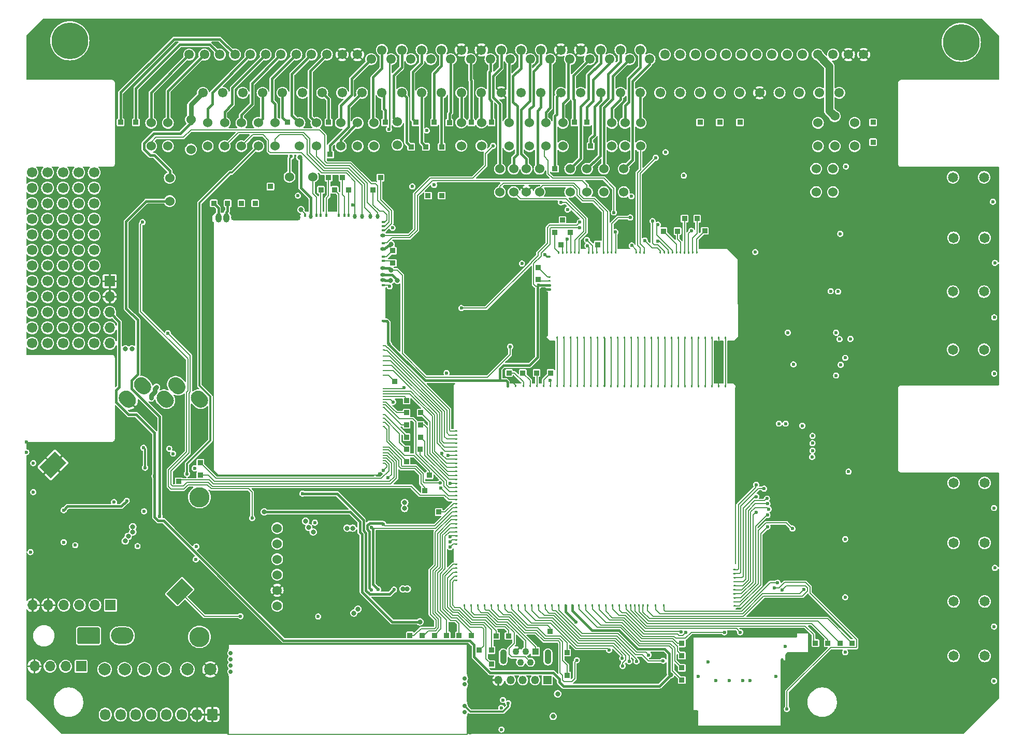
<source format=gbl>
G04 #@! TF.GenerationSoftware,KiCad,Pcbnew,8.0.9-8.0.9-0~ubuntu24.04.1*
G04 #@! TF.CreationDate,2025-03-13T10:57:27+00:00*
G04 #@! TF.ProjectId,hellen88m42bmw,68656c6c-656e-4383-986d-3432626d772e,B*
G04 #@! TF.SameCoordinates,PX3d1b110PY9269338*
G04 #@! TF.FileFunction,Copper,L4,Bot*
G04 #@! TF.FilePolarity,Positive*
%FSLAX46Y46*%
G04 Gerber Fmt 4.6, Leading zero omitted, Abs format (unit mm)*
G04 Created by KiCad (PCBNEW 8.0.9-8.0.9-0~ubuntu24.04.1) date 2025-03-13 10:57:27*
%MOMM*%
%LPD*%
G01*
G04 APERTURE LIST*
G04 #@! TA.AperFunction,ComponentPad*
%ADD10C,6.000000*%
G04 #@! TD*
G04 #@! TA.AperFunction,ComponentPad*
%ADD11C,1.550000*%
G04 #@! TD*
G04 #@! TA.AperFunction,ComponentPad*
%ADD12C,1.524000*%
G04 #@! TD*
G04 #@! TA.AperFunction,ComponentPad*
%ADD13R,1.700000X1.700000*%
G04 #@! TD*
G04 #@! TA.AperFunction,ComponentPad*
%ADD14O,1.700000X1.700000*%
G04 #@! TD*
G04 #@! TA.AperFunction,ComponentPad*
%ADD15C,1.650000*%
G04 #@! TD*
G04 #@! TA.AperFunction,ComponentPad*
%ADD16R,0.850000X0.850000*%
G04 #@! TD*
G04 #@! TA.AperFunction,ComponentPad*
%ADD17R,1.350000X1.350000*%
G04 #@! TD*
G04 #@! TA.AperFunction,ComponentPad*
%ADD18O,1.350000X1.350000*%
G04 #@! TD*
G04 #@! TA.AperFunction,ComponentPad*
%ADD19C,1.700000*%
G04 #@! TD*
G04 #@! TA.AperFunction,ComponentPad*
%ADD20C,2.000000*%
G04 #@! TD*
G04 #@! TA.AperFunction,ComponentPad*
%ADD21C,1.300000*%
G04 #@! TD*
G04 #@! TA.AperFunction,ComponentPad*
%ADD22C,0.599999*%
G04 #@! TD*
G04 #@! TA.AperFunction,ComponentPad*
%ADD23O,3.700000X2.700000*%
G04 #@! TD*
G04 #@! TA.AperFunction,ComponentPad*
%ADD24C,0.700000*%
G04 #@! TD*
G04 #@! TA.AperFunction,SMDPad,CuDef*
%ADD25R,0.250000X3.100000*%
G04 #@! TD*
G04 #@! TA.AperFunction,SMDPad,CuDef*
%ADD26R,0.250000X2.250000*%
G04 #@! TD*
G04 #@! TA.AperFunction,SMDPad,CuDef*
%ADD27R,0.250000X5.050000*%
G04 #@! TD*
G04 #@! TA.AperFunction,SMDPad,CuDef*
%ADD28R,39.250000X0.250000*%
G04 #@! TD*
G04 #@! TA.AperFunction,SMDPad,CuDef*
%ADD29R,0.250000X9.750000*%
G04 #@! TD*
G04 #@! TA.AperFunction,SMDPad,CuDef*
%ADD30R,0.250000X0.950000*%
G04 #@! TD*
G04 #@! TA.AperFunction,ComponentPad*
%ADD31O,1.700000X1.850000*%
G04 #@! TD*
G04 #@! TA.AperFunction,ComponentPad*
%ADD32R,1.100000X1.100000*%
G04 #@! TD*
G04 #@! TA.AperFunction,ComponentPad*
%ADD33C,1.100000*%
G04 #@! TD*
G04 #@! TA.AperFunction,ComponentPad*
%ADD34O,1.100000X2.400000*%
G04 #@! TD*
G04 #@! TA.AperFunction,ComponentPad*
%ADD35C,3.302000*%
G04 #@! TD*
G04 #@! TA.AperFunction,SMDPad,CuDef*
%ADD36O,25.600000X0.200000*%
G04 #@! TD*
G04 #@! TA.AperFunction,SMDPad,CuDef*
%ADD37O,0.200000X40.800000*%
G04 #@! TD*
G04 #@! TA.AperFunction,SMDPad,CuDef*
%ADD38O,1.000001X1.500000*%
G04 #@! TD*
G04 #@! TA.AperFunction,SMDPad,CuDef*
%ADD39O,11.400000X1.100000*%
G04 #@! TD*
G04 #@! TA.AperFunction,SMDPad,CuDef*
%ADD40O,0.399999X0.599999*%
G04 #@! TD*
G04 #@! TA.AperFunction,SMDPad,CuDef*
%ADD41O,0.599999X0.800001*%
G04 #@! TD*
G04 #@! TA.AperFunction,SMDPad,CuDef*
%ADD42O,0.599999X0.399999*%
G04 #@! TD*
G04 #@! TA.AperFunction,SMDPad,CuDef*
%ADD43O,0.800001X0.599999*%
G04 #@! TD*
G04 #@! TA.AperFunction,SMDPad,CuDef*
%ADD44O,0.399999X0.200000*%
G04 #@! TD*
G04 #@! TA.AperFunction,SMDPad,CuDef*
%ADD45O,0.499999X11.400000*%
G04 #@! TD*
G04 #@! TA.AperFunction,SMDPad,CuDef*
%ADD46O,17.400001X0.399999*%
G04 #@! TD*
G04 #@! TA.AperFunction,SMDPad,CuDef*
%ADD47O,14.449999X0.499999*%
G04 #@! TD*
G04 #@! TA.AperFunction,SMDPad,CuDef*
%ADD48O,0.499999X2.999999*%
G04 #@! TD*
G04 #@! TA.AperFunction,SMDPad,CuDef*
%ADD49O,1.200000X0.499999*%
G04 #@! TD*
G04 #@! TA.AperFunction,SMDPad,CuDef*
%ADD50O,0.499999X12.700000*%
G04 #@! TD*
G04 #@! TA.AperFunction,ViaPad*
%ADD51C,0.600000*%
G04 #@! TD*
G04 #@! TA.AperFunction,ViaPad*
%ADD52C,0.800000*%
G04 #@! TD*
G04 #@! TA.AperFunction,ViaPad*
%ADD53C,1.300000*%
G04 #@! TD*
G04 #@! TA.AperFunction,ViaPad*
%ADD54C,0.812800*%
G04 #@! TD*
G04 #@! TA.AperFunction,Conductor*
%ADD55C,0.200000*%
G04 #@! TD*
G04 #@! TA.AperFunction,Conductor*
%ADD56C,0.400000*%
G04 #@! TD*
G04 #@! TA.AperFunction,Conductor*
%ADD57C,0.300000*%
G04 #@! TD*
G04 #@! TA.AperFunction,Conductor*
%ADD58C,0.800000*%
G04 #@! TD*
G04 #@! TA.AperFunction,Conductor*
%ADD59C,1.300000*%
G04 #@! TD*
G04 #@! TA.AperFunction,Conductor*
%ADD60C,0.254000*%
G04 #@! TD*
G04 #@! TA.AperFunction,Conductor*
%ADD61C,0.250000*%
G04 #@! TD*
G04 APERTURE END LIST*
D10*
G04 #@! TO.P,PP1,*
G04 #@! TO.N,*
X7632400Y113856400D03*
X153342400Y113606400D03*
D11*
G04 #@! TO.P,PP1,1,1*
G04 #@! TO.N,Net-(JP1-Pad1)*
X27142400Y111606400D03*
G04 #@! TO.P,PP1,2,2*
G04 #@! TO.N,/OUT_ICV*
X32142400Y111606400D03*
G04 #@! TO.P,PP1,3,3*
G04 #@! TO.N,Net-(JP3-Pad1)*
X37142400Y111606400D03*
G04 #@! TO.P,PP1,4,4*
G04 #@! TO.N,Net-(JP4-Pad1)*
X42142400Y111606400D03*
G04 #@! TO.P,PP1,5,5*
G04 #@! TO.N,Net-(JP5-Pad1)*
X47142400Y111606400D03*
G04 #@! TO.P,PP1,6,6*
G04 #@! TO.N,GND*
X52142400Y111606400D03*
G04 #@! TO.P,PP1,7,7*
G04 #@! TO.N,Net-(JP7-Pad1)*
X56892400Y110856400D03*
G04 #@! TO.P,PP1,8,8*
G04 #@! TO.N,Net-(JP8-Pad1)*
X60142400Y110856400D03*
G04 #@! TO.P,PP1,9,9*
G04 #@! TO.N,unconnected-(PP1-Pad9)*
X63392400Y110856400D03*
G04 #@! TO.P,PP1,10,10*
G04 #@! TO.N,unconnected-(PP1-Pad10)*
X66642400Y110856400D03*
G04 #@! TO.P,PP1,11,11*
G04 #@! TO.N,Net-(cr1-Pin_1)*
X69892400Y110856400D03*
G04 #@! TO.P,PP1,12,12*
G04 #@! TO.N,Net-(cr2-Pin_1)*
X73142400Y110856400D03*
G04 #@! TO.P,PP1,13,13*
G04 #@! TO.N,Net-(cr3-Pin_1)*
X76392400Y110856400D03*
G04 #@! TO.P,PP1,14,14*
G04 #@! TO.N,Net-(JP14-Pad1)*
X79642400Y110856400D03*
G04 #@! TO.P,PP1,15,15*
G04 #@! TO.N,Net-(JP15-Pad1)*
X82892400Y110856400D03*
G04 #@! TO.P,PP1,16,16*
G04 #@! TO.N,Net-(JP16-Pad1)*
X86142400Y110856400D03*
G04 #@! TO.P,PP1,17,17*
G04 #@! TO.N,Net-(JP17-Pad1)*
X89392400Y110856400D03*
G04 #@! TO.P,PP1,18,18*
G04 #@! TO.N,Net-(cr6-Pin_1)*
X92642400Y110856400D03*
G04 #@! TO.P,PP1,19,19*
G04 #@! TO.N,Net-(cr7-Pin_1)*
X95892400Y110856400D03*
G04 #@! TO.P,PP1,20,20*
G04 #@! TO.N,Net-(JP20-Pad1)*
X99142400Y110856400D03*
G04 #@! TO.P,PP1,21,21*
G04 #@! TO.N,Net-(JP21-Pad1)*
X102392400Y110856400D03*
G04 #@! TO.P,PP1,22,22*
G04 #@! TO.N,/HV_7*
X107392400Y111606400D03*
G04 #@! TO.P,PP1,23,23*
G04 #@! TO.N,/HV_4*
X112392400Y111606400D03*
G04 #@! TO.P,PP1,24,24*
G04 #@! TO.N,/HV_6*
X117392400Y111606400D03*
G04 #@! TO.P,PP1,25,25*
G04 #@! TO.N,/HV_5*
X122392400Y111606400D03*
G04 #@! TO.P,PP1,26,26*
G04 #@! TO.N,Net-(JP26-Pad1)*
X127392400Y111606400D03*
G04 #@! TO.P,PP1,27,27*
G04 #@! TO.N,Net-(JP27-Pad1)*
X132392400Y111606400D03*
G04 #@! TO.P,PP1,28,28*
G04 #@! TO.N,GND*
X137392400Y111606400D03*
G04 #@! TO.P,PP1,29,29*
G04 #@! TO.N,Net-(JP29-Pad1)*
X29642400Y111606400D03*
G04 #@! TO.P,PP1,30,30*
G04 #@! TO.N,Net-(cr8-Pin_1)*
X34642400Y111606400D03*
G04 #@! TO.P,PP1,31,31*
G04 #@! TO.N,Net-(JP31-Pad1)*
X39642400Y111606400D03*
G04 #@! TO.P,PP1,32,32*
G04 #@! TO.N,Net-(JP32-Pad1)*
X44642400Y111606400D03*
G04 #@! TO.P,PP1,33,33*
G04 #@! TO.N,Net-(JP33-Pad1)*
X49642400Y111606400D03*
G04 #@! TO.P,PP1,34,34*
G04 #@! TO.N,GND*
X54642400Y111606400D03*
G04 #@! TO.P,PP1,35,35*
G04 #@! TO.N,Net-(JP35-Pad1)*
X58642400Y112356400D03*
G04 #@! TO.P,PP1,36,36*
G04 #@! TO.N,Net-(JP36-Pad1)*
X61892400Y112356400D03*
G04 #@! TO.P,PP1,37,37*
G04 #@! TO.N,Net-(cr10-Pin_1)*
X65142400Y112356400D03*
G04 #@! TO.P,PP1,38,38*
G04 #@! TO.N,Net-(cr11-Pin_1)*
X68392400Y112356400D03*
G04 #@! TO.P,PP1,39,39*
G04 #@! TO.N,GND*
X71642400Y112356400D03*
G04 #@! TO.P,PP1,40,40*
X74892400Y112356400D03*
G04 #@! TO.P,PP1,41,41*
G04 #@! TO.N,Net-(JP41-Pad1)*
X78142400Y112356400D03*
G04 #@! TO.P,PP1,42,42*
G04 #@! TO.N,Net-(JP42-Pad1)*
X81392400Y112356400D03*
G04 #@! TO.P,PP1,43,43*
G04 #@! TO.N,Net-(JP43-Pad1)*
X84642400Y112356400D03*
G04 #@! TO.P,PP1,44,44*
G04 #@! TO.N,GND*
X87892400Y112356400D03*
G04 #@! TO.P,PP1,45,45*
X91142400Y112356400D03*
G04 #@! TO.P,PP1,46,46*
G04 #@! TO.N,Net-(JP46-Pad1)*
X94392400Y112356400D03*
G04 #@! TO.P,PP1,47,47*
G04 #@! TO.N,Net-(JP47-Pad1)*
X97642400Y112356400D03*
G04 #@! TO.P,PP1,48,48*
G04 #@! TO.N,Net-(JP48-Pad1)*
X100892400Y112356400D03*
G04 #@! TO.P,PP1,49,49*
G04 #@! TO.N,/HV_8*
X104892400Y111606400D03*
G04 #@! TO.P,PP1,50,50*
G04 #@! TO.N,/HV_1*
X109892400Y111606400D03*
G04 #@! TO.P,PP1,51,51*
G04 #@! TO.N,/HV_2*
X114892400Y111606400D03*
G04 #@! TO.P,PP1,52,52*
G04 #@! TO.N,/HV_3*
X119892400Y111606400D03*
G04 #@! TO.P,PP1,53,53*
G04 #@! TO.N,unconnected-(PP1-Pad53)*
X124892400Y111606400D03*
G04 #@! TO.P,PP1,54,54*
G04 #@! TO.N,Net-(JP54-Pad1)*
X129892400Y111606400D03*
G04 #@! TO.P,PP1,55,55*
G04 #@! TO.N,GND*
X134892400Y111606400D03*
G04 #@! TO.P,PP1,56,56*
G04 #@! TO.N,Net-(JP2-Pad1)*
X29392400Y105356400D03*
G04 #@! TO.P,PP1,57,57*
G04 #@! TO.N,unconnected-(PP1-Pad57)*
X32642400Y105356400D03*
G04 #@! TO.P,PP1,58,58*
G04 #@! TO.N,unconnected-(PP1-Pad58)*
X35892400Y105356400D03*
G04 #@! TO.P,PP1,59,59*
G04 #@! TO.N,Net-(JP59-Pad1)*
X39142400Y105356400D03*
G04 #@! TO.P,PP1,60,60*
G04 #@! TO.N,Net-(cr12-Pin_1)*
X42392400Y105356400D03*
G04 #@! TO.P,PP1,61,61*
G04 #@! TO.N,unconnected-(PP1-Pad61)*
X45642400Y105356400D03*
G04 #@! TO.P,PP1,62,62*
G04 #@! TO.N,Net-(cr13-Pin_1)*
X48892400Y105356400D03*
G04 #@! TO.P,PP1,63,63*
G04 #@! TO.N,unconnected-(PP1-Pad63)*
X52142400Y105356400D03*
G04 #@! TO.P,PP1,64,64*
G04 #@! TO.N,Net-(cr14-Pin_1)*
X55392400Y105356400D03*
G04 #@! TO.P,PP1,65,65*
G04 #@! TO.N,Net-(cr15-Pin_1)*
X58642400Y105356400D03*
G04 #@! TO.P,PP1,66,66*
G04 #@! TO.N,Net-(cr16-Pin_1)*
X61892400Y105356400D03*
G04 #@! TO.P,PP1,67,67*
G04 #@! TO.N,Net-(cr17-Pin_1)*
X65142400Y105356400D03*
G04 #@! TO.P,PP1,68,68*
G04 #@! TO.N,Net-(cr18-Pin_1)*
X68392400Y105356400D03*
G04 #@! TO.P,PP1,69,69*
G04 #@! TO.N,Net-(JP69-Pad1)*
X71642400Y105356400D03*
G04 #@! TO.P,PP1,70,70*
G04 #@! TO.N,Net-(JP70-Pad1)*
X74892400Y105356400D03*
G04 #@! TO.P,PP1,71,71*
G04 #@! TO.N,GND*
X78142400Y105356400D03*
G04 #@! TO.P,PP1,72,72*
G04 #@! TO.N,unconnected-(PP1-Pad72)*
X81392400Y105356400D03*
G04 #@! TO.P,PP1,73,73*
G04 #@! TO.N,Net-(JP73-Pad1)*
X84642400Y105356400D03*
G04 #@! TO.P,PP1,74,74*
G04 #@! TO.N,Net-(cr24-Pin_1)*
X87892400Y105356400D03*
G04 #@! TO.P,PP1,75,75*
G04 #@! TO.N,unconnected-(PP1-Pad75)*
X91142400Y105356400D03*
G04 #@! TO.P,PP1,76,76*
G04 #@! TO.N,Net-(cr25-Pin_1)*
X94392400Y105356400D03*
G04 #@! TO.P,PP1,77,77*
G04 #@! TO.N,Net-(JP77-Pad1)*
X97642400Y105356400D03*
G04 #@! TO.P,PP1,78,78*
G04 #@! TO.N,Net-(JP78-Pad1)*
X100892400Y105356400D03*
G04 #@! TO.P,PP1,79,79*
G04 #@! TO.N,unconnected-(PP1-Pad79)*
X104142400Y105356400D03*
G04 #@! TO.P,PP1,80,80*
G04 #@! TO.N,unconnected-(PP1-Pad80)*
X107392400Y105356400D03*
G04 #@! TO.P,PP1,81,81*
G04 #@! TO.N,Net-(cr19-Pin_1)*
X110642400Y105356400D03*
G04 #@! TO.P,PP1,82,82*
G04 #@! TO.N,Net-(cr20-Pin_1)*
X113892400Y105356400D03*
G04 #@! TO.P,PP1,83,83*
G04 #@! TO.N,Net-(cr21-Pin_1)*
X117142400Y105356400D03*
G04 #@! TO.P,PP1,84,84*
G04 #@! TO.N,GND*
X120392400Y105356400D03*
G04 #@! TO.P,PP1,85,85*
G04 #@! TO.N,Net-(JP85-Pad1)*
X123642400Y105356400D03*
G04 #@! TO.P,PP1,86,86*
G04 #@! TO.N,Net-(JP86-Pad1)*
X126892400Y105356400D03*
G04 #@! TO.P,PP1,87,87*
G04 #@! TO.N,Net-(cr22-Pin_1)*
X130142400Y105356400D03*
G04 #@! TO.P,PP1,88,88*
G04 #@! TO.N,Net-(cr23-Pin_1)*
X133392400Y105356400D03*
G04 #@! TD*
D12*
G04 #@! TO.P,JP1,1,1*
G04 #@! TO.N,Net-(JP1-Pad1)*
X20926000Y100428000D03*
G04 #@! TO.P,JP1,2,2*
G04 #@! TO.N,/OUT_FUEL_PUMP_RELAY*
X20926000Y96618000D03*
G04 #@! TD*
G04 #@! TO.P,JP3,1,1*
G04 #@! TO.N,Net-(JP3-Pad1)*
X30176000Y100428000D03*
G04 #@! TO.P,JP3,2,2*
G04 #@! TO.N,/OUT_INJ5*
X30176000Y96618000D03*
G04 #@! TD*
G04 #@! TO.P,JP4,1,1*
G04 #@! TO.N,Net-(JP4-Pad1)*
X35676000Y100428000D03*
G04 #@! TO.P,JP4,2,2*
G04 #@! TO.N,/OUT_INJ6*
X35676000Y96618000D03*
G04 #@! TD*
G04 #@! TO.P,JP5,1,1*
G04 #@! TO.N,Net-(JP5-Pad1)*
X45176000Y100428000D03*
G04 #@! TO.P,JP5,2,2*
G04 #@! TO.N,/OUT_INJ4*
X45176000Y96618000D03*
G04 #@! TD*
G04 #@! TO.P,JP7,1,1*
G04 #@! TO.N,Net-(JP7-Pad1)*
X51926000Y100428000D03*
G04 #@! TO.P,JP7,2,2*
G04 #@! TO.N,/OUT_INJ7*
X51926000Y96618000D03*
G04 #@! TD*
G04 #@! TO.P,JP16,1,1*
G04 #@! TO.N,Net-(JP16-Pad1)*
X85426000Y100428000D03*
G04 #@! TO.P,JP16,2,2*
G04 #@! TO.N,/IN_CRANK-*
X85426000Y96618000D03*
G04 #@! TD*
G04 #@! TO.P,JP17,1,1*
G04 #@! TO.N,Net-(JP17-Pad1)*
X88226000Y100427999D03*
G04 #@! TO.P,JP17,2,2*
G04 #@! TO.N,/IN_CAM*
X88226000Y96617999D03*
G04 #@! TD*
G04 #@! TO.P,JP20,1,1*
G04 #@! TO.N,Net-(JP20-Pad1)*
X94926000Y92928000D03*
G04 #@! TO.P,JP20,2,2*
G04 #@! TO.N,/USBP*
X94926000Y89118000D03*
G04 #@! TD*
G04 #@! TO.P,JP21,1,1*
G04 #@! TO.N,Net-(JP21-Pad1)*
X98176000Y92928000D03*
G04 #@! TO.P,JP21,2,2*
G04 #@! TO.N,/USBM*
X98176000Y89118000D03*
G04 #@! TD*
G04 #@! TO.P,JP26,1,1*
G04 #@! TO.N,Net-(JP26-Pad1)*
X129926000Y100428000D03*
G04 #@! TO.P,JP26,2,2*
G04 #@! TO.N,/V12_PERM*
X129926000Y96618000D03*
G04 #@! TD*
G04 #@! TO.P,JP27,1,1*
G04 #@! TO.N,Net-(JP27-Pad1)*
X135926000Y100428000D03*
G04 #@! TO.P,JP27,2,2*
G04 #@! TO.N,/OUT_MAIN_RELAY*
X135926000Y96618000D03*
G04 #@! TD*
G04 #@! TO.P,JP29,1,1*
G04 #@! TO.N,Net-(JP29-Pad1)*
X23676000Y100428000D03*
G04 #@! TO.P,JP29,2,2*
G04 #@! TO.N,/OUT_IDLE*
X23676000Y96618000D03*
G04 #@! TD*
G04 #@! TO.P,JP31,1,1*
G04 #@! TO.N,Net-(JP31-Pad1)*
X32926000Y100428000D03*
G04 #@! TO.P,JP31,2,2*
G04 #@! TO.N,/OUT_INJ3*
X32926000Y96618000D03*
G04 #@! TD*
G04 #@! TO.P,JP32,1,1*
G04 #@! TO.N,Net-(JP32-Pad1)*
X41176000Y100428000D03*
G04 #@! TO.P,JP32,2,2*
G04 #@! TO.N,/OUT_INJ2*
X41176000Y96618000D03*
G04 #@! TD*
G04 #@! TO.P,JP33,1,1*
G04 #@! TO.N,Net-(JP33-Pad1)*
X47926000Y100428000D03*
G04 #@! TO.P,JP33,2,2*
G04 #@! TO.N,/OUT_INJ1*
X47926000Y96618000D03*
G04 #@! TD*
G04 #@! TO.P,JP35,1,1*
G04 #@! TO.N,Net-(JP35-Pad1)*
X57326000Y100428000D03*
G04 #@! TO.P,JP35,2,2*
G04 #@! TO.N,/OUT_INJ8*
X57326000Y96618000D03*
G04 #@! TD*
G04 #@! TO.P,JP41,1,1*
G04 #@! TO.N,Net-(JP41-Pad1)*
X77926000Y92928000D03*
G04 #@! TO.P,JP41,2,2*
G04 #@! TO.N,/IN_MAF*
X77926000Y89118000D03*
G04 #@! TD*
G04 #@! TO.P,JP42,1,1*
G04 #@! TO.N,Net-(JP42-Pad1)*
X80176000Y92928000D03*
G04 #@! TO.P,JP42,2,2*
G04 #@! TO.N,/IN_VSS*
X80176000Y89118000D03*
G04 #@! TD*
G04 #@! TO.P,JP43,1,1*
G04 #@! TO.N,Net-(JP43-Pad1)*
X82776000Y100428021D03*
G04 #@! TO.P,JP43,2,2*
G04 #@! TO.N,/IN_CRANK+*
X82776000Y96618021D03*
G04 #@! TD*
G04 #@! TO.P,JP46,1,1*
G04 #@! TO.N,Net-(JP46-Pad1)*
X89426000Y92928000D03*
G04 #@! TO.P,JP46,2,2*
G04 #@! TO.N,/OUT_FUEL_CONSUM*
X89426000Y89118000D03*
G04 #@! TD*
G04 #@! TO.P,JP47,1,1*
G04 #@! TO.N,Net-(JP47-Pad1)*
X92176000Y92928000D03*
G04 #@! TO.P,JP47,2,2*
G04 #@! TO.N,/OUT_TACH*
X92176000Y89118000D03*
G04 #@! TD*
G04 #@! TO.P,JP54,1,1*
G04 #@! TO.N,Net-(JP54-Pad1)*
X132676000Y101523000D03*
G04 #@! TO.P,JP54,2,2*
G04 #@! TO.N,+12V_RAW*
X132676000Y96623000D03*
G04 #@! TD*
G04 #@! TO.P,JP56,1,1*
G04 #@! TO.N,Net-(JP2-Pad1)*
X27426000Y100973000D03*
G04 #@! TO.P,JP56,2,2*
G04 #@! TO.N,+12V_RAW*
X27426000Y96073000D03*
G04 #@! TD*
G04 #@! TO.P,JP73,1,1*
G04 #@! TO.N,Net-(JP73-Pad1)*
X84426000Y92923000D03*
G04 #@! TO.P,JP73,2,2*
G04 #@! TO.N,/IN_TPS*
X84426000Y89113000D03*
G04 #@! TD*
G04 #@! TO.P,JP77,1,1*
G04 #@! TO.N,Net-(JP77-Pad1)*
X96226000Y100428000D03*
G04 #@! TO.P,JP77,2,2*
G04 #@! TO.N,/IN_IAT*
X96226000Y96618000D03*
G04 #@! TD*
G04 #@! TO.P,JP78,1,1*
G04 #@! TO.N,Net-(JP78-Pad1)*
X100926000Y100428000D03*
G04 #@! TO.P,JP78,2,2*
G04 #@! TO.N,/IN_CLT*
X100926000Y96618000D03*
G04 #@! TD*
G04 #@! TO.P,JP85,1,1*
G04 #@! TO.N,Net-(JP85-Pad1)*
X132376000Y92928000D03*
G04 #@! TO.P,JP85,2,2*
G04 #@! TO.N,/CAN-*
X132376000Y89118000D03*
G04 #@! TD*
G04 #@! TO.P,JP86,1,1*
G04 #@! TO.N,Net-(JP86-Pad1)*
X129626000Y92928000D03*
G04 #@! TO.P,JP86,2,2*
G04 #@! TO.N,/CAN+*
X129626000Y89118000D03*
G04 #@! TD*
G04 #@! TO.P,JP59,1,1*
G04 #@! TO.N,Net-(JP59-Pad1)*
X38426000Y100428000D03*
G04 #@! TO.P,JP59,2,2*
G04 #@! TO.N,+5VP*
X38426000Y96618000D03*
G04 #@! TD*
D13*
G04 #@! TO.P,J4,1,Pin_1*
G04 #@! TO.N,GND*
X14158000Y74529000D03*
D14*
G04 #@! TO.P,J4,2,Pin_2*
X14158000Y71989000D03*
G04 #@! TO.P,J4,3,Pin_3*
G04 #@! TO.N,+3V3*
X14158000Y69449000D03*
G04 #@! TO.P,J4,4,Pin_4*
G04 #@! TO.N,+5V*
X14158000Y66909000D03*
G04 #@! TO.P,J4,5,Pin_5*
G04 #@! TO.N,+12V_RAW*
X14158000Y64369000D03*
G04 #@! TD*
D15*
G04 #@! TO.P,F3,1,1*
G04 #@! TO.N,/HV_6*
X157066000Y72823000D03*
G04 #@! TO.P,F3,2,2*
G04 #@! TO.N,/COIL_6*
X151986000Y72823000D03*
G04 #@! TD*
D16*
G04 #@! TO.P,VIN16,1,Pin_1*
G04 #@! TO.N,Net-(M7B-WBO_O2S)*
X84176000Y76773000D03*
G04 #@! TD*
D17*
G04 #@! TO.P,J2,1,Pin_1*
G04 #@! TO.N,/VBUS*
X85676000Y9273000D03*
D18*
G04 #@! TO.P,J2,2,Pin_2*
G04 #@! TO.N,/USBM*
X83676000Y9273000D03*
G04 #@! TO.P,J2,3,Pin_3*
G04 #@! TO.N,/USBP*
X81676000Y9273000D03*
G04 #@! TO.P,J2,4,Pin_4*
G04 #@! TO.N,unconnected-(J2-Pin_4-Pad4)*
X79676000Y9273000D03*
G04 #@! TO.P,J2,5,Pin_5*
G04 #@! TO.N,GND*
X77676000Y9273000D03*
G04 #@! TD*
D16*
G04 #@! TO.P,VIN5,1,Pin_1*
G04 #@! TO.N,Net-(M7C-IN_O2S)*
X93926000Y80523000D03*
G04 #@! TD*
G04 #@! TO.P,VOUT27,1,Pin_1*
G04 #@! TO.N,Net-(M9B-LOW7_HIGH1)*
X28976000Y44823000D03*
G04 #@! TD*
G04 #@! TO.P,MMCU14,1,Pin_1*
G04 #@! TO.N,Net-(M11B-OUT_PWM4)*
X67926000Y36773000D03*
G04 #@! TD*
G04 #@! TO.P,MMCU4,1,Pin_1*
G04 #@! TO.N,Net-(M11A-UART2_TX)*
X131526001Y15323000D03*
G04 #@! TD*
G04 #@! TO.P,MMCU31,1,Pin_1*
G04 #@! TO.N,Net-(M11B-OUT_IO12)*
X63226000Y16573000D03*
G04 #@! TD*
G04 #@! TO.P,cr8,1,Pin_1*
G04 #@! TO.N,Net-(cr8-Pin_1)*
X15926000Y100523000D03*
G04 #@! TD*
G04 #@! TO.P,VOUT24,1,Pin_1*
G04 #@! TO.N,Net-(M9B-LOW1)*
X60776000Y58123000D03*
G04 #@! TD*
G04 #@! TO.P,MMCU28,1,Pin_1*
G04 #@! TO.N,Net-(M11B-OUT_IO6)*
X71226000Y16573000D03*
G04 #@! TD*
G04 #@! TO.P,VOUT10,1,Pin_1*
G04 #@! TO.N,Net-(M9C-OUT_LOW11)*
X49926000Y91474215D03*
G04 #@! TD*
D19*
G04 #@! TO.P,G6,1*
G04 #@! TO.N,Net-(G6-Pad1)*
X1458000Y77069000D03*
G04 #@! TO.P,G6,2*
G04 #@! TO.N,Net-(G6-Pad12)*
X3998000Y77069000D03*
G04 #@! TO.P,G6,3*
G04 #@! TO.N,Net-(G6-Pad13)*
X6538000Y77069000D03*
G04 #@! TO.P,G6,4*
G04 #@! TO.N,Net-(G6-Pad14)*
X9078000Y77069000D03*
G04 #@! TO.P,G6,5*
G04 #@! TO.N,Net-(G6-Pad10)*
X11618000Y77069000D03*
G04 #@! TO.P,G6,6*
G04 #@! TO.N,Net-(G6-Pad1)*
X1458000Y74529000D03*
G04 #@! TO.P,G6,7*
G04 #@! TO.N,Net-(G6-Pad12)*
X3998000Y74529000D03*
G04 #@! TO.P,G6,8*
G04 #@! TO.N,Net-(G6-Pad13)*
X6538000Y74529000D03*
G04 #@! TO.P,G6,9*
G04 #@! TO.N,Net-(G6-Pad14)*
X9078000Y74529000D03*
G04 #@! TO.P,G6,10*
G04 #@! TO.N,Net-(G6-Pad10)*
X11618000Y74529000D03*
G04 #@! TO.P,G6,11*
G04 #@! TO.N,Net-(G6-Pad1)*
X1458000Y71989000D03*
G04 #@! TO.P,G6,12*
G04 #@! TO.N,Net-(G6-Pad12)*
X3998000Y71989000D03*
G04 #@! TO.P,G6,13*
G04 #@! TO.N,Net-(G6-Pad13)*
X6538000Y71989000D03*
G04 #@! TO.P,G6,14*
G04 #@! TO.N,Net-(G6-Pad14)*
X9078000Y71989000D03*
G04 #@! TO.P,G6,15*
G04 #@! TO.N,Net-(G6-Pad10)*
X11618000Y71989000D03*
G04 #@! TD*
D16*
G04 #@! TO.P,cr1,1,Pin_1*
G04 #@! TO.N,Net-(cr1-Pin_1)*
X69676000Y100473000D03*
G04 #@! TD*
G04 #@! TO.P,MMCU30,1,Pin_1*
G04 #@! TO.N,Net-(M11B-OUT_IO9)*
X67226000Y16573000D03*
G04 #@! TD*
G04 #@! TO.P,MMCU18,1,Pin_1*
G04 #@! TO.N,Net-(M11B-OUT_IO10)*
X69226000Y16573000D03*
G04 #@! TD*
G04 #@! TO.P,cr11,1,Pin_1*
G04 #@! TO.N,Net-(cr11-Pin_1)*
X67176000Y100523000D03*
G04 #@! TD*
D20*
G04 #@! TO.P,P3,1,Pin_1*
G04 #@! TO.N,/LSU_CALIBR_RES*
X23090213Y11023000D03*
G04 #@! TD*
D16*
G04 #@! TO.P,MMCU9,1,Pin_1*
G04 #@! TO.N,Net-(M11A-SPI1_SCK)*
X77326000Y16473000D03*
G04 #@! TD*
G04 #@! TO.P,VOUT5,1,Pin_1*
G04 #@! TO.N,Net-(M9C-OUT_HIGH2)*
X48676000Y89474215D03*
G04 #@! TD*
G04 #@! TO.P,VOUT13,1,Pin_1*
G04 #@! TO.N,Net-(M9B-LOW9)*
X62676000Y53023000D03*
G04 #@! TD*
G04 #@! TO.P,MMCU2,1,Pin_1*
G04 #@! TO.N,Net-(M11A-UART8_TX)*
X135526000Y15323000D03*
G04 #@! TD*
G04 #@! TO.P,MMCU7,1,Pin_1*
G04 #@! TO.N,Net-(M11A-SWO)*
X88926000Y10023000D03*
G04 #@! TD*
D12*
G04 #@! TO.P,JP14,1,1*
G04 #@! TO.N,Net-(JP14-Pad1)*
X79426000Y100428000D03*
G04 #@! TO.P,JP14,2,2*
G04 #@! TO.N,/IN_MAF*
X79426000Y96618000D03*
G04 #@! TD*
G04 #@! TO.P,JP36,1,1*
G04 #@! TO.N,Net-(JP36-Pad1)*
X61176000Y100630500D03*
G04 #@! TO.P,JP36,2,2*
G04 #@! TO.N,/OUT_EVAP*
X61176000Y96820500D03*
G04 #@! TD*
G04 #@! TO.P,M7,E1,GND*
G04 #@! TO.N,GND*
G04 #@! TA.AperFunction,SMDPad,CuDef*
G36*
G01*
X85900998Y73366793D02*
X86150998Y73366793D01*
G75*
G02*
X86275998Y73241793I0J-125000D01*
G01*
X86275998Y73241793D01*
G75*
G02*
X86150998Y73116793I-125000J0D01*
G01*
X85900998Y73116793D01*
G75*
G02*
X85775998Y73241793I0J125000D01*
G01*
X85775998Y73241793D01*
G75*
G02*
X85900998Y73366793I125000J0D01*
G01*
G37*
G04 #@! TD.AperFunction*
G04 #@! TO.P,M7,E2,V5*
G04 #@! TO.N,+5V*
G04 #@! TA.AperFunction,SMDPad,CuDef*
G36*
G01*
X85900998Y74026794D02*
X86150998Y74026794D01*
G75*
G02*
X86275998Y73901794I0J-125000D01*
G01*
X86275998Y73901794D01*
G75*
G02*
X86150998Y73776794I-125000J0D01*
G01*
X85900998Y73776794D01*
G75*
G02*
X85775998Y73901794I0J125000D01*
G01*
X85775998Y73901794D01*
G75*
G02*
X85900998Y74026794I125000J0D01*
G01*
G37*
G04 #@! TD.AperFunction*
G04 #@! TO.P,M7,E3,WBO_O2S2*
G04 #@! TO.N,Net-(M7B-WBO_O2S2)*
G04 #@! TA.AperFunction,SMDPad,CuDef*
G36*
G01*
X85900998Y74686795D02*
X86150998Y74686795D01*
G75*
G02*
X86275998Y74561795I0J-125000D01*
G01*
X86275998Y74561795D01*
G75*
G02*
X86150998Y74436795I-125000J0D01*
G01*
X85900998Y74436795D01*
G75*
G02*
X85775998Y74561795I0J125000D01*
G01*
X85775998Y74561795D01*
G75*
G02*
X85900998Y74686795I125000J0D01*
G01*
G37*
G04 #@! TD.AperFunction*
G04 #@! TO.P,M7,E4,WBO_O2S*
G04 #@! TO.N,Net-(M7B-WBO_O2S)*
G04 #@! TA.AperFunction,SMDPad,CuDef*
G36*
G01*
X85900998Y75346796D02*
X86150998Y75346796D01*
G75*
G02*
X86275998Y75221796I0J-125000D01*
G01*
X86275998Y75221796D01*
G75*
G02*
X86150998Y75096796I-125000J0D01*
G01*
X85900998Y75096796D01*
G75*
G02*
X85775998Y75221796I0J125000D01*
G01*
X85775998Y75221796D01*
G75*
G02*
X85900998Y75346796I125000J0D01*
G01*
G37*
G04 #@! TD.AperFunction*
G04 #@! TO.P,M7,E5,V5A*
G04 #@! TO.N,+5VA*
G04 #@! TA.AperFunction,SMDPad,CuDef*
G36*
G01*
X85900998Y78646803D02*
X86150998Y78646803D01*
G75*
G02*
X86275998Y78521803I0J-125000D01*
G01*
X86275998Y78521803D01*
G75*
G02*
X86150998Y78396803I-125000J0D01*
G01*
X85900998Y78396803D01*
G75*
G02*
X85775998Y78521803I0J125000D01*
G01*
X85775998Y78521803D01*
G75*
G02*
X85900998Y78646803I125000J0D01*
G01*
G37*
G04 #@! TD.AperFunction*
G04 #@! TO.P,M7,N1,V5A*
G04 #@! TA.AperFunction,SMDPad,CuDef*
G36*
G01*
X114671000Y65148000D02*
X114671000Y65398000D01*
G75*
G02*
X114796000Y65523000I125000J0D01*
G01*
X114796000Y65523000D01*
G75*
G02*
X114921000Y65398000I0J-125000D01*
G01*
X114921000Y65148000D01*
G75*
G02*
X114796000Y65023000I-125000J0D01*
G01*
X114796000Y65023000D01*
G75*
G02*
X114671000Y65148000I0J125000D01*
G01*
G37*
G04 #@! TD.AperFunction*
G04 #@! TO.P,M7,N2,GNDA*
G04 #@! TO.N,GND*
G04 #@! TA.AperFunction,SMDPad,CuDef*
G36*
G01*
X113820996Y65398000D02*
X113820996Y65148000D01*
G75*
G02*
X113695996Y65023000I-125000J0D01*
G01*
X113695996Y65023000D01*
G75*
G02*
X113570996Y65148000I0J125000D01*
G01*
X113570996Y65398000D01*
G75*
G02*
X113695996Y65523000I125000J0D01*
G01*
X113695996Y65523000D01*
G75*
G02*
X113820996Y65398000I0J-125000D01*
G01*
G37*
G04 #@! TD.AperFunction*
G04 #@! TO.P,M7,N3,RES2*
G04 #@! TO.N,/RES2*
G04 #@! TA.AperFunction,SMDPad,CuDef*
G36*
G01*
X112720995Y65398000D02*
X112720995Y65148000D01*
G75*
G02*
X112595995Y65023000I-125000J0D01*
G01*
X112595995Y65023000D01*
G75*
G02*
X112470995Y65148000I0J125000D01*
G01*
X112470995Y65398000D01*
G75*
G02*
X112595995Y65523000I125000J0D01*
G01*
X112595995Y65523000D01*
G75*
G02*
X112720995Y65398000I0J-125000D01*
G01*
G37*
G04 #@! TD.AperFunction*
G04 #@! TO.P,M7,N4,O2S2*
G04 #@! TO.N,/A1*
G04 #@! TA.AperFunction,SMDPad,CuDef*
G36*
G01*
X111620998Y65398000D02*
X111620998Y65148000D01*
G75*
G02*
X111495998Y65023000I-125000J0D01*
G01*
X111495998Y65023000D01*
G75*
G02*
X111370998Y65148000I0J125000D01*
G01*
X111370998Y65398000D01*
G75*
G02*
X111495998Y65523000I125000J0D01*
G01*
X111495998Y65523000D01*
G75*
G02*
X111620998Y65398000I0J-125000D01*
G01*
G37*
G04 #@! TD.AperFunction*
G04 #@! TO.P,M7,N5,PPS*
G04 #@! TO.N,/PPS1*
G04 #@! TA.AperFunction,SMDPad,CuDef*
G36*
G01*
X110521000Y65398000D02*
X110521000Y65148000D01*
G75*
G02*
X110396000Y65023000I-125000J0D01*
G01*
X110396000Y65023000D01*
G75*
G02*
X110271000Y65148000I0J125000D01*
G01*
X110271000Y65398000D01*
G75*
G02*
X110396000Y65523000I125000J0D01*
G01*
X110396000Y65523000D01*
G75*
G02*
X110521000Y65398000I0J-125000D01*
G01*
G37*
G04 #@! TD.AperFunction*
G04 #@! TO.P,M7,N6,RES1*
G04 #@! TO.N,/RES1*
G04 #@! TA.AperFunction,SMDPad,CuDef*
G36*
G01*
X109421002Y65398000D02*
X109421002Y65148000D01*
G75*
G02*
X109296002Y65023000I-125000J0D01*
G01*
X109296002Y65023000D01*
G75*
G02*
X109171002Y65148000I0J125000D01*
G01*
X109171002Y65398000D01*
G75*
G02*
X109296002Y65523000I125000J0D01*
G01*
X109296002Y65523000D01*
G75*
G02*
X109421002Y65398000I0J-125000D01*
G01*
G37*
G04 #@! TD.AperFunction*
G04 #@! TO.P,M7,N7,AUX4*
G04 #@! TO.N,/AUX4*
G04 #@! TA.AperFunction,SMDPad,CuDef*
G36*
G01*
X108321004Y65398000D02*
X108321004Y65148000D01*
G75*
G02*
X108196004Y65023000I-125000J0D01*
G01*
X108196004Y65023000D01*
G75*
G02*
X108071004Y65148000I0J125000D01*
G01*
X108071004Y65398000D01*
G75*
G02*
X108196004Y65523000I125000J0D01*
G01*
X108196004Y65523000D01*
G75*
G02*
X108321004Y65398000I0J-125000D01*
G01*
G37*
G04 #@! TD.AperFunction*
G04 #@! TO.P,M7,N8,AUX3*
G04 #@! TO.N,/TPS3*
G04 #@! TA.AperFunction,SMDPad,CuDef*
G36*
G01*
X107221006Y65398000D02*
X107221006Y65148000D01*
G75*
G02*
X107096006Y65023000I-125000J0D01*
G01*
X107096006Y65023000D01*
G75*
G02*
X106971006Y65148000I0J125000D01*
G01*
X106971006Y65398000D01*
G75*
G02*
X107096006Y65523000I125000J0D01*
G01*
X107096006Y65523000D01*
G75*
G02*
X107221006Y65398000I0J-125000D01*
G01*
G37*
G04 #@! TD.AperFunction*
G04 #@! TO.P,M7,N9,AUX2*
G04 #@! TO.N,/PPS2*
G04 #@! TA.AperFunction,SMDPad,CuDef*
G36*
G01*
X106121009Y65398000D02*
X106121009Y65148000D01*
G75*
G02*
X105996009Y65023000I-125000J0D01*
G01*
X105996009Y65023000D01*
G75*
G02*
X105871009Y65148000I0J125000D01*
G01*
X105871009Y65398000D01*
G75*
G02*
X105996009Y65523000I125000J0D01*
G01*
X105996009Y65523000D01*
G75*
G02*
X106121009Y65398000I0J-125000D01*
G01*
G37*
G04 #@! TD.AperFunction*
G04 #@! TO.P,M7,N10,AUX1*
G04 #@! TO.N,/TPS2*
G04 #@! TA.AperFunction,SMDPad,CuDef*
G36*
G01*
X105021011Y65398000D02*
X105021011Y65148000D01*
G75*
G02*
X104896011Y65023000I-125000J0D01*
G01*
X104896011Y65023000D01*
G75*
G02*
X104771011Y65148000I0J125000D01*
G01*
X104771011Y65398000D01*
G75*
G02*
X104896011Y65523000I125000J0D01*
G01*
X104896011Y65523000D01*
G75*
G02*
X105021011Y65398000I0J-125000D01*
G01*
G37*
G04 #@! TD.AperFunction*
G04 #@! TO.P,M7,N11,RES3*
G04 #@! TO.N,/A4*
G04 #@! TA.AperFunction,SMDPad,CuDef*
G36*
G01*
X103921013Y65398000D02*
X103921013Y65148000D01*
G75*
G02*
X103796013Y65023000I-125000J0D01*
G01*
X103796013Y65023000D01*
G75*
G02*
X103671013Y65148000I0J125000D01*
G01*
X103671013Y65398000D01*
G75*
G02*
X103796013Y65523000I125000J0D01*
G01*
X103796013Y65523000D01*
G75*
G02*
X103921013Y65398000I0J-125000D01*
G01*
G37*
G04 #@! TD.AperFunction*
G04 #@! TO.P,M7,N12,MAP3*
G04 #@! TO.N,/A2*
G04 #@! TA.AperFunction,SMDPad,CuDef*
G36*
G01*
X102821015Y65398000D02*
X102821015Y65148000D01*
G75*
G02*
X102696015Y65023000I-125000J0D01*
G01*
X102696015Y65023000D01*
G75*
G02*
X102571015Y65148000I0J125000D01*
G01*
X102571015Y65398000D01*
G75*
G02*
X102696015Y65523000I125000J0D01*
G01*
X102696015Y65523000D01*
G75*
G02*
X102821015Y65398000I0J-125000D01*
G01*
G37*
G04 #@! TD.AperFunction*
G04 #@! TO.P,M7,N13,MAP2*
G04 #@! TO.N,/MAP2*
G04 #@! TA.AperFunction,SMDPad,CuDef*
G36*
G01*
X101721017Y65398000D02*
X101721017Y65148000D01*
G75*
G02*
X101596017Y65023000I-125000J0D01*
G01*
X101596017Y65023000D01*
G75*
G02*
X101471017Y65148000I0J125000D01*
G01*
X101471017Y65398000D01*
G75*
G02*
X101596017Y65523000I125000J0D01*
G01*
X101596017Y65523000D01*
G75*
G02*
X101721017Y65398000I0J-125000D01*
G01*
G37*
G04 #@! TD.AperFunction*
G04 #@! TO.P,M7,N14,MAP1*
G04 #@! TO.N,/MAF*
G04 #@! TA.AperFunction,SMDPad,CuDef*
G36*
G01*
X100621020Y65398000D02*
X100621020Y65148000D01*
G75*
G02*
X100496020Y65023000I-125000J0D01*
G01*
X100496020Y65023000D01*
G75*
G02*
X100371020Y65148000I0J125000D01*
G01*
X100371020Y65398000D01*
G75*
G02*
X100496020Y65523000I125000J0D01*
G01*
X100496020Y65523000D01*
G75*
G02*
X100621020Y65398000I0J-125000D01*
G01*
G37*
G04 #@! TD.AperFunction*
G04 #@! TO.P,M7,N15,IAT*
G04 #@! TO.N,/IAT*
G04 #@! TA.AperFunction,SMDPad,CuDef*
G36*
G01*
X99521022Y65398000D02*
X99521022Y65148000D01*
G75*
G02*
X99396022Y65023000I-125000J0D01*
G01*
X99396022Y65023000D01*
G75*
G02*
X99271022Y65148000I0J125000D01*
G01*
X99271022Y65398000D01*
G75*
G02*
X99396022Y65523000I125000J0D01*
G01*
X99396022Y65523000D01*
G75*
G02*
X99521022Y65398000I0J-125000D01*
G01*
G37*
G04 #@! TD.AperFunction*
G04 #@! TO.P,M7,N16,CLT*
G04 #@! TO.N,/CLT*
G04 #@! TA.AperFunction,SMDPad,CuDef*
G36*
G01*
X98421024Y65398000D02*
X98421024Y65148000D01*
G75*
G02*
X98296024Y65023000I-125000J0D01*
G01*
X98296024Y65023000D01*
G75*
G02*
X98171024Y65148000I0J125000D01*
G01*
X98171024Y65398000D01*
G75*
G02*
X98296024Y65523000I125000J0D01*
G01*
X98296024Y65523000D01*
G75*
G02*
X98421024Y65398000I0J-125000D01*
G01*
G37*
G04 #@! TD.AperFunction*
G04 #@! TO.P,M7,N17,TPS*
G04 #@! TO.N,/TPS*
G04 #@! TA.AperFunction,SMDPad,CuDef*
G36*
G01*
X97321026Y65398000D02*
X97321026Y65148000D01*
G75*
G02*
X97196026Y65023000I-125000J0D01*
G01*
X97196026Y65023000D01*
G75*
G02*
X97071026Y65148000I0J125000D01*
G01*
X97071026Y65398000D01*
G75*
G02*
X97196026Y65523000I125000J0D01*
G01*
X97196026Y65523000D01*
G75*
G02*
X97321026Y65398000I0J-125000D01*
G01*
G37*
G04 #@! TD.AperFunction*
G04 #@! TO.P,M7,N18,O2S*
G04 #@! TO.N,/AFR*
G04 #@! TA.AperFunction,SMDPad,CuDef*
G36*
G01*
X96221028Y65398000D02*
X96221028Y65148000D01*
G75*
G02*
X96096028Y65023000I-125000J0D01*
G01*
X96096028Y65023000D01*
G75*
G02*
X95971028Y65148000I0J125000D01*
G01*
X95971028Y65398000D01*
G75*
G02*
X96096028Y65523000I125000J0D01*
G01*
X96096028Y65523000D01*
G75*
G02*
X96221028Y65398000I0J-125000D01*
G01*
G37*
G04 #@! TD.AperFunction*
G04 #@! TO.P,M7,N19,CAM*
G04 #@! TO.N,/CAM*
G04 #@! TA.AperFunction,SMDPad,CuDef*
G36*
G01*
X95121031Y65398000D02*
X95121031Y65148000D01*
G75*
G02*
X94996031Y65023000I-125000J0D01*
G01*
X94996031Y65023000D01*
G75*
G02*
X94871031Y65148000I0J125000D01*
G01*
X94871031Y65398000D01*
G75*
G02*
X94996031Y65523000I125000J0D01*
G01*
X94996031Y65523000D01*
G75*
G02*
X95121031Y65398000I0J-125000D01*
G01*
G37*
G04 #@! TD.AperFunction*
G04 #@! TO.P,M7,N20,VSS*
G04 #@! TO.N,/VSS*
G04 #@! TA.AperFunction,SMDPad,CuDef*
G36*
G01*
X94021033Y65398000D02*
X94021033Y65148000D01*
G75*
G02*
X93896033Y65023000I-125000J0D01*
G01*
X93896033Y65023000D01*
G75*
G02*
X93771033Y65148000I0J125000D01*
G01*
X93771033Y65398000D01*
G75*
G02*
X93896033Y65523000I125000J0D01*
G01*
X93896033Y65523000D01*
G75*
G02*
X94021033Y65398000I0J-125000D01*
G01*
G37*
G04 #@! TD.AperFunction*
G04 #@! TO.P,M7,N21,CRANK*
G04 #@! TO.N,/CRANK*
G04 #@! TA.AperFunction,SMDPad,CuDef*
G36*
G01*
X92921035Y65398000D02*
X92921035Y65148000D01*
G75*
G02*
X92796035Y65023000I-125000J0D01*
G01*
X92796035Y65023000D01*
G75*
G02*
X92671035Y65148000I0J125000D01*
G01*
X92671035Y65398000D01*
G75*
G02*
X92796035Y65523000I125000J0D01*
G01*
X92796035Y65523000D01*
G75*
G02*
X92921035Y65398000I0J-125000D01*
G01*
G37*
G04 #@! TD.AperFunction*
G04 #@! TO.P,M7,N22,KNOCK*
G04 #@! TO.N,/INK1*
G04 #@! TA.AperFunction,SMDPad,CuDef*
G36*
G01*
X91821037Y65398000D02*
X91821037Y65148000D01*
G75*
G02*
X91696037Y65023000I-125000J0D01*
G01*
X91696037Y65023000D01*
G75*
G02*
X91571037Y65148000I0J125000D01*
G01*
X91571037Y65398000D01*
G75*
G02*
X91696037Y65523000I125000J0D01*
G01*
X91696037Y65523000D01*
G75*
G02*
X91821037Y65398000I0J-125000D01*
G01*
G37*
G04 #@! TD.AperFunction*
G04 #@! TO.P,M7,N23,SENS4*
G04 #@! TO.N,/SENS4*
G04 #@! TA.AperFunction,SMDPad,CuDef*
G36*
G01*
X90721039Y65398000D02*
X90721039Y65148000D01*
G75*
G02*
X90596039Y65023000I-125000J0D01*
G01*
X90596039Y65023000D01*
G75*
G02*
X90471039Y65148000I0J125000D01*
G01*
X90471039Y65398000D01*
G75*
G02*
X90596039Y65523000I125000J0D01*
G01*
X90596039Y65523000D01*
G75*
G02*
X90721039Y65398000I0J-125000D01*
G01*
G37*
G04 #@! TD.AperFunction*
G04 #@! TO.P,M7,N24,SENS3*
G04 #@! TO.N,/INK2*
G04 #@! TA.AperFunction,SMDPad,CuDef*
G36*
G01*
X89621042Y65398000D02*
X89621042Y65148000D01*
G75*
G02*
X89496042Y65023000I-125000J0D01*
G01*
X89496042Y65023000D01*
G75*
G02*
X89371042Y65148000I0J125000D01*
G01*
X89371042Y65398000D01*
G75*
G02*
X89496042Y65523000I125000J0D01*
G01*
X89496042Y65523000D01*
G75*
G02*
X89621042Y65398000I0J-125000D01*
G01*
G37*
G04 #@! TD.AperFunction*
G04 #@! TO.P,M7,N25,SENS2*
G04 #@! TO.N,/SENS2*
G04 #@! TA.AperFunction,SMDPad,CuDef*
G36*
G01*
X88521044Y65398000D02*
X88521044Y65148000D01*
G75*
G02*
X88396044Y65023000I-125000J0D01*
G01*
X88396044Y65023000D01*
G75*
G02*
X88271044Y65148000I0J125000D01*
G01*
X88271044Y65398000D01*
G75*
G02*
X88396044Y65523000I125000J0D01*
G01*
X88396044Y65523000D01*
G75*
G02*
X88521044Y65398000I0J-125000D01*
G01*
G37*
G04 #@! TD.AperFunction*
G04 #@! TO.P,M7,N26,SENS1*
G04 #@! TO.N,/SENS1*
G04 #@! TA.AperFunction,SMDPad,CuDef*
G36*
G01*
X87421046Y65398000D02*
X87421046Y65148000D01*
G75*
G02*
X87296046Y65023000I-125000J0D01*
G01*
X87296046Y65023000D01*
G75*
G02*
X87171046Y65148000I0J125000D01*
G01*
X87171046Y65398000D01*
G75*
G02*
X87296046Y65523000I125000J0D01*
G01*
X87296046Y65523000D01*
G75*
G02*
X87421046Y65398000I0J-125000D01*
G01*
G37*
G04 #@! TD.AperFunction*
G04 #@! TO.P,M7,S1,IN_SENS1*
G04 #@! TO.N,Net-(M7C-IN_SENS1)*
G04 #@! TA.AperFunction,SMDPad,CuDef*
G36*
G01*
X87671990Y79359999D02*
X87671990Y79109999D01*
G75*
G02*
X87546990Y78984999I-125000J0D01*
G01*
X87546990Y78984999D01*
G75*
G02*
X87421990Y79109999I0J125000D01*
G01*
X87421990Y79359999D01*
G75*
G02*
X87546990Y79484999I125000J0D01*
G01*
X87546990Y79484999D01*
G75*
G02*
X87671990Y79359999I0J-125000D01*
G01*
G37*
G04 #@! TD.AperFunction*
G04 #@! TO.P,M7,S2,IN_SENS2*
G04 #@! TO.N,Net-(M7C-IN_SENS2)*
G04 #@! TA.AperFunction,SMDPad,CuDef*
G36*
G01*
X88331992Y79359999D02*
X88331992Y79109999D01*
G75*
G02*
X88206992Y78984999I-125000J0D01*
G01*
X88206992Y78984999D01*
G75*
G02*
X88081992Y79109999I0J125000D01*
G01*
X88081992Y79359999D01*
G75*
G02*
X88206992Y79484999I125000J0D01*
G01*
X88206992Y79484999D01*
G75*
G02*
X88331992Y79359999I0J-125000D01*
G01*
G37*
G04 #@! TD.AperFunction*
G04 #@! TO.P,M7,S3,IN_SENS3*
G04 #@! TO.N,/IN_KNOCK2*
G04 #@! TA.AperFunction,SMDPad,CuDef*
G36*
G01*
X88991993Y79359999D02*
X88991993Y79109999D01*
G75*
G02*
X88866993Y78984999I-125000J0D01*
G01*
X88866993Y78984999D01*
G75*
G02*
X88741993Y79109999I0J125000D01*
G01*
X88741993Y79359999D01*
G75*
G02*
X88866993Y79484999I125000J0D01*
G01*
X88866993Y79484999D01*
G75*
G02*
X88991993Y79359999I0J-125000D01*
G01*
G37*
G04 #@! TD.AperFunction*
G04 #@! TO.P,M7,S4,IN_SENS4*
G04 #@! TO.N,Net-(M7C-IN_SENS4)*
G04 #@! TA.AperFunction,SMDPad,CuDef*
G36*
G01*
X89651994Y79359999D02*
X89651994Y79109999D01*
G75*
G02*
X89526994Y78984999I-125000J0D01*
G01*
X89526994Y78984999D01*
G75*
G02*
X89401994Y79109999I0J125000D01*
G01*
X89401994Y79359999D01*
G75*
G02*
X89526994Y79484999I125000J0D01*
G01*
X89526994Y79484999D01*
G75*
G02*
X89651994Y79359999I0J-125000D01*
G01*
G37*
G04 #@! TD.AperFunction*
G04 #@! TO.P,M7,S5,IN_CAM*
G04 #@! TO.N,/IN_CAM*
G04 #@! TA.AperFunction,SMDPad,CuDef*
G36*
G01*
X90311995Y79359999D02*
X90311995Y79109999D01*
G75*
G02*
X90186995Y78984999I-125000J0D01*
G01*
X90186995Y78984999D01*
G75*
G02*
X90061995Y79109999I0J125000D01*
G01*
X90061995Y79359999D01*
G75*
G02*
X90186995Y79484999I125000J0D01*
G01*
X90186995Y79484999D01*
G75*
G02*
X90311995Y79359999I0J-125000D01*
G01*
G37*
G04 #@! TD.AperFunction*
G04 #@! TO.P,M7,S6,IN_VSS*
G04 #@! TO.N,/IN_VSS*
G04 #@! TA.AperFunction,SMDPad,CuDef*
G36*
G01*
X90971997Y79359999D02*
X90971997Y79109999D01*
G75*
G02*
X90846997Y78984999I-125000J0D01*
G01*
X90846997Y78984999D01*
G75*
G02*
X90721997Y79109999I0J125000D01*
G01*
X90721997Y79359999D01*
G75*
G02*
X90846997Y79484999I125000J0D01*
G01*
X90846997Y79484999D01*
G75*
G02*
X90971997Y79359999I0J-125000D01*
G01*
G37*
G04 #@! TD.AperFunction*
G04 #@! TO.P,M7,S7,IN_KNOCK*
G04 #@! TO.N,/IN_KNOCK1*
G04 #@! TA.AperFunction,SMDPad,CuDef*
G36*
G01*
X92572994Y79359999D02*
X92572994Y79109999D01*
G75*
G02*
X92447994Y78984999I-125000J0D01*
G01*
X92447994Y78984999D01*
G75*
G02*
X92322994Y79109999I0J125000D01*
G01*
X92322994Y79359999D01*
G75*
G02*
X92447994Y79484999I125000J0D01*
G01*
X92447994Y79484999D01*
G75*
G02*
X92572994Y79359999I0J-125000D01*
G01*
G37*
G04 #@! TD.AperFunction*
G04 #@! TO.P,M7,S8,IN_CRANK*
G04 #@! TO.N,/IN_CRANK*
G04 #@! TA.AperFunction,SMDPad,CuDef*
G36*
G01*
X93232995Y79359999D02*
X93232995Y79109999D01*
G75*
G02*
X93107995Y78984999I-125000J0D01*
G01*
X93107995Y78984999D01*
G75*
G02*
X92982995Y79109999I0J125000D01*
G01*
X92982995Y79359999D01*
G75*
G02*
X93107995Y79484999I125000J0D01*
G01*
X93107995Y79484999D01*
G75*
G02*
X93232995Y79359999I0J-125000D01*
G01*
G37*
G04 #@! TD.AperFunction*
G04 #@! TO.P,M7,S9,IN_O2S*
G04 #@! TO.N,Net-(M7C-IN_O2S)*
G04 #@! TA.AperFunction,SMDPad,CuDef*
G36*
G01*
X93892997Y79359999D02*
X93892997Y79109999D01*
G75*
G02*
X93767997Y78984999I-125000J0D01*
G01*
X93767997Y78984999D01*
G75*
G02*
X93642997Y79109999I0J125000D01*
G01*
X93642997Y79359999D01*
G75*
G02*
X93767997Y79484999I125000J0D01*
G01*
X93767997Y79484999D01*
G75*
G02*
X93892997Y79359999I0J-125000D01*
G01*
G37*
G04 #@! TD.AperFunction*
G04 #@! TO.P,M7,S10,IN_TPS*
G04 #@! TO.N,/IN_TPS*
G04 #@! TA.AperFunction,SMDPad,CuDef*
G36*
G01*
X95013896Y79359999D02*
X95013896Y79109999D01*
G75*
G02*
X94888896Y78984999I-125000J0D01*
G01*
X94888896Y78984999D01*
G75*
G02*
X94763896Y79109999I0J125000D01*
G01*
X94763896Y79359999D01*
G75*
G02*
X94888896Y79484999I125000J0D01*
G01*
X94888896Y79484999D01*
G75*
G02*
X95013896Y79359999I0J-125000D01*
G01*
G37*
G04 #@! TD.AperFunction*
G04 #@! TO.P,M7,S11,IN_MAP1*
G04 #@! TO.N,/IN_MAF*
G04 #@! TA.AperFunction,SMDPad,CuDef*
G36*
G01*
X95673897Y79359999D02*
X95673897Y79109999D01*
G75*
G02*
X95548897Y78984999I-125000J0D01*
G01*
X95548897Y78984999D01*
G75*
G02*
X95423897Y79109999I0J125000D01*
G01*
X95423897Y79359999D01*
G75*
G02*
X95548897Y79484999I125000J0D01*
G01*
X95548897Y79484999D01*
G75*
G02*
X95673897Y79359999I0J-125000D01*
G01*
G37*
G04 #@! TD.AperFunction*
G04 #@! TO.P,M7,S12,IN_MAP2*
G04 #@! TO.N,/IN_MAP2*
G04 #@! TA.AperFunction,SMDPad,CuDef*
G36*
G01*
X96333898Y79359999D02*
X96333898Y79109999D01*
G75*
G02*
X96208898Y78984999I-125000J0D01*
G01*
X96208898Y78984999D01*
G75*
G02*
X96083898Y79109999I0J125000D01*
G01*
X96083898Y79359999D01*
G75*
G02*
X96208898Y79484999I125000J0D01*
G01*
X96208898Y79484999D01*
G75*
G02*
X96333898Y79359999I0J-125000D01*
G01*
G37*
G04 #@! TD.AperFunction*
G04 #@! TO.P,M7,S13,VREF2*
G04 #@! TO.N,/VREF2*
G04 #@! TA.AperFunction,SMDPad,CuDef*
G36*
G01*
X96993900Y79359999D02*
X96993900Y79109999D01*
G75*
G02*
X96868900Y78984999I-125000J0D01*
G01*
X96868900Y78984999D01*
G75*
G02*
X96743900Y79109999I0J125000D01*
G01*
X96743900Y79359999D01*
G75*
G02*
X96868900Y79484999I125000J0D01*
G01*
X96868900Y79484999D01*
G75*
G02*
X96993900Y79359999I0J-125000D01*
G01*
G37*
G04 #@! TD.AperFunction*
G04 #@! TO.P,M7,S14,VREF1*
G04 #@! TO.N,/VREF1*
G04 #@! TA.AperFunction,SMDPad,CuDef*
G36*
G01*
X100319994Y79359999D02*
X100319994Y79109999D01*
G75*
G02*
X100194994Y78984999I-125000J0D01*
G01*
X100194994Y78984999D01*
G75*
G02*
X100069994Y79109999I0J125000D01*
G01*
X100069994Y79359999D01*
G75*
G02*
X100194994Y79484999I125000J0D01*
G01*
X100194994Y79484999D01*
G75*
G02*
X100319994Y79359999I0J-125000D01*
G01*
G37*
G04 #@! TD.AperFunction*
G04 #@! TO.P,M7,S15,IN_CLT*
G04 #@! TO.N,/IN_CLT*
G04 #@! TA.AperFunction,SMDPad,CuDef*
G36*
G01*
X100979995Y79359999D02*
X100979995Y79109999D01*
G75*
G02*
X100854995Y78984999I-125000J0D01*
G01*
X100854995Y78984999D01*
G75*
G02*
X100729995Y79109999I0J125000D01*
G01*
X100729995Y79359999D01*
G75*
G02*
X100854995Y79484999I125000J0D01*
G01*
X100854995Y79484999D01*
G75*
G02*
X100979995Y79359999I0J-125000D01*
G01*
G37*
G04 #@! TD.AperFunction*
G04 #@! TO.P,M7,S16,IN_IAT*
G04 #@! TO.N,/IN_IAT*
G04 #@! TA.AperFunction,SMDPad,CuDef*
G36*
G01*
X101639997Y79359999D02*
X101639997Y79109999D01*
G75*
G02*
X101514997Y78984999I-125000J0D01*
G01*
X101514997Y78984999D01*
G75*
G02*
X101389997Y79109999I0J125000D01*
G01*
X101389997Y79359999D01*
G75*
G02*
X101514997Y79484999I125000J0D01*
G01*
X101514997Y79484999D01*
G75*
G02*
X101639997Y79359999I0J-125000D01*
G01*
G37*
G04 #@! TD.AperFunction*
G04 #@! TO.P,M7,S17,IN_AUX1*
G04 #@! TO.N,/IN_TPS2*
G04 #@! TA.AperFunction,SMDPad,CuDef*
G36*
G01*
X104285988Y79359999D02*
X104285988Y79109999D01*
G75*
G02*
X104160988Y78984999I-125000J0D01*
G01*
X104160988Y78984999D01*
G75*
G02*
X104035988Y79109999I0J125000D01*
G01*
X104035988Y79359999D01*
G75*
G02*
X104160988Y79484999I125000J0D01*
G01*
X104160988Y79484999D01*
G75*
G02*
X104285988Y79359999I0J-125000D01*
G01*
G37*
G04 #@! TD.AperFunction*
G04 #@! TO.P,M7,S18,IN_AUX2*
G04 #@! TO.N,/IN_PPS2*
G04 #@! TA.AperFunction,SMDPad,CuDef*
G36*
G01*
X104945989Y79359999D02*
X104945989Y79109999D01*
G75*
G02*
X104820989Y78984999I-125000J0D01*
G01*
X104820989Y78984999D01*
G75*
G02*
X104695989Y79109999I0J125000D01*
G01*
X104695989Y79359999D01*
G75*
G02*
X104820989Y79484999I125000J0D01*
G01*
X104820989Y79484999D01*
G75*
G02*
X104945989Y79359999I0J-125000D01*
G01*
G37*
G04 #@! TD.AperFunction*
G04 #@! TO.P,M7,S19,IN_MAP3*
G04 #@! TO.N,Net-(M7C-IN_MAP3)*
G04 #@! TA.AperFunction,SMDPad,CuDef*
G36*
G01*
X105605991Y79359999D02*
X105605991Y79109999D01*
G75*
G02*
X105480991Y78984999I-125000J0D01*
G01*
X105480991Y78984999D01*
G75*
G02*
X105355991Y79109999I0J125000D01*
G01*
X105355991Y79359999D01*
G75*
G02*
X105480991Y79484999I125000J0D01*
G01*
X105480991Y79484999D01*
G75*
G02*
X105605991Y79359999I0J-125000D01*
G01*
G37*
G04 #@! TD.AperFunction*
G04 #@! TO.P,M7,S20,IN_AUX3*
G04 #@! TO.N,/IN_TPS3*
G04 #@! TA.AperFunction,SMDPad,CuDef*
G36*
G01*
X106265992Y79359999D02*
X106265992Y79109999D01*
G75*
G02*
X106140992Y78984999I-125000J0D01*
G01*
X106140992Y78984999D01*
G75*
G02*
X106015992Y79109999I0J125000D01*
G01*
X106015992Y79359999D01*
G75*
G02*
X106140992Y79484999I125000J0D01*
G01*
X106140992Y79484999D01*
G75*
G02*
X106265992Y79359999I0J-125000D01*
G01*
G37*
G04 #@! TD.AperFunction*
G04 #@! TO.P,M7,S21,IN_AUX4*
G04 #@! TO.N,Net-(M7C-IN_AUX4)*
G04 #@! TA.AperFunction,SMDPad,CuDef*
G36*
G01*
X106925993Y79359999D02*
X106925993Y79109999D01*
G75*
G02*
X106800993Y78984999I-125000J0D01*
G01*
X106800993Y78984999D01*
G75*
G02*
X106675993Y79109999I0J125000D01*
G01*
X106675993Y79359999D01*
G75*
G02*
X106800993Y79484999I125000J0D01*
G01*
X106800993Y79484999D01*
G75*
G02*
X106925993Y79359999I0J-125000D01*
G01*
G37*
G04 #@! TD.AperFunction*
G04 #@! TO.P,M7,S22,IN_RES3*
G04 #@! TO.N,Net-(M7C-IN_RES3)*
G04 #@! TA.AperFunction,SMDPad,CuDef*
G36*
G01*
X107585994Y79359999D02*
X107585994Y79109999D01*
G75*
G02*
X107460994Y78984999I-125000J0D01*
G01*
X107460994Y78984999D01*
G75*
G02*
X107335994Y79109999I0J125000D01*
G01*
X107335994Y79359999D01*
G75*
G02*
X107460994Y79484999I125000J0D01*
G01*
X107460994Y79484999D01*
G75*
G02*
X107585994Y79359999I0J-125000D01*
G01*
G37*
G04 #@! TD.AperFunction*
G04 #@! TO.P,M7,S23,IN_RES1*
G04 #@! TO.N,Net-(M7C-IN_RES1)*
G04 #@! TA.AperFunction,SMDPad,CuDef*
G36*
G01*
X108245996Y79359999D02*
X108245996Y79109999D01*
G75*
G02*
X108120996Y78984999I-125000J0D01*
G01*
X108120996Y78984999D01*
G75*
G02*
X107995996Y79109999I0J125000D01*
G01*
X107995996Y79359999D01*
G75*
G02*
X108120996Y79484999I125000J0D01*
G01*
X108120996Y79484999D01*
G75*
G02*
X108245996Y79359999I0J-125000D01*
G01*
G37*
G04 #@! TD.AperFunction*
G04 #@! TO.P,M7,S24,IN_PPS*
G04 #@! TO.N,/IN_PPS1*
G04 #@! TA.AperFunction,SMDPad,CuDef*
G36*
G01*
X108905997Y79359999D02*
X108905997Y79109999D01*
G75*
G02*
X108780997Y78984999I-125000J0D01*
G01*
X108780997Y78984999D01*
G75*
G02*
X108655997Y79109999I0J125000D01*
G01*
X108655997Y79359999D01*
G75*
G02*
X108780997Y79484999I125000J0D01*
G01*
X108780997Y79484999D01*
G75*
G02*
X108905997Y79359999I0J-125000D01*
G01*
G37*
G04 #@! TD.AperFunction*
G04 #@! TO.P,M7,S25,IN_O2S2*
G04 #@! TO.N,Net-(M7C-IN_O2S2)*
G04 #@! TA.AperFunction,SMDPad,CuDef*
G36*
G01*
X109565998Y79359999D02*
X109565998Y79109999D01*
G75*
G02*
X109440998Y78984999I-125000J0D01*
G01*
X109440998Y78984999D01*
G75*
G02*
X109315998Y79109999I0J125000D01*
G01*
X109315998Y79359999D01*
G75*
G02*
X109440998Y79484999I125000J0D01*
G01*
X109440998Y79484999D01*
G75*
G02*
X109565998Y79359999I0J-125000D01*
G01*
G37*
G04 #@! TD.AperFunction*
G04 #@! TO.P,M7,S26,IN_RES2*
G04 #@! TO.N,Net-(M7C-IN_RES2)*
G04 #@! TA.AperFunction,SMDPad,CuDef*
G36*
G01*
X110226000Y79359999D02*
X110226000Y79109999D01*
G75*
G02*
X110101000Y78984999I-125000J0D01*
G01*
X110101000Y78984999D01*
G75*
G02*
X109976000Y79109999I0J125000D01*
G01*
X109976000Y79359999D01*
G75*
G02*
X110101000Y79484999I125000J0D01*
G01*
X110101000Y79484999D01*
G75*
G02*
X110226000Y79359999I0J-125000D01*
G01*
G37*
G04 #@! TD.AperFunction*
G04 #@! TD*
D16*
G04 #@! TO.P,MMCU10,1,Pin_1*
G04 #@! TO.N,Net-(M11A-SPI1_MISO)*
X76576000Y14173000D03*
G04 #@! TD*
D15*
G04 #@! TO.P,F8,1,1*
G04 #@! TO.N,/HV_3*
X157166000Y81623000D03*
G04 #@! TO.P,F8,2,2*
G04 #@! TO.N,/COIL_3*
X152086000Y81623000D03*
G04 #@! TD*
D16*
G04 #@! TO.P,MMCU29,1,Pin_1*
G04 #@! TO.N,Net-(M11B-OUT_IO8)*
X64976000Y49023000D03*
G04 #@! TD*
D15*
G04 #@! TO.P,F2,1,1*
G04 #@! TO.N,/HV_4*
X157166000Y41523000D03*
G04 #@! TO.P,F2,2,2*
G04 #@! TO.N,/COIL_4*
X152086000Y41523000D03*
G04 #@! TD*
D12*
G04 #@! TO.P,JP70,1,1*
G04 #@! TO.N,Net-(JP70-Pad1)*
X74926000Y100478000D03*
G04 #@! TO.P,JP70,2,2*
G04 #@! TO.N,/IN_KNOCK2_RAW*
X74926000Y96668000D03*
G04 #@! TD*
D16*
G04 #@! TO.P,MMCU15,1,Pin_1*
G04 #@! TO.N,Net-(M11B-OUT_IO2)*
X65226000Y16573000D03*
G04 #@! TD*
G04 #@! TO.P,cr15,1,Pin_1*
G04 #@! TO.N,Net-(cr15-Pin_1)*
X59176000Y100523000D03*
G04 #@! TD*
G04 #@! TO.P,MMCU8,1,Pin_1*
G04 #@! TO.N,Net-(M11A-USB1ID)*
X79326000Y16473000D03*
G04 #@! TD*
G04 #@! TO.P,cr20,1,Pin_1*
G04 #@! TO.N,Net-(cr20-Pin_1)*
X113876000Y100523000D03*
G04 #@! TD*
G04 #@! TO.P,MMCU16,1,Pin_1*
G04 #@! TO.N,Net-(M11C-IN_D4)*
X86226000Y59523000D03*
G04 #@! TD*
G04 #@! TO.P,VIN10,1,Pin_1*
G04 #@! TO.N,Net-(M7C-IN_SENS4)*
X89426000Y82523000D03*
G04 #@! TD*
G04 #@! TO.P,MMCU5,1,Pin_1*
G04 #@! TO.N,Net-(M11A-SWCLK)*
X86126000Y17273000D03*
G04 #@! TD*
G04 #@! TO.P,VIN17,1,Pin_1*
G04 #@! TO.N,Net-(M7B-WBO_O2S2)*
X84176000Y74773000D03*
G04 #@! TD*
G04 #@! TO.P,VOUT15,1,Pin_1*
G04 #@! TO.N,Net-(M9C-OUT_SOLENOID_B2)*
X37926000Y87273000D03*
G04 #@! TD*
G04 #@! TO.P,VIN4,1,Pin_1*
G04 #@! TO.N,Net-(M7C-IN_RES3)*
X106976000Y82723000D03*
G04 #@! TD*
D12*
G04 #@! TO.P,JP6,1,1*
G04 #@! TO.N,/OUT_INJ7*
X54676000Y100428000D03*
G04 #@! TO.P,JP6,2,2*
G04 #@! TO.N,Net-(D3-A)*
X54676000Y96618000D03*
G04 #@! TD*
D16*
G04 #@! TO.P,cr13,1,Pin_1*
G04 #@! TO.N,Net-(cr13-Pin_1)*
X49926000Y100523000D03*
G04 #@! TD*
G04 #@! TO.P,MMCU38,1,Pin_1*
G04 #@! TO.N,Net-(M11B-OUT_IO4)*
X64976000Y51023000D03*
G04 #@! TD*
G04 #@! TO.P,cr2,1,Pin_1*
G04 #@! TO.N,Net-(cr2-Pin_1)*
X73276000Y100523000D03*
G04 #@! TD*
G04 #@! TO.P,cr3,1,Pin_1*
G04 #@! TO.N,Net-(cr3-Pin_1)*
X76576000Y100523000D03*
G04 #@! TD*
D21*
G04 #@! TO.P,U6,SLUG2,SLUG@2*
G04 #@! TO.N,GND*
X64176000Y26273000D03*
X64176000Y29273000D03*
X64176000Y32273000D03*
X59176000Y26273000D03*
X59176000Y29273000D03*
X59176000Y32273000D03*
X54176000Y26273000D03*
X54176000Y29273000D03*
X54176000Y32273000D03*
G04 #@! TD*
D22*
G04 #@! TO.P,M4,V1,V5*
G04 #@! TO.N,+5V*
X78438502Y6016338D03*
G04 #@! TO.P,M4,V2,CAN_VIO*
G04 #@! TO.N,Net-(M3-CAN_VIO)*
X79313504Y5491338D03*
G04 #@! TO.P,M4,V5,CAN_TX*
G04 #@! TO.N,Net-(M3-CAN_TX)*
X78138500Y4741340D03*
G04 #@! TO.P,M4,V6,CAN_RX*
G04 #@! TO.N,Net-(M3-CAN_RX)*
X78213503Y1191339D03*
G04 #@! TD*
D15*
G04 #@! TO.P,F7,1,1*
G04 #@! TO.N,/HV_2*
X157066000Y63323000D03*
G04 #@! TO.P,F7,2,2*
G04 #@! TO.N,/COIL_2*
X151986000Y63323000D03*
G04 #@! TD*
D12*
G04 #@! TO.P,JP48,1,1*
G04 #@! TO.N,Net-(JP48-Pad1)*
X98376000Y100427999D03*
G04 #@! TO.P,JP48,2,2*
G04 #@! TO.N,/OUT_AC_COMPR*
X98376000Y96617999D03*
G04 #@! TD*
D20*
G04 #@! TO.P,P5,1,Pin_1*
G04 #@! TO.N,/LSU_SENSOR_U{slash}PUMP_I*
X16590213Y11023000D03*
G04 #@! TD*
D16*
G04 #@! TO.P,VIN8,1,Pin_1*
G04 #@! TO.N,Net-(M7C-IN_SENS1)*
X86926000Y82523000D03*
G04 #@! TD*
D15*
G04 #@! TO.P,F1,1,1*
G04 #@! TO.N,/HV_7*
X157166000Y22123000D03*
G04 #@! TO.P,F1,2,2*
G04 #@! TO.N,/COIL_7*
X152086000Y22123000D03*
G04 #@! TD*
G04 #@! TO.P,F6,1,1*
G04 #@! TO.N,/HV_1*
X157166000Y31723000D03*
G04 #@! TO.P,F6,2,2*
G04 #@! TO.N,/COIL_1*
X152086000Y31723000D03*
G04 #@! TD*
D19*
G04 #@! TO.P,G7,1*
G04 #@! TO.N,Net-(G7-Pad1)*
X1458000Y84689000D03*
G04 #@! TO.P,G7,2*
G04 #@! TO.N,Net-(G7-Pad12)*
X3998000Y84689000D03*
G04 #@! TO.P,G7,3*
G04 #@! TO.N,Net-(G7-Pad13)*
X6538000Y84689000D03*
G04 #@! TO.P,G7,4*
G04 #@! TO.N,Net-(G7-Pad14)*
X9078000Y84689000D03*
G04 #@! TO.P,G7,5*
G04 #@! TO.N,Net-(G7-Pad10)*
X11618000Y84689000D03*
G04 #@! TO.P,G7,6*
G04 #@! TO.N,Net-(G7-Pad1)*
X1458000Y82149000D03*
G04 #@! TO.P,G7,7*
G04 #@! TO.N,Net-(G7-Pad12)*
X3998000Y82149000D03*
G04 #@! TO.P,G7,8*
G04 #@! TO.N,Net-(G7-Pad13)*
X6538000Y82149000D03*
G04 #@! TO.P,G7,9*
G04 #@! TO.N,Net-(G7-Pad14)*
X9078000Y82149000D03*
G04 #@! TO.P,G7,10*
G04 #@! TO.N,Net-(G7-Pad10)*
X11618000Y82149000D03*
G04 #@! TO.P,G7,11*
G04 #@! TO.N,Net-(G7-Pad1)*
X1458000Y79609000D03*
G04 #@! TO.P,G7,12*
G04 #@! TO.N,Net-(G7-Pad12)*
X3998000Y79609000D03*
G04 #@! TO.P,G7,13*
G04 #@! TO.N,Net-(G7-Pad13)*
X6538000Y79609000D03*
G04 #@! TO.P,G7,14*
G04 #@! TO.N,Net-(G7-Pad14)*
X9078000Y79609000D03*
G04 #@! TO.P,G7,15*
G04 #@! TO.N,Net-(G7-Pad10)*
X11618000Y79609000D03*
G04 #@! TD*
D20*
G04 #@! TO.P,P2,1,Pin_1*
G04 #@! TO.N,/LSU_HEAT-*
X26840213Y11023000D03*
G04 #@! TD*
G04 #@! TO.P,M11,E1,SPI1_SCK*
G04 #@! TO.N,Net-(M11A-SPI1_SCK)*
G04 #@! TA.AperFunction,SMDPad,CuDef*
G36*
G01*
X70649002Y25723002D02*
X70899002Y25723002D01*
G75*
G02*
X71024002Y25598002I0J-125000D01*
G01*
X71024002Y25598002D01*
G75*
G02*
X70899002Y25473002I-125000J0D01*
G01*
X70649002Y25473002D01*
G75*
G02*
X70524002Y25598002I0J125000D01*
G01*
X70524002Y25598002D01*
G75*
G02*
X70649002Y25723002I125000J0D01*
G01*
G37*
G04 #@! TD.AperFunction*
G04 #@! TO.P,M11,E2,SPI1_MISO*
G04 #@! TO.N,Net-(M11A-SPI1_MISO)*
G04 #@! TA.AperFunction,SMDPad,CuDef*
G36*
G01*
X70899002Y26133000D02*
X70649002Y26133000D01*
G75*
G02*
X70524002Y26258000I0J125000D01*
G01*
X70524002Y26258000D01*
G75*
G02*
X70649002Y26383000I125000J0D01*
G01*
X70899002Y26383000D01*
G75*
G02*
X71024002Y26258000I0J-125000D01*
G01*
X71024002Y26258000D01*
G75*
G02*
X70899002Y26133000I-125000J0D01*
G01*
G37*
G04 #@! TD.AperFunction*
G04 #@! TO.P,M11,E3,SPI1_MOSI*
G04 #@! TO.N,Net-(M11A-SPI1_MOSI)*
G04 #@! TA.AperFunction,SMDPad,CuDef*
G36*
G01*
X70899002Y26793005D02*
X70649002Y26793005D01*
G75*
G02*
X70524002Y26918005I0J125000D01*
G01*
X70524002Y26918005D01*
G75*
G02*
X70649002Y27043005I125000J0D01*
G01*
X70899002Y27043005D01*
G75*
G02*
X71024002Y26918005I0J-125000D01*
G01*
X71024002Y26918005D01*
G75*
G02*
X70899002Y26793005I-125000J0D01*
G01*
G37*
G04 #@! TD.AperFunction*
G04 #@! TO.P,M11,E4,SPI1_CS1*
G04 #@! TO.N,Net-(M11A-SPI1_CS1)*
G04 #@! TA.AperFunction,SMDPad,CuDef*
G36*
G01*
X70899002Y27453000D02*
X70649002Y27453000D01*
G75*
G02*
X70524002Y27578000I0J125000D01*
G01*
X70524002Y27578000D01*
G75*
G02*
X70649002Y27703000I125000J0D01*
G01*
X70899002Y27703000D01*
G75*
G02*
X71024002Y27578000I0J-125000D01*
G01*
X71024002Y27578000D01*
G75*
G02*
X70899002Y27453000I-125000J0D01*
G01*
G37*
G04 #@! TD.AperFunction*
G04 #@! TO.P,M11,E5,SPI1_CS2*
G04 #@! TO.N,Net-(M11A-SPI1_CS2)*
G04 #@! TA.AperFunction,SMDPad,CuDef*
G36*
G01*
X70899002Y28113002D02*
X70649002Y28113002D01*
G75*
G02*
X70524002Y28238002I0J125000D01*
G01*
X70524002Y28238002D01*
G75*
G02*
X70649002Y28363002I125000J0D01*
G01*
X70899002Y28363002D01*
G75*
G02*
X71024002Y28238002I0J-125000D01*
G01*
X71024002Y28238002D01*
G75*
G02*
X70899002Y28113002I-125000J0D01*
G01*
G37*
G04 #@! TD.AperFunction*
G04 #@! TO.P,M11,E6,OUT_IO3*
G04 #@! TO.N,/PUMP*
G04 #@! TA.AperFunction,SMDPad,CuDef*
G36*
G01*
X70899002Y31413003D02*
X70649002Y31413003D01*
G75*
G02*
X70524002Y31538003I0J125000D01*
G01*
X70524002Y31538003D01*
G75*
G02*
X70649002Y31663003I125000J0D01*
G01*
X70899002Y31663003D01*
G75*
G02*
X71024002Y31538003I0J-125000D01*
G01*
X71024002Y31538003D01*
G75*
G02*
X70899002Y31413003I-125000J0D01*
G01*
G37*
G04 #@! TD.AperFunction*
G04 #@! TO.P,M11,E7,OUT_IO5*
G04 #@! TO.N,/EVAP*
G04 #@! TA.AperFunction,SMDPad,CuDef*
G36*
G01*
X70899002Y32073004D02*
X70649002Y32073004D01*
G75*
G02*
X70524002Y32198004I0J125000D01*
G01*
X70524002Y32198004D01*
G75*
G02*
X70649002Y32323004I125000J0D01*
G01*
X70899002Y32323004D01*
G75*
G02*
X71024002Y32198004I0J-125000D01*
G01*
X71024002Y32198004D01*
G75*
G02*
X70899002Y32073004I-125000J0D01*
G01*
G37*
G04 #@! TD.AperFunction*
G04 #@! TO.P,M11,E8,OUT_IO1*
G04 #@! TO.N,/MAIN_RELAY*
G04 #@! TA.AperFunction,SMDPad,CuDef*
G36*
G01*
X70899002Y32733006D02*
X70649002Y32733006D01*
G75*
G02*
X70524002Y32858006I0J125000D01*
G01*
X70524002Y32858006D01*
G75*
G02*
X70649002Y32983006I125000J0D01*
G01*
X70899002Y32983006D01*
G75*
G02*
X71024002Y32858006I0J-125000D01*
G01*
X71024002Y32858006D01*
G75*
G02*
X70899002Y32733006I-125000J0D01*
G01*
G37*
G04 #@! TD.AperFunction*
G04 #@! TO.P,M11,E9,OUT_IO6*
G04 #@! TO.N,Net-(M11B-OUT_IO6)*
G04 #@! TA.AperFunction,SMDPad,CuDef*
G36*
G01*
X70899002Y33393004D02*
X70649002Y33393004D01*
G75*
G02*
X70524002Y33518004I0J125000D01*
G01*
X70524002Y33518004D01*
G75*
G02*
X70649002Y33643004I125000J0D01*
G01*
X70899002Y33643004D01*
G75*
G02*
X71024002Y33518004I0J-125000D01*
G01*
X71024002Y33518004D01*
G75*
G02*
X70899002Y33393004I-125000J0D01*
G01*
G37*
G04 #@! TD.AperFunction*
G04 #@! TO.P,M11,E10,OUT_IO10*
G04 #@! TO.N,Net-(M11B-OUT_IO10)*
G04 #@! TA.AperFunction,SMDPad,CuDef*
G36*
G01*
X70899002Y34053006D02*
X70649002Y34053006D01*
G75*
G02*
X70524002Y34178006I0J125000D01*
G01*
X70524002Y34178006D01*
G75*
G02*
X70649002Y34303006I125000J0D01*
G01*
X70899002Y34303006D01*
G75*
G02*
X71024002Y34178006I0J-125000D01*
G01*
X71024002Y34178006D01*
G75*
G02*
X70899002Y34053006I-125000J0D01*
G01*
G37*
G04 #@! TD.AperFunction*
G04 #@! TO.P,M11,E11,OUT_IO9*
G04 #@! TO.N,Net-(M11B-OUT_IO9)*
G04 #@! TA.AperFunction,SMDPad,CuDef*
G36*
G01*
X70899002Y34713004D02*
X70649002Y34713004D01*
G75*
G02*
X70524002Y34838004I0J125000D01*
G01*
X70524002Y34838004D01*
G75*
G02*
X70649002Y34963004I125000J0D01*
G01*
X70899002Y34963004D01*
G75*
G02*
X71024002Y34838004I0J-125000D01*
G01*
X71024002Y34838004D01*
G75*
G02*
X70899002Y34713004I-125000J0D01*
G01*
G37*
G04 #@! TD.AperFunction*
G04 #@! TO.P,M11,E12,OUT_IO2*
G04 #@! TO.N,Net-(M11B-OUT_IO2)*
G04 #@! TA.AperFunction,SMDPad,CuDef*
G36*
G01*
X70899002Y35373005D02*
X70649002Y35373005D01*
G75*
G02*
X70524002Y35498005I0J125000D01*
G01*
X70524002Y35498005D01*
G75*
G02*
X70649002Y35623005I125000J0D01*
G01*
X70899002Y35623005D01*
G75*
G02*
X71024002Y35498005I0J-125000D01*
G01*
X71024002Y35498005D01*
G75*
G02*
X70899002Y35373005I-125000J0D01*
G01*
G37*
G04 #@! TD.AperFunction*
G04 #@! TO.P,M11,E13,OUT_IO12*
G04 #@! TO.N,Net-(M11B-OUT_IO12)*
G04 #@! TA.AperFunction,SMDPad,CuDef*
G36*
G01*
X70899002Y36033004D02*
X70649002Y36033004D01*
G75*
G02*
X70524002Y36158004I0J125000D01*
G01*
X70524002Y36158004D01*
G75*
G02*
X70649002Y36283004I125000J0D01*
G01*
X70899002Y36283004D01*
G75*
G02*
X71024002Y36158004I0J-125000D01*
G01*
X71024002Y36158004D01*
G75*
G02*
X70899002Y36033004I-125000J0D01*
G01*
G37*
G04 #@! TD.AperFunction*
G04 #@! TO.P,M11,E14,OUT_PWM2*
G04 #@! TO.N,/+ETB*
G04 #@! TA.AperFunction,SMDPad,CuDef*
G36*
G01*
X70899002Y36693005D02*
X70649002Y36693005D01*
G75*
G02*
X70524002Y36818005I0J125000D01*
G01*
X70524002Y36818005D01*
G75*
G02*
X70649002Y36943005I125000J0D01*
G01*
X70899002Y36943005D01*
G75*
G02*
X71024002Y36818005I0J-125000D01*
G01*
X71024002Y36818005D01*
G75*
G02*
X70899002Y36693005I-125000J0D01*
G01*
G37*
G04 #@! TD.AperFunction*
G04 #@! TO.P,M11,E15,OUT_PWM3*
G04 #@! TO.N,/-ETB*
G04 #@! TA.AperFunction,SMDPad,CuDef*
G36*
G01*
X70899002Y37353004D02*
X70649002Y37353004D01*
G75*
G02*
X70524002Y37478004I0J125000D01*
G01*
X70524002Y37478004D01*
G75*
G02*
X70649002Y37603004I125000J0D01*
G01*
X70899002Y37603004D01*
G75*
G02*
X71024002Y37478004I0J-125000D01*
G01*
X71024002Y37478004D01*
G75*
G02*
X70899002Y37353004I-125000J0D01*
G01*
G37*
G04 #@! TD.AperFunction*
G04 #@! TO.P,M11,E16,OUT_PWM4*
G04 #@! TO.N,Net-(M11B-OUT_PWM4)*
G04 #@! TA.AperFunction,SMDPad,CuDef*
G36*
G01*
X70899002Y38013005D02*
X70649002Y38013005D01*
G75*
G02*
X70524002Y38138005I0J125000D01*
G01*
X70524002Y38138005D01*
G75*
G02*
X70649002Y38263005I125000J0D01*
G01*
X70899002Y38263005D01*
G75*
G02*
X71024002Y38138005I0J-125000D01*
G01*
X71024002Y38138005D01*
G75*
G02*
X70899002Y38013005I-125000J0D01*
G01*
G37*
G04 #@! TD.AperFunction*
G04 #@! TO.P,M11,E17,OUT_PWM5*
G04 #@! TO.N,/IDLE*
G04 #@! TA.AperFunction,SMDPad,CuDef*
G36*
G01*
X70899002Y38673004D02*
X70649002Y38673004D01*
G75*
G02*
X70524002Y38798004I0J125000D01*
G01*
X70524002Y38798004D01*
G75*
G02*
X70649002Y38923004I125000J0D01*
G01*
X70899002Y38923004D01*
G75*
G02*
X71024002Y38798004I0J-125000D01*
G01*
X71024002Y38798004D01*
G75*
G02*
X70899002Y38673004I-125000J0D01*
G01*
G37*
G04 #@! TD.AperFunction*
G04 #@! TO.P,M11,E18,OUT_PWM6*
G04 #@! TO.N,/FUEL_CONSUM*
G04 #@! TA.AperFunction,SMDPad,CuDef*
G36*
G01*
X70899002Y39333005D02*
X70649002Y39333005D01*
G75*
G02*
X70524002Y39458005I0J125000D01*
G01*
X70524002Y39458005D01*
G75*
G02*
X70649002Y39583005I125000J0D01*
G01*
X70899002Y39583005D01*
G75*
G02*
X71024002Y39458005I0J-125000D01*
G01*
X71024002Y39458005D01*
G75*
G02*
X70899002Y39333005I-125000J0D01*
G01*
G37*
G04 #@! TD.AperFunction*
G04 #@! TO.P,M11,E19,OUT_PWM7*
G04 #@! TO.N,/TACH*
G04 #@! TA.AperFunction,SMDPad,CuDef*
G36*
G01*
X70899002Y39993004D02*
X70649002Y39993004D01*
G75*
G02*
X70524002Y40118004I0J125000D01*
G01*
X70524002Y40118004D01*
G75*
G02*
X70649002Y40243004I125000J0D01*
G01*
X70899002Y40243004D01*
G75*
G02*
X71024002Y40118004I0J-125000D01*
G01*
X71024002Y40118004D01*
G75*
G02*
X70899002Y39993004I-125000J0D01*
G01*
G37*
G04 #@! TD.AperFunction*
G04 #@! TO.P,M11,E20,OUT_IO11*
G04 #@! TO.N,Net-(M11B-OUT_IO11)*
G04 #@! TA.AperFunction,SMDPad,CuDef*
G36*
G01*
X70899002Y40653005D02*
X70649002Y40653005D01*
G75*
G02*
X70524002Y40778005I0J125000D01*
G01*
X70524002Y40778005D01*
G75*
G02*
X70649002Y40903005I125000J0D01*
G01*
X70899002Y40903005D01*
G75*
G02*
X71024002Y40778005I0J-125000D01*
G01*
X71024002Y40778005D01*
G75*
G02*
X70899002Y40653005I-125000J0D01*
G01*
G37*
G04 #@! TD.AperFunction*
G04 #@! TO.P,M11,E21,OUT_IO7*
G04 #@! TO.N,/AC_COMPR*
G04 #@! TA.AperFunction,SMDPad,CuDef*
G36*
G01*
X70899002Y41313004D02*
X70649002Y41313004D01*
G75*
G02*
X70524002Y41438004I0J125000D01*
G01*
X70524002Y41438004D01*
G75*
G02*
X70649002Y41563004I125000J0D01*
G01*
X70899002Y41563004D01*
G75*
G02*
X71024002Y41438004I0J-125000D01*
G01*
X71024002Y41438004D01*
G75*
G02*
X70899002Y41313004I-125000J0D01*
G01*
G37*
G04 #@! TD.AperFunction*
G04 #@! TO.P,M11,E22,OUT_IO8*
G04 #@! TO.N,Net-(M11B-OUT_IO8)*
G04 #@! TA.AperFunction,SMDPad,CuDef*
G36*
G01*
X70899002Y41973005D02*
X70649002Y41973005D01*
G75*
G02*
X70524002Y42098005I0J125000D01*
G01*
X70524002Y42098005D01*
G75*
G02*
X70649002Y42223005I125000J0D01*
G01*
X70899002Y42223005D01*
G75*
G02*
X71024002Y42098005I0J-125000D01*
G01*
X71024002Y42098005D01*
G75*
G02*
X70899002Y41973005I-125000J0D01*
G01*
G37*
G04 #@! TD.AperFunction*
G04 #@! TO.P,M11,E23,OUT_IO4*
G04 #@! TO.N,Net-(M11B-OUT_IO4)*
G04 #@! TA.AperFunction,SMDPad,CuDef*
G36*
G01*
X70899002Y42633004D02*
X70649002Y42633004D01*
G75*
G02*
X70524002Y42758004I0J125000D01*
G01*
X70524002Y42758004D01*
G75*
G02*
X70649002Y42883004I125000J0D01*
G01*
X70899002Y42883004D01*
G75*
G02*
X71024002Y42758004I0J-125000D01*
G01*
X71024002Y42758004D01*
G75*
G02*
X70899002Y42633004I-125000J0D01*
G01*
G37*
G04 #@! TD.AperFunction*
G04 #@! TO.P,M11,E24,OUT_IO13*
G04 #@! TO.N,Net-(M11B-OUT_IO13)*
G04 #@! TA.AperFunction,SMDPad,CuDef*
G36*
G01*
X70899002Y43293005D02*
X70649002Y43293005D01*
G75*
G02*
X70524002Y43418005I0J125000D01*
G01*
X70524002Y43418005D01*
G75*
G02*
X70649002Y43543005I125000J0D01*
G01*
X70899002Y43543005D01*
G75*
G02*
X71024002Y43418005I0J-125000D01*
G01*
X71024002Y43418005D01*
G75*
G02*
X70899002Y43293005I-125000J0D01*
G01*
G37*
G04 #@! TD.AperFunction*
G04 #@! TO.P,M11,E25,OUT_INJ1*
G04 #@! TO.N,/INJ1*
G04 #@! TA.AperFunction,SMDPad,CuDef*
G36*
G01*
X70899002Y43953004D02*
X70649002Y43953004D01*
G75*
G02*
X70524002Y44078004I0J125000D01*
G01*
X70524002Y44078004D01*
G75*
G02*
X70649002Y44203004I125000J0D01*
G01*
X70899002Y44203004D01*
G75*
G02*
X71024002Y44078004I0J-125000D01*
G01*
X71024002Y44078004D01*
G75*
G02*
X70899002Y43953004I-125000J0D01*
G01*
G37*
G04 #@! TD.AperFunction*
G04 #@! TO.P,M11,E26,OUT_INJ2*
G04 #@! TO.N,/INJ2*
G04 #@! TA.AperFunction,SMDPad,CuDef*
G36*
G01*
X70899002Y44613005D02*
X70649002Y44613005D01*
G75*
G02*
X70524002Y44738005I0J125000D01*
G01*
X70524002Y44738005D01*
G75*
G02*
X70649002Y44863005I125000J0D01*
G01*
X70899002Y44863005D01*
G75*
G02*
X71024002Y44738005I0J-125000D01*
G01*
X71024002Y44738005D01*
G75*
G02*
X70899002Y44613005I-125000J0D01*
G01*
G37*
G04 #@! TD.AperFunction*
G04 #@! TO.P,M11,E27,OUT_PWM1*
G04 #@! TO.N,/ETB_EN*
G04 #@! TA.AperFunction,SMDPad,CuDef*
G36*
G01*
X70899002Y45273003D02*
X70649002Y45273003D01*
G75*
G02*
X70524002Y45398003I0J125000D01*
G01*
X70524002Y45398003D01*
G75*
G02*
X70649002Y45523003I125000J0D01*
G01*
X70899002Y45523003D01*
G75*
G02*
X71024002Y45398003I0J-125000D01*
G01*
X71024002Y45398003D01*
G75*
G02*
X70899002Y45273003I-125000J0D01*
G01*
G37*
G04 #@! TD.AperFunction*
G04 #@! TO.P,M11,E28,OUT_PWM8*
G04 #@! TO.N,/ICV*
G04 #@! TA.AperFunction,SMDPad,CuDef*
G36*
G01*
X70899002Y45933005D02*
X70649002Y45933005D01*
G75*
G02*
X70524002Y46058005I0J125000D01*
G01*
X70524002Y46058005D01*
G75*
G02*
X70649002Y46183005I125000J0D01*
G01*
X70899002Y46183005D01*
G75*
G02*
X71024002Y46058005I0J-125000D01*
G01*
X71024002Y46058005D01*
G75*
G02*
X70899002Y45933005I-125000J0D01*
G01*
G37*
G04 #@! TD.AperFunction*
G04 #@! TO.P,M11,E29,OUT_INJ3*
G04 #@! TO.N,/INJ3*
G04 #@! TA.AperFunction,SMDPad,CuDef*
G36*
G01*
X70899002Y46593003D02*
X70649002Y46593003D01*
G75*
G02*
X70524002Y46718003I0J125000D01*
G01*
X70524002Y46718003D01*
G75*
G02*
X70649002Y46843003I125000J0D01*
G01*
X70899002Y46843003D01*
G75*
G02*
X71024002Y46718003I0J-125000D01*
G01*
X71024002Y46718003D01*
G75*
G02*
X70899002Y46593003I-125000J0D01*
G01*
G37*
G04 #@! TD.AperFunction*
G04 #@! TO.P,M11,E30,OUT_INJ4*
G04 #@! TO.N,/INJ4*
G04 #@! TA.AperFunction,SMDPad,CuDef*
G36*
G01*
X70899002Y47253005D02*
X70649002Y47253005D01*
G75*
G02*
X70524002Y47378005I0J125000D01*
G01*
X70524002Y47378005D01*
G75*
G02*
X70649002Y47503005I125000J0D01*
G01*
X70899002Y47503005D01*
G75*
G02*
X71024002Y47378005I0J-125000D01*
G01*
X71024002Y47378005D01*
G75*
G02*
X70899002Y47253005I-125000J0D01*
G01*
G37*
G04 #@! TD.AperFunction*
G04 #@! TO.P,M11,E31,OUT_INJ5*
G04 #@! TO.N,/INJ5*
G04 #@! TA.AperFunction,SMDPad,CuDef*
G36*
G01*
X70899002Y47913003D02*
X70649002Y47913003D01*
G75*
G02*
X70524002Y48038003I0J125000D01*
G01*
X70524002Y48038003D01*
G75*
G02*
X70649002Y48163003I125000J0D01*
G01*
X70899002Y48163003D01*
G75*
G02*
X71024002Y48038003I0J-125000D01*
G01*
X71024002Y48038003D01*
G75*
G02*
X70899002Y47913003I-125000J0D01*
G01*
G37*
G04 #@! TD.AperFunction*
G04 #@! TO.P,M11,E32,OUT_INJ6*
G04 #@! TO.N,/INJ6*
G04 #@! TA.AperFunction,SMDPad,CuDef*
G36*
G01*
X70899002Y48573004D02*
X70649002Y48573004D01*
G75*
G02*
X70524002Y48698004I0J125000D01*
G01*
X70524002Y48698004D01*
G75*
G02*
X70649002Y48823004I125000J0D01*
G01*
X70899002Y48823004D01*
G75*
G02*
X71024002Y48698004I0J-125000D01*
G01*
X71024002Y48698004D01*
G75*
G02*
X70899002Y48573004I-125000J0D01*
G01*
G37*
G04 #@! TD.AperFunction*
G04 #@! TO.P,M11,E33,OUT_INJ7*
G04 #@! TO.N,/INJ7*
G04 #@! TA.AperFunction,SMDPad,CuDef*
G36*
G01*
X70899002Y49233003D02*
X70649002Y49233003D01*
G75*
G02*
X70524002Y49358003I0J125000D01*
G01*
X70524002Y49358003D01*
G75*
G02*
X70649002Y49483003I125000J0D01*
G01*
X70899002Y49483003D01*
G75*
G02*
X71024002Y49358003I0J-125000D01*
G01*
X71024002Y49358003D01*
G75*
G02*
X70899002Y49233003I-125000J0D01*
G01*
G37*
G04 #@! TD.AperFunction*
G04 #@! TO.P,M11,E34,OUT_INJ8*
G04 #@! TO.N,/INJ8*
G04 #@! TA.AperFunction,SMDPad,CuDef*
G36*
G01*
X70899002Y49893004D02*
X70649002Y49893004D01*
G75*
G02*
X70524002Y50018004I0J125000D01*
G01*
X70524002Y50018004D01*
G75*
G02*
X70649002Y50143004I125000J0D01*
G01*
X70899002Y50143004D01*
G75*
G02*
X71024002Y50018004I0J-125000D01*
G01*
X71024002Y50018004D01*
G75*
G02*
X70899002Y49893004I-125000J0D01*
G01*
G37*
G04 #@! TD.AperFunction*
G04 #@! TO.P,M11,N1,CAN_VIO*
G04 #@! TO.N,/CAN_VIO*
G04 #@! TA.AperFunction,SMDPad,CuDef*
G36*
G01*
X104596000Y21346000D02*
X104596000Y21596000D01*
G75*
G02*
X104721000Y21721000I125000J0D01*
G01*
X104721000Y21721000D01*
G75*
G02*
X104846000Y21596000I0J-125000D01*
G01*
X104846000Y21346000D01*
G75*
G02*
X104721000Y21221000I-125000J0D01*
G01*
X104721000Y21221000D01*
G75*
G02*
X104596000Y21346000I0J125000D01*
G01*
G37*
G04 #@! TD.AperFunction*
G04 #@! TO.P,M11,N2,CAN_RX*
G04 #@! TO.N,/CAN_RX*
G04 #@! TA.AperFunction,SMDPad,CuDef*
G36*
G01*
X103525998Y21596000D02*
X103525998Y21346000D01*
G75*
G02*
X103400998Y21221000I-125000J0D01*
G01*
X103400998Y21221000D01*
G75*
G02*
X103275998Y21346000I0J125000D01*
G01*
X103275998Y21596000D01*
G75*
G02*
X103400998Y21721000I125000J0D01*
G01*
X103400998Y21721000D01*
G75*
G02*
X103525998Y21596000I0J-125000D01*
G01*
G37*
G04 #@! TD.AperFunction*
G04 #@! TO.P,M11,N3,CAN_TX*
G04 #@! TO.N,/CAN_TX*
G04 #@! TA.AperFunction,SMDPad,CuDef*
G36*
G01*
X102205995Y21596000D02*
X102205995Y21346000D01*
G75*
G02*
X102080995Y21221000I-125000J0D01*
G01*
X102080995Y21221000D01*
G75*
G02*
X101955995Y21346000I0J125000D01*
G01*
X101955995Y21596000D01*
G75*
G02*
X102080995Y21721000I125000J0D01*
G01*
X102080995Y21721000D01*
G75*
G02*
X102205995Y21596000I0J-125000D01*
G01*
G37*
G04 #@! TD.AperFunction*
G04 #@! TO.P,M11,N4,UART8_TX*
G04 #@! TO.N,Net-(M11A-UART8_TX)*
G04 #@! TA.AperFunction,SMDPad,CuDef*
G36*
G01*
X101445997Y21596000D02*
X101445997Y21346000D01*
G75*
G02*
X101320997Y21221000I-125000J0D01*
G01*
X101320997Y21221000D01*
G75*
G02*
X101195997Y21346000I0J125000D01*
G01*
X101195997Y21596000D01*
G75*
G02*
X101320997Y21721000I125000J0D01*
G01*
X101320997Y21721000D01*
G75*
G02*
X101445997Y21596000I0J-125000D01*
G01*
G37*
G04 #@! TD.AperFunction*
G04 #@! TO.P,M11,N5,UART8_RX*
G04 #@! TO.N,Net-(M11A-UART8_RX)*
G04 #@! TA.AperFunction,SMDPad,CuDef*
G36*
G01*
X100780994Y21596000D02*
X100780994Y21346000D01*
G75*
G02*
X100655994Y21221000I-125000J0D01*
G01*
X100655994Y21221000D01*
G75*
G02*
X100530994Y21346000I0J125000D01*
G01*
X100530994Y21596000D01*
G75*
G02*
X100655994Y21721000I125000J0D01*
G01*
X100655994Y21721000D01*
G75*
G02*
X100780994Y21596000I0J-125000D01*
G01*
G37*
G04 #@! TD.AperFunction*
G04 #@! TO.P,M11,N6,UART2_TX*
G04 #@! TO.N,Net-(M11A-UART2_TX)*
G04 #@! TA.AperFunction,SMDPad,CuDef*
G36*
G01*
X100115992Y21596000D02*
X100115992Y21346000D01*
G75*
G02*
X99990992Y21221000I-125000J0D01*
G01*
X99990992Y21221000D01*
G75*
G02*
X99865992Y21346000I0J125000D01*
G01*
X99865992Y21596000D01*
G75*
G02*
X99990992Y21721000I125000J0D01*
G01*
X99990992Y21721000D01*
G75*
G02*
X100115992Y21596000I0J-125000D01*
G01*
G37*
G04 #@! TD.AperFunction*
G04 #@! TO.P,M11,N7,UART2_RX*
G04 #@! TO.N,Net-(M11A-UART2_RX)*
G04 #@! TA.AperFunction,SMDPad,CuDef*
G36*
G01*
X99451002Y21596000D02*
X99451002Y21346000D01*
G75*
G02*
X99326002Y21221000I-125000J0D01*
G01*
X99326002Y21221000D01*
G75*
G02*
X99201002Y21346000I0J125000D01*
G01*
X99201002Y21596000D01*
G75*
G02*
X99326002Y21721000I125000J0D01*
G01*
X99326002Y21721000D01*
G75*
G02*
X99451002Y21596000I0J-125000D01*
G01*
G37*
G04 #@! TD.AperFunction*
G04 #@! TO.P,M11,N8,SPI3_CS*
G04 #@! TO.N,/SD_CS*
G04 #@! TA.AperFunction,SMDPad,CuDef*
G36*
G01*
X98676002Y21596000D02*
X98676002Y21346000D01*
G75*
G02*
X98551002Y21221000I-125000J0D01*
G01*
X98551002Y21221000D01*
G75*
G02*
X98426002Y21346000I0J125000D01*
G01*
X98426002Y21596000D01*
G75*
G02*
X98551002Y21721000I125000J0D01*
G01*
X98551002Y21721000D01*
G75*
G02*
X98676002Y21596000I0J-125000D01*
G01*
G37*
G04 #@! TD.AperFunction*
G04 #@! TO.P,M11,N9,SPI3_SCK*
G04 #@! TO.N,/SD_CLK*
G04 #@! TA.AperFunction,SMDPad,CuDef*
G36*
G01*
X97576004Y21596000D02*
X97576004Y21346000D01*
G75*
G02*
X97451004Y21221000I-125000J0D01*
G01*
X97451004Y21221000D01*
G75*
G02*
X97326004Y21346000I0J125000D01*
G01*
X97326004Y21596000D01*
G75*
G02*
X97451004Y21721000I125000J0D01*
G01*
X97451004Y21721000D01*
G75*
G02*
X97576004Y21596000I0J-125000D01*
G01*
G37*
G04 #@! TD.AperFunction*
G04 #@! TO.P,M11,N10,SPI3_MISO*
G04 #@! TO.N,/SD_MISO*
G04 #@! TA.AperFunction,SMDPad,CuDef*
G36*
G01*
X96476007Y21596000D02*
X96476007Y21346000D01*
G75*
G02*
X96351007Y21221000I-125000J0D01*
G01*
X96351007Y21221000D01*
G75*
G02*
X96226007Y21346000I0J125000D01*
G01*
X96226007Y21596000D01*
G75*
G02*
X96351007Y21721000I125000J0D01*
G01*
X96351007Y21721000D01*
G75*
G02*
X96476007Y21596000I0J-125000D01*
G01*
G37*
G04 #@! TD.AperFunction*
G04 #@! TO.P,M11,N11,SPI3_MOSI*
G04 #@! TO.N,/SD_MOSI*
G04 #@! TA.AperFunction,SMDPad,CuDef*
G36*
G01*
X95376009Y21596000D02*
X95376009Y21346000D01*
G75*
G02*
X95251009Y21221000I-125000J0D01*
G01*
X95251009Y21221000D01*
G75*
G02*
X95126009Y21346000I0J125000D01*
G01*
X95126009Y21596000D01*
G75*
G02*
X95251009Y21721000I125000J0D01*
G01*
X95251009Y21721000D01*
G75*
G02*
X95376009Y21596000I0J-125000D01*
G01*
G37*
G04 #@! TD.AperFunction*
G04 #@! TO.P,M11,N12,IO1*
G04 #@! TO.N,Net-(M11D-IO1)*
G04 #@! TA.AperFunction,SMDPad,CuDef*
G36*
G01*
X94276011Y21596000D02*
X94276011Y21346000D01*
G75*
G02*
X94151011Y21221000I-125000J0D01*
G01*
X94151011Y21221000D01*
G75*
G02*
X94026011Y21346000I0J125000D01*
G01*
X94026011Y21596000D01*
G75*
G02*
X94151011Y21721000I125000J0D01*
G01*
X94151011Y21721000D01*
G75*
G02*
X94276011Y21596000I0J-125000D01*
G01*
G37*
G04 #@! TD.AperFunction*
G04 #@! TO.P,M11,N13,IO2*
G04 #@! TO.N,Net-(M11D-IO2)*
G04 #@! TA.AperFunction,SMDPad,CuDef*
G36*
G01*
X93176013Y21596000D02*
X93176013Y21346000D01*
G75*
G02*
X93051013Y21221000I-125000J0D01*
G01*
X93051013Y21221000D01*
G75*
G02*
X92926013Y21346000I0J125000D01*
G01*
X92926013Y21596000D01*
G75*
G02*
X93051013Y21721000I125000J0D01*
G01*
X93051013Y21721000D01*
G75*
G02*
X93176013Y21596000I0J-125000D01*
G01*
G37*
G04 #@! TD.AperFunction*
G04 #@! TO.P,M11,N14,IO3*
G04 #@! TO.N,Net-(M11D-IO3)*
G04 #@! TA.AperFunction,SMDPad,CuDef*
G36*
G01*
X92076015Y21596000D02*
X92076015Y21346000D01*
G75*
G02*
X91951015Y21221000I-125000J0D01*
G01*
X91951015Y21221000D01*
G75*
G02*
X91826015Y21346000I0J125000D01*
G01*
X91826015Y21596000D01*
G75*
G02*
X91951015Y21721000I125000J0D01*
G01*
X91951015Y21721000D01*
G75*
G02*
X92076015Y21596000I0J-125000D01*
G01*
G37*
G04 #@! TD.AperFunction*
G04 #@! TO.P,M11,N15,IO4*
G04 #@! TO.N,Net-(M11D-IO4)*
G04 #@! TA.AperFunction,SMDPad,CuDef*
G36*
G01*
X90976018Y21596000D02*
X90976018Y21346000D01*
G75*
G02*
X90851018Y21221000I-125000J0D01*
G01*
X90851018Y21221000D01*
G75*
G02*
X90726018Y21346000I0J125000D01*
G01*
X90726018Y21596000D01*
G75*
G02*
X90851018Y21721000I125000J0D01*
G01*
X90851018Y21721000D01*
G75*
G02*
X90976018Y21596000I0J-125000D01*
G01*
G37*
G04 #@! TD.AperFunction*
G04 #@! TO.P,M11,N16,V33*
G04 #@! TO.N,+3V3*
G04 #@! TA.AperFunction,SMDPad,CuDef*
G36*
G01*
X89876020Y21596000D02*
X89876020Y21346000D01*
G75*
G02*
X89751020Y21221000I-125000J0D01*
G01*
X89751020Y21221000D01*
G75*
G02*
X89626020Y21346000I0J125000D01*
G01*
X89626020Y21596000D01*
G75*
G02*
X89751020Y21721000I125000J0D01*
G01*
X89751020Y21721000D01*
G75*
G02*
X89876020Y21596000I0J-125000D01*
G01*
G37*
G04 #@! TD.AperFunction*
G04 #@! TO.P,M11,N17,VBAT*
G04 #@! TO.N,/VBAT*
G04 #@! TA.AperFunction,SMDPad,CuDef*
G36*
G01*
X88776022Y21596000D02*
X88776022Y21346000D01*
G75*
G02*
X88651022Y21221000I-125000J0D01*
G01*
X88651022Y21221000D01*
G75*
G02*
X88526022Y21346000I0J125000D01*
G01*
X88526022Y21596000D01*
G75*
G02*
X88651022Y21721000I125000J0D01*
G01*
X88651022Y21721000D01*
G75*
G02*
X88776022Y21596000I0J-125000D01*
G01*
G37*
G04 #@! TD.AperFunction*
G04 #@! TO.P,M11,N18,I2C_SDA*
G04 #@! TO.N,/LPS_SDA*
G04 #@! TA.AperFunction,SMDPad,CuDef*
G36*
G01*
X87676024Y21596000D02*
X87676024Y21346000D01*
G75*
G02*
X87551024Y21221000I-125000J0D01*
G01*
X87551024Y21221000D01*
G75*
G02*
X87426024Y21346000I0J125000D01*
G01*
X87426024Y21596000D01*
G75*
G02*
X87551024Y21721000I125000J0D01*
G01*
X87551024Y21721000D01*
G75*
G02*
X87676024Y21596000I0J-125000D01*
G01*
G37*
G04 #@! TD.AperFunction*
G04 #@! TO.P,M11,N19,I2C_SCL*
G04 #@! TO.N,/LPS_SCL*
G04 #@! TA.AperFunction,SMDPad,CuDef*
G36*
G01*
X86576026Y21596000D02*
X86576026Y21346000D01*
G75*
G02*
X86451026Y21221000I-125000J0D01*
G01*
X86451026Y21221000D01*
G75*
G02*
X86326026Y21346000I0J125000D01*
G01*
X86326026Y21596000D01*
G75*
G02*
X86451026Y21721000I125000J0D01*
G01*
X86451026Y21721000D01*
G75*
G02*
X86576026Y21596000I0J-125000D01*
G01*
G37*
G04 #@! TD.AperFunction*
G04 #@! TO.P,M11,N20,SPI2_SCK*
G04 #@! TO.N,/SPI_SCK*
G04 #@! TA.AperFunction,SMDPad,CuDef*
G36*
G01*
X85476029Y21596000D02*
X85476029Y21346000D01*
G75*
G02*
X85351029Y21221000I-125000J0D01*
G01*
X85351029Y21221000D01*
G75*
G02*
X85226029Y21346000I0J125000D01*
G01*
X85226029Y21596000D01*
G75*
G02*
X85351029Y21721000I125000J0D01*
G01*
X85351029Y21721000D01*
G75*
G02*
X85476029Y21596000I0J-125000D01*
G01*
G37*
G04 #@! TD.AperFunction*
G04 #@! TO.P,M11,N21,SPI2_MISO*
G04 #@! TO.N,/SPI_MISO*
G04 #@! TA.AperFunction,SMDPad,CuDef*
G36*
G01*
X84376031Y21596000D02*
X84376031Y21346000D01*
G75*
G02*
X84251031Y21221000I-125000J0D01*
G01*
X84251031Y21221000D01*
G75*
G02*
X84126031Y21346000I0J125000D01*
G01*
X84126031Y21596000D01*
G75*
G02*
X84251031Y21721000I125000J0D01*
G01*
X84251031Y21721000D01*
G75*
G02*
X84376031Y21596000I0J-125000D01*
G01*
G37*
G04 #@! TD.AperFunction*
G04 #@! TO.P,M11,N22,SPI2_MOSI*
G04 #@! TO.N,/SPI_MOSI*
G04 #@! TA.AperFunction,SMDPad,CuDef*
G36*
G01*
X83276033Y21596000D02*
X83276033Y21346000D01*
G75*
G02*
X83151033Y21221000I-125000J0D01*
G01*
X83151033Y21221000D01*
G75*
G02*
X83026033Y21346000I0J125000D01*
G01*
X83026033Y21596000D01*
G75*
G02*
X83151033Y21721000I125000J0D01*
G01*
X83151033Y21721000D01*
G75*
G02*
X83276033Y21596000I0J-125000D01*
G01*
G37*
G04 #@! TD.AperFunction*
G04 #@! TO.P,M11,N23,SPI2_CS*
G04 #@! TO.N,/SPI_CS*
G04 #@! TA.AperFunction,SMDPad,CuDef*
G36*
G01*
X82176035Y21596000D02*
X82176035Y21346000D01*
G75*
G02*
X82051035Y21221000I-125000J0D01*
G01*
X82051035Y21221000D01*
G75*
G02*
X81926035Y21346000I0J125000D01*
G01*
X81926035Y21596000D01*
G75*
G02*
X82051035Y21721000I125000J0D01*
G01*
X82051035Y21721000D01*
G75*
G02*
X82176035Y21596000I0J-125000D01*
G01*
G37*
G04 #@! TD.AperFunction*
G04 #@! TO.P,M11,N24,nReset*
G04 #@! TO.N,/NRESET*
G04 #@! TA.AperFunction,SMDPad,CuDef*
G36*
G01*
X81076037Y21596000D02*
X81076037Y21346000D01*
G75*
G02*
X80951037Y21221000I-125000J0D01*
G01*
X80951037Y21221000D01*
G75*
G02*
X80826037Y21346000I0J125000D01*
G01*
X80826037Y21596000D01*
G75*
G02*
X80951037Y21721000I125000J0D01*
G01*
X80951037Y21721000D01*
G75*
G02*
X81076037Y21596000I0J-125000D01*
G01*
G37*
G04 #@! TD.AperFunction*
G04 #@! TO.P,M11,N25,SWCLK*
G04 #@! TO.N,Net-(M11A-SWCLK)*
G04 #@! TA.AperFunction,SMDPad,CuDef*
G36*
G01*
X79976040Y21596000D02*
X79976040Y21346000D01*
G75*
G02*
X79851040Y21221000I-125000J0D01*
G01*
X79851040Y21221000D01*
G75*
G02*
X79726040Y21346000I0J125000D01*
G01*
X79726040Y21596000D01*
G75*
G02*
X79851040Y21721000I125000J0D01*
G01*
X79851040Y21721000D01*
G75*
G02*
X79976040Y21596000I0J-125000D01*
G01*
G37*
G04 #@! TD.AperFunction*
G04 #@! TO.P,M11,N26,SWDIO*
G04 #@! TO.N,Net-(M11A-SWDIO)*
G04 #@! TA.AperFunction,SMDPad,CuDef*
G36*
G01*
X78876042Y21596000D02*
X78876042Y21346000D01*
G75*
G02*
X78751042Y21221000I-125000J0D01*
G01*
X78751042Y21221000D01*
G75*
G02*
X78626042Y21346000I0J125000D01*
G01*
X78626042Y21596000D01*
G75*
G02*
X78751042Y21721000I125000J0D01*
G01*
X78751042Y21721000D01*
G75*
G02*
X78876042Y21596000I0J-125000D01*
G01*
G37*
G04 #@! TD.AperFunction*
G04 #@! TO.P,M11,N27,SWO*
G04 #@! TO.N,Net-(M11A-SWO)*
G04 #@! TA.AperFunction,SMDPad,CuDef*
G36*
G01*
X77776044Y21596000D02*
X77776044Y21346000D01*
G75*
G02*
X77651044Y21221000I-125000J0D01*
G01*
X77651044Y21221000D01*
G75*
G02*
X77526044Y21346000I0J125000D01*
G01*
X77526044Y21596000D01*
G75*
G02*
X77651044Y21721000I125000J0D01*
G01*
X77651044Y21721000D01*
G75*
G02*
X77776044Y21596000I0J-125000D01*
G01*
G37*
G04 #@! TD.AperFunction*
G04 #@! TO.P,M11,N28,BOOT0*
G04 #@! TO.N,/BOOT0*
G04 #@! TA.AperFunction,SMDPad,CuDef*
G36*
G01*
X76676046Y21596000D02*
X76676046Y21346000D01*
G75*
G02*
X76551046Y21221000I-125000J0D01*
G01*
X76551046Y21221000D01*
G75*
G02*
X76426046Y21346000I0J125000D01*
G01*
X76426046Y21596000D01*
G75*
G02*
X76551046Y21721000I125000J0D01*
G01*
X76551046Y21721000D01*
G75*
G02*
X76676046Y21596000I0J-125000D01*
G01*
G37*
G04 #@! TD.AperFunction*
G04 #@! TO.P,M11,N29,VBUS*
G04 #@! TO.N,/VBUS*
G04 #@! TA.AperFunction,SMDPad,CuDef*
G36*
G01*
X75576048Y21596000D02*
X75576048Y21346000D01*
G75*
G02*
X75451048Y21221000I-125000J0D01*
G01*
X75451048Y21221000D01*
G75*
G02*
X75326048Y21346000I0J125000D01*
G01*
X75326048Y21596000D01*
G75*
G02*
X75451048Y21721000I125000J0D01*
G01*
X75451048Y21721000D01*
G75*
G02*
X75576048Y21596000I0J-125000D01*
G01*
G37*
G04 #@! TD.AperFunction*
G04 #@! TO.P,M11,N30,USB1P*
G04 #@! TO.N,/USBP*
G04 #@! TA.AperFunction,SMDPad,CuDef*
G36*
G01*
X74476051Y21596000D02*
X74476051Y21346000D01*
G75*
G02*
X74351051Y21221000I-125000J0D01*
G01*
X74351051Y21221000D01*
G75*
G02*
X74226051Y21346000I0J125000D01*
G01*
X74226051Y21596000D01*
G75*
G02*
X74351051Y21721000I125000J0D01*
G01*
X74351051Y21721000D01*
G75*
G02*
X74476051Y21596000I0J-125000D01*
G01*
G37*
G04 #@! TD.AperFunction*
G04 #@! TO.P,M11,N31,USB1M*
G04 #@! TO.N,/USBM*
G04 #@! TA.AperFunction,SMDPad,CuDef*
G36*
G01*
X73376053Y21596000D02*
X73376053Y21346000D01*
G75*
G02*
X73251053Y21221000I-125000J0D01*
G01*
X73251053Y21221000D01*
G75*
G02*
X73126053Y21346000I0J125000D01*
G01*
X73126053Y21596000D01*
G75*
G02*
X73251053Y21721000I125000J0D01*
G01*
X73251053Y21721000D01*
G75*
G02*
X73376053Y21596000I0J-125000D01*
G01*
G37*
G04 #@! TD.AperFunction*
G04 #@! TO.P,M11,N32,USB1ID*
G04 #@! TO.N,Net-(M11A-USB1ID)*
G04 #@! TA.AperFunction,SMDPad,CuDef*
G36*
G01*
X72276055Y21596000D02*
X72276055Y21346000D01*
G75*
G02*
X72151055Y21221000I-125000J0D01*
G01*
X72151055Y21221000D01*
G75*
G02*
X72026055Y21346000I0J125000D01*
G01*
X72026055Y21596000D01*
G75*
G02*
X72151055Y21721000I125000J0D01*
G01*
X72151055Y21721000D01*
G75*
G02*
X72276055Y21596000I0J-125000D01*
G01*
G37*
G04 #@! TD.AperFunction*
G04 #@! TO.P,M11,S1,V5*
G04 #@! TO.N,+5V*
G04 #@! TA.AperFunction,SMDPad,CuDef*
G36*
G01*
X79275998Y57525000D02*
X79275998Y57275000D01*
G75*
G02*
X79150998Y57150000I-125000J0D01*
G01*
X79150998Y57150000D01*
G75*
G02*
X79025998Y57275000I0J125000D01*
G01*
X79025998Y57525000D01*
G75*
G02*
X79150998Y57650000I125000J0D01*
G01*
X79150998Y57650000D01*
G75*
G02*
X79275998Y57525000I0J-125000D01*
G01*
G37*
G04 #@! TD.AperFunction*
G04 #@! TO.P,M11,S2,GND*
G04 #@! TO.N,GND*
G04 #@! TA.AperFunction,SMDPad,CuDef*
G36*
G01*
X116336000Y28283000D02*
X116336000Y57083000D01*
G75*
G02*
X116436000Y57183000I100000J0D01*
G01*
X116436000Y57183000D01*
G75*
G02*
X116536000Y57083000I0J-100000D01*
G01*
X116536000Y28283000D01*
G75*
G02*
X116436000Y28183000I-100000J0D01*
G01*
X116436000Y28183000D01*
G75*
G02*
X116336000Y28283000I0J100000D01*
G01*
G37*
G04 #@! TD.AperFunction*
G04 #@! TA.AperFunction,SMDPad,CuDef*
G36*
G01*
X80346000Y57275000D02*
X80346000Y57525000D01*
G75*
G02*
X80471000Y57650000I125000J0D01*
G01*
X80471000Y57650000D01*
G75*
G02*
X80596000Y57525000I0J-125000D01*
G01*
X80596000Y57275000D01*
G75*
G02*
X80471000Y57150000I-125000J0D01*
G01*
X80471000Y57150000D01*
G75*
G02*
X80346000Y57275000I0J125000D01*
G01*
G37*
G04 #@! TD.AperFunction*
G04 #@! TO.P,M11,S3,IN_D1*
G04 #@! TO.N,Net-(M11C-IN_D1)*
G04 #@! TA.AperFunction,SMDPad,CuDef*
G36*
G01*
X81666003Y57275000D02*
X81666003Y57525000D01*
G75*
G02*
X81791003Y57650000I125000J0D01*
G01*
X81791003Y57650000D01*
G75*
G02*
X81916003Y57525000I0J-125000D01*
G01*
X81916003Y57275000D01*
G75*
G02*
X81791003Y57150000I-125000J0D01*
G01*
X81791003Y57150000D01*
G75*
G02*
X81666003Y57275000I0J125000D01*
G01*
G37*
G04 #@! TD.AperFunction*
G04 #@! TO.P,M11,S4,IN_D2*
G04 #@! TO.N,Net-(M11C-IN_D2)*
G04 #@! TA.AperFunction,SMDPad,CuDef*
G36*
G01*
X82766000Y57275000D02*
X82766000Y57525000D01*
G75*
G02*
X82891000Y57650000I125000J0D01*
G01*
X82891000Y57650000D01*
G75*
G02*
X83016000Y57525000I0J-125000D01*
G01*
X83016000Y57275000D01*
G75*
G02*
X82891000Y57150000I-125000J0D01*
G01*
X82891000Y57150000D01*
G75*
G02*
X82766000Y57275000I0J125000D01*
G01*
G37*
G04 #@! TD.AperFunction*
G04 #@! TO.P,M11,S5,IN_D3*
G04 #@! TO.N,Net-(M11C-IN_D3)*
G04 #@! TA.AperFunction,SMDPad,CuDef*
G36*
G01*
X83865998Y57275000D02*
X83865998Y57525000D01*
G75*
G02*
X83990998Y57650000I125000J0D01*
G01*
X83990998Y57650000D01*
G75*
G02*
X84115998Y57525000I0J-125000D01*
G01*
X84115998Y57275000D01*
G75*
G02*
X83990998Y57150000I-125000J0D01*
G01*
X83990998Y57150000D01*
G75*
G02*
X83865998Y57275000I0J125000D01*
G01*
G37*
G04 #@! TD.AperFunction*
G04 #@! TO.P,M11,S6,IN_D4*
G04 #@! TO.N,Net-(M11C-IN_D4)*
G04 #@! TA.AperFunction,SMDPad,CuDef*
G36*
G01*
X84965996Y57275000D02*
X84965996Y57525000D01*
G75*
G02*
X85090996Y57650000I125000J0D01*
G01*
X85090996Y57650000D01*
G75*
G02*
X85215996Y57525000I0J-125000D01*
G01*
X85215996Y57275000D01*
G75*
G02*
X85090996Y57150000I-125000J0D01*
G01*
X85090996Y57150000D01*
G75*
G02*
X84965996Y57275000I0J125000D01*
G01*
G37*
G04 #@! TD.AperFunction*
G04 #@! TO.P,M11,S7,VIGN*
G04 #@! TO.N,/VIGN*
G04 #@! TA.AperFunction,SMDPad,CuDef*
G36*
G01*
X86065994Y57275000D02*
X86065994Y57525000D01*
G75*
G02*
X86190994Y57650000I125000J0D01*
G01*
X86190994Y57650000D01*
G75*
G02*
X86315994Y57525000I0J-125000D01*
G01*
X86315994Y57275000D01*
G75*
G02*
X86190994Y57150000I-125000J0D01*
G01*
X86190994Y57150000D01*
G75*
G02*
X86065994Y57275000I0J125000D01*
G01*
G37*
G04 #@! TD.AperFunction*
G04 #@! TO.P,M11,S8,IN_SENS1*
G04 #@! TO.N,/SENS1*
G04 #@! TA.AperFunction,SMDPad,CuDef*
G36*
G01*
X87165992Y57275000D02*
X87165992Y57525000D01*
G75*
G02*
X87290992Y57650000I125000J0D01*
G01*
X87290992Y57650000D01*
G75*
G02*
X87415992Y57525000I0J-125000D01*
G01*
X87415992Y57275000D01*
G75*
G02*
X87290992Y57150000I-125000J0D01*
G01*
X87290992Y57150000D01*
G75*
G02*
X87165992Y57275000I0J125000D01*
G01*
G37*
G04 #@! TD.AperFunction*
G04 #@! TO.P,M11,S9,IN_SENS2*
G04 #@! TO.N,/SENS2*
G04 #@! TA.AperFunction,SMDPad,CuDef*
G36*
G01*
X88265989Y57275000D02*
X88265989Y57525000D01*
G75*
G02*
X88390989Y57650000I125000J0D01*
G01*
X88390989Y57650000D01*
G75*
G02*
X88515989Y57525000I0J-125000D01*
G01*
X88515989Y57275000D01*
G75*
G02*
X88390989Y57150000I-125000J0D01*
G01*
X88390989Y57150000D01*
G75*
G02*
X88265989Y57275000I0J125000D01*
G01*
G37*
G04 #@! TD.AperFunction*
G04 #@! TO.P,M11,S10,IN_SENS3*
G04 #@! TO.N,/INK2*
G04 #@! TA.AperFunction,SMDPad,CuDef*
G36*
G01*
X89365987Y57275000D02*
X89365987Y57525000D01*
G75*
G02*
X89490987Y57650000I125000J0D01*
G01*
X89490987Y57650000D01*
G75*
G02*
X89615987Y57525000I0J-125000D01*
G01*
X89615987Y57275000D01*
G75*
G02*
X89490987Y57150000I-125000J0D01*
G01*
X89490987Y57150000D01*
G75*
G02*
X89365987Y57275000I0J125000D01*
G01*
G37*
G04 #@! TD.AperFunction*
G04 #@! TO.P,M11,S11,IN_SENS4*
G04 #@! TO.N,/SENS4*
G04 #@! TA.AperFunction,SMDPad,CuDef*
G36*
G01*
X90465985Y57275000D02*
X90465985Y57525000D01*
G75*
G02*
X90590985Y57650000I125000J0D01*
G01*
X90590985Y57650000D01*
G75*
G02*
X90715985Y57525000I0J-125000D01*
G01*
X90715985Y57275000D01*
G75*
G02*
X90590985Y57150000I-125000J0D01*
G01*
X90590985Y57150000D01*
G75*
G02*
X90465985Y57275000I0J125000D01*
G01*
G37*
G04 #@! TD.AperFunction*
G04 #@! TO.P,M11,S12,IN_KNOCK*
G04 #@! TO.N,/INK1*
G04 #@! TA.AperFunction,SMDPad,CuDef*
G36*
G01*
X91565983Y57275000D02*
X91565983Y57525000D01*
G75*
G02*
X91690983Y57650000I125000J0D01*
G01*
X91690983Y57650000D01*
G75*
G02*
X91815983Y57525000I0J-125000D01*
G01*
X91815983Y57275000D01*
G75*
G02*
X91690983Y57150000I-125000J0D01*
G01*
X91690983Y57150000D01*
G75*
G02*
X91565983Y57275000I0J125000D01*
G01*
G37*
G04 #@! TD.AperFunction*
G04 #@! TO.P,M11,S13,IN_CRANK*
G04 #@! TO.N,/CRANK*
G04 #@! TA.AperFunction,SMDPad,CuDef*
G36*
G01*
X92665981Y57275000D02*
X92665981Y57525000D01*
G75*
G02*
X92790981Y57650000I125000J0D01*
G01*
X92790981Y57650000D01*
G75*
G02*
X92915981Y57525000I0J-125000D01*
G01*
X92915981Y57275000D01*
G75*
G02*
X92790981Y57150000I-125000J0D01*
G01*
X92790981Y57150000D01*
G75*
G02*
X92665981Y57275000I0J125000D01*
G01*
G37*
G04 #@! TD.AperFunction*
G04 #@! TO.P,M11,S14,IN_VSS*
G04 #@! TO.N,/VSS*
G04 #@! TA.AperFunction,SMDPad,CuDef*
G36*
G01*
X93765978Y57275000D02*
X93765978Y57525000D01*
G75*
G02*
X93890978Y57650000I125000J0D01*
G01*
X93890978Y57650000D01*
G75*
G02*
X94015978Y57525000I0J-125000D01*
G01*
X94015978Y57275000D01*
G75*
G02*
X93890978Y57150000I-125000J0D01*
G01*
X93890978Y57150000D01*
G75*
G02*
X93765978Y57275000I0J125000D01*
G01*
G37*
G04 #@! TD.AperFunction*
G04 #@! TO.P,M11,S15,IN_CAM*
G04 #@! TO.N,/CAM*
G04 #@! TA.AperFunction,SMDPad,CuDef*
G36*
G01*
X94865976Y57275000D02*
X94865976Y57525000D01*
G75*
G02*
X94990976Y57650000I125000J0D01*
G01*
X94990976Y57650000D01*
G75*
G02*
X95115976Y57525000I0J-125000D01*
G01*
X95115976Y57275000D01*
G75*
G02*
X94990976Y57150000I-125000J0D01*
G01*
X94990976Y57150000D01*
G75*
G02*
X94865976Y57275000I0J125000D01*
G01*
G37*
G04 #@! TD.AperFunction*
G04 #@! TO.P,M11,S16,IN_O2S*
G04 #@! TO.N,/AFR*
G04 #@! TA.AperFunction,SMDPad,CuDef*
G36*
G01*
X95965974Y57275000D02*
X95965974Y57525000D01*
G75*
G02*
X96090974Y57650000I125000J0D01*
G01*
X96090974Y57650000D01*
G75*
G02*
X96215974Y57525000I0J-125000D01*
G01*
X96215974Y57275000D01*
G75*
G02*
X96090974Y57150000I-125000J0D01*
G01*
X96090974Y57150000D01*
G75*
G02*
X95965974Y57275000I0J125000D01*
G01*
G37*
G04 #@! TD.AperFunction*
G04 #@! TO.P,M11,S17,IN_TPS*
G04 #@! TO.N,/TPS*
G04 #@! TA.AperFunction,SMDPad,CuDef*
G36*
G01*
X97065972Y57275000D02*
X97065972Y57525000D01*
G75*
G02*
X97190972Y57650000I125000J0D01*
G01*
X97190972Y57650000D01*
G75*
G02*
X97315972Y57525000I0J-125000D01*
G01*
X97315972Y57275000D01*
G75*
G02*
X97190972Y57150000I-125000J0D01*
G01*
X97190972Y57150000D01*
G75*
G02*
X97065972Y57275000I0J125000D01*
G01*
G37*
G04 #@! TD.AperFunction*
G04 #@! TO.P,M11,S18,IN_CLT*
G04 #@! TO.N,/CLT*
G04 #@! TA.AperFunction,SMDPad,CuDef*
G36*
G01*
X98165970Y57275000D02*
X98165970Y57525000D01*
G75*
G02*
X98290970Y57650000I125000J0D01*
G01*
X98290970Y57650000D01*
G75*
G02*
X98415970Y57525000I0J-125000D01*
G01*
X98415970Y57275000D01*
G75*
G02*
X98290970Y57150000I-125000J0D01*
G01*
X98290970Y57150000D01*
G75*
G02*
X98165970Y57275000I0J125000D01*
G01*
G37*
G04 #@! TD.AperFunction*
G04 #@! TO.P,M11,S19,IN_IAT*
G04 #@! TO.N,/IAT*
G04 #@! TA.AperFunction,SMDPad,CuDef*
G36*
G01*
X99265967Y57275000D02*
X99265967Y57525000D01*
G75*
G02*
X99390967Y57650000I125000J0D01*
G01*
X99390967Y57650000D01*
G75*
G02*
X99515967Y57525000I0J-125000D01*
G01*
X99515967Y57275000D01*
G75*
G02*
X99390967Y57150000I-125000J0D01*
G01*
X99390967Y57150000D01*
G75*
G02*
X99265967Y57275000I0J125000D01*
G01*
G37*
G04 #@! TD.AperFunction*
G04 #@! TO.P,M11,S20,IN_MAP1*
G04 #@! TO.N,/MAF*
G04 #@! TA.AperFunction,SMDPad,CuDef*
G36*
G01*
X100365965Y57275000D02*
X100365965Y57525000D01*
G75*
G02*
X100490965Y57650000I125000J0D01*
G01*
X100490965Y57650000D01*
G75*
G02*
X100615965Y57525000I0J-125000D01*
G01*
X100615965Y57275000D01*
G75*
G02*
X100490965Y57150000I-125000J0D01*
G01*
X100490965Y57150000D01*
G75*
G02*
X100365965Y57275000I0J125000D01*
G01*
G37*
G04 #@! TD.AperFunction*
G04 #@! TO.P,M11,S21,IN_MAP2*
G04 #@! TO.N,/MAP2*
G04 #@! TA.AperFunction,SMDPad,CuDef*
G36*
G01*
X101465963Y57275000D02*
X101465963Y57525000D01*
G75*
G02*
X101590963Y57650000I125000J0D01*
G01*
X101590963Y57650000D01*
G75*
G02*
X101715963Y57525000I0J-125000D01*
G01*
X101715963Y57275000D01*
G75*
G02*
X101590963Y57150000I-125000J0D01*
G01*
X101590963Y57150000D01*
G75*
G02*
X101465963Y57275000I0J125000D01*
G01*
G37*
G04 #@! TD.AperFunction*
G04 #@! TO.P,M11,S22,IN_MAP3*
G04 #@! TO.N,/A2*
G04 #@! TA.AperFunction,SMDPad,CuDef*
G36*
G01*
X102565961Y57275000D02*
X102565961Y57525000D01*
G75*
G02*
X102690961Y57650000I125000J0D01*
G01*
X102690961Y57650000D01*
G75*
G02*
X102815961Y57525000I0J-125000D01*
G01*
X102815961Y57275000D01*
G75*
G02*
X102690961Y57150000I-125000J0D01*
G01*
X102690961Y57150000D01*
G75*
G02*
X102565961Y57275000I0J125000D01*
G01*
G37*
G04 #@! TD.AperFunction*
G04 #@! TO.P,M11,S23,IN_RES3*
G04 #@! TO.N,/A4*
G04 #@! TA.AperFunction,SMDPad,CuDef*
G36*
G01*
X103665959Y57275000D02*
X103665959Y57525000D01*
G75*
G02*
X103790959Y57650000I125000J0D01*
G01*
X103790959Y57650000D01*
G75*
G02*
X103915959Y57525000I0J-125000D01*
G01*
X103915959Y57275000D01*
G75*
G02*
X103790959Y57150000I-125000J0D01*
G01*
X103790959Y57150000D01*
G75*
G02*
X103665959Y57275000I0J125000D01*
G01*
G37*
G04 #@! TD.AperFunction*
G04 #@! TO.P,M11,S24,IN_AUX1*
G04 #@! TO.N,/TPS2*
G04 #@! TA.AperFunction,SMDPad,CuDef*
G36*
G01*
X104765956Y57275000D02*
X104765956Y57525000D01*
G75*
G02*
X104890956Y57650000I125000J0D01*
G01*
X104890956Y57650000D01*
G75*
G02*
X105015956Y57525000I0J-125000D01*
G01*
X105015956Y57275000D01*
G75*
G02*
X104890956Y57150000I-125000J0D01*
G01*
X104890956Y57150000D01*
G75*
G02*
X104765956Y57275000I0J125000D01*
G01*
G37*
G04 #@! TD.AperFunction*
G04 #@! TO.P,M11,S25,IN_AUX2*
G04 #@! TO.N,/PPS2*
G04 #@! TA.AperFunction,SMDPad,CuDef*
G36*
G01*
X105865954Y57275000D02*
X105865954Y57525000D01*
G75*
G02*
X105990954Y57650000I125000J0D01*
G01*
X105990954Y57650000D01*
G75*
G02*
X106115954Y57525000I0J-125000D01*
G01*
X106115954Y57275000D01*
G75*
G02*
X105990954Y57150000I-125000J0D01*
G01*
X105990954Y57150000D01*
G75*
G02*
X105865954Y57275000I0J125000D01*
G01*
G37*
G04 #@! TD.AperFunction*
G04 #@! TO.P,M11,S26,IN_AUX3*
G04 #@! TO.N,/TPS3*
G04 #@! TA.AperFunction,SMDPad,CuDef*
G36*
G01*
X106965952Y57275000D02*
X106965952Y57525000D01*
G75*
G02*
X107090952Y57650000I125000J0D01*
G01*
X107090952Y57650000D01*
G75*
G02*
X107215952Y57525000I0J-125000D01*
G01*
X107215952Y57275000D01*
G75*
G02*
X107090952Y57150000I-125000J0D01*
G01*
X107090952Y57150000D01*
G75*
G02*
X106965952Y57275000I0J125000D01*
G01*
G37*
G04 #@! TD.AperFunction*
G04 #@! TO.P,M11,S27,IN_AUX4*
G04 #@! TO.N,/AUX4*
G04 #@! TA.AperFunction,SMDPad,CuDef*
G36*
G01*
X108065950Y57275000D02*
X108065950Y57525000D01*
G75*
G02*
X108190950Y57650000I125000J0D01*
G01*
X108190950Y57650000D01*
G75*
G02*
X108315950Y57525000I0J-125000D01*
G01*
X108315950Y57275000D01*
G75*
G02*
X108190950Y57150000I-125000J0D01*
G01*
X108190950Y57150000D01*
G75*
G02*
X108065950Y57275000I0J125000D01*
G01*
G37*
G04 #@! TD.AperFunction*
G04 #@! TO.P,M11,S28,IN_RES1*
G04 #@! TO.N,/RES1*
G04 #@! TA.AperFunction,SMDPad,CuDef*
G36*
G01*
X109165948Y57275000D02*
X109165948Y57525000D01*
G75*
G02*
X109290948Y57650000I125000J0D01*
G01*
X109290948Y57650000D01*
G75*
G02*
X109415948Y57525000I0J-125000D01*
G01*
X109415948Y57275000D01*
G75*
G02*
X109290948Y57150000I-125000J0D01*
G01*
X109290948Y57150000D01*
G75*
G02*
X109165948Y57275000I0J125000D01*
G01*
G37*
G04 #@! TD.AperFunction*
G04 #@! TO.P,M11,S29,IN_PPS*
G04 #@! TO.N,/PPS1*
G04 #@! TA.AperFunction,SMDPad,CuDef*
G36*
G01*
X110265945Y57275000D02*
X110265945Y57525000D01*
G75*
G02*
X110390945Y57650000I125000J0D01*
G01*
X110390945Y57650000D01*
G75*
G02*
X110515945Y57525000I0J-125000D01*
G01*
X110515945Y57275000D01*
G75*
G02*
X110390945Y57150000I-125000J0D01*
G01*
X110390945Y57150000D01*
G75*
G02*
X110265945Y57275000I0J125000D01*
G01*
G37*
G04 #@! TD.AperFunction*
G04 #@! TO.P,M11,S30,IN_O2S2*
G04 #@! TO.N,/A1*
G04 #@! TA.AperFunction,SMDPad,CuDef*
G36*
G01*
X111365943Y57275000D02*
X111365943Y57525000D01*
G75*
G02*
X111490943Y57650000I125000J0D01*
G01*
X111490943Y57650000D01*
G75*
G02*
X111615943Y57525000I0J-125000D01*
G01*
X111615943Y57275000D01*
G75*
G02*
X111490943Y57150000I-125000J0D01*
G01*
X111490943Y57150000D01*
G75*
G02*
X111365943Y57275000I0J125000D01*
G01*
G37*
G04 #@! TD.AperFunction*
G04 #@! TO.P,M11,S31,IN_RES2*
G04 #@! TO.N,/RES2*
G04 #@! TA.AperFunction,SMDPad,CuDef*
G36*
G01*
X112465941Y57275000D02*
X112465941Y57525000D01*
G75*
G02*
X112590941Y57650000I125000J0D01*
G01*
X112590941Y57650000D01*
G75*
G02*
X112715941Y57525000I0J-125000D01*
G01*
X112715941Y57275000D01*
G75*
G02*
X112590941Y57150000I-125000J0D01*
G01*
X112590941Y57150000D01*
G75*
G02*
X112465941Y57275000I0J125000D01*
G01*
G37*
G04 #@! TD.AperFunction*
G04 #@! TO.P,M11,S32,GNDA*
G04 #@! TO.N,GND*
G04 #@! TA.AperFunction,SMDPad,CuDef*
G36*
G01*
X113565939Y57275000D02*
X113565939Y57525000D01*
G75*
G02*
X113690939Y57650000I125000J0D01*
G01*
X113690939Y57650000D01*
G75*
G02*
X113815939Y57525000I0J-125000D01*
G01*
X113815939Y57275000D01*
G75*
G02*
X113690939Y57150000I-125000J0D01*
G01*
X113690939Y57150000D01*
G75*
G02*
X113565939Y57275000I0J125000D01*
G01*
G37*
G04 #@! TD.AperFunction*
G04 #@! TO.P,M11,S33,V5A*
G04 #@! TO.N,+5VA*
G04 #@! TA.AperFunction,SMDPad,CuDef*
G36*
G01*
X114665937Y57275000D02*
X114665937Y57525000D01*
G75*
G02*
X114790937Y57650000I125000J0D01*
G01*
X114790937Y57650000D01*
G75*
G02*
X114915937Y57525000I0J-125000D01*
G01*
X114915937Y57275000D01*
G75*
G02*
X114790937Y57150000I-125000J0D01*
G01*
X114790937Y57150000D01*
G75*
G02*
X114665937Y57275000I0J125000D01*
G01*
G37*
G04 #@! TD.AperFunction*
G04 #@! TO.P,M11,W1,OUT_IGN1*
G04 #@! TO.N,/IGN1*
G04 #@! TA.AperFunction,SMDPad,CuDef*
G36*
G01*
X116176000Y27468000D02*
X116426000Y27468000D01*
G75*
G02*
X116551000Y27343000I0J-125000D01*
G01*
X116551000Y27343000D01*
G75*
G02*
X116426000Y27218000I-125000J0D01*
G01*
X116176000Y27218000D01*
G75*
G02*
X116051000Y27343000I0J125000D01*
G01*
X116051000Y27343000D01*
G75*
G02*
X116176000Y27468000I125000J0D01*
G01*
G37*
G04 #@! TD.AperFunction*
G04 #@! TO.P,M11,W2,OUT_IGN2*
G04 #@! TO.N,/IGN2*
G04 #@! TA.AperFunction,SMDPad,CuDef*
G36*
G01*
X116176000Y26808000D02*
X116426000Y26808000D01*
G75*
G02*
X116551000Y26683000I0J-125000D01*
G01*
X116551000Y26683000D01*
G75*
G02*
X116426000Y26558000I-125000J0D01*
G01*
X116176000Y26558000D01*
G75*
G02*
X116051000Y26683000I0J125000D01*
G01*
X116051000Y26683000D01*
G75*
G02*
X116176000Y26808000I125000J0D01*
G01*
G37*
G04 #@! TD.AperFunction*
G04 #@! TO.P,M11,W3,OUT_IGN3*
G04 #@! TO.N,/IGN3*
G04 #@! TA.AperFunction,SMDPad,CuDef*
G36*
G01*
X116176000Y26147998D02*
X116426000Y26147998D01*
G75*
G02*
X116551000Y26022998I0J-125000D01*
G01*
X116551000Y26022998D01*
G75*
G02*
X116426000Y25897998I-125000J0D01*
G01*
X116176000Y25897998D01*
G75*
G02*
X116051000Y26022998I0J125000D01*
G01*
X116051000Y26022998D01*
G75*
G02*
X116176000Y26147998I125000J0D01*
G01*
G37*
G04 #@! TD.AperFunction*
G04 #@! TO.P,M11,W4,OUT_IGN4*
G04 #@! TO.N,/IGN4*
G04 #@! TA.AperFunction,SMDPad,CuDef*
G36*
G01*
X116176000Y25487997D02*
X116426000Y25487997D01*
G75*
G02*
X116551000Y25362997I0J-125000D01*
G01*
X116551000Y25362997D01*
G75*
G02*
X116426000Y25237997I-125000J0D01*
G01*
X116176000Y25237997D01*
G75*
G02*
X116051000Y25362997I0J125000D01*
G01*
X116051000Y25362997D01*
G75*
G02*
X116176000Y25487997I125000J0D01*
G01*
G37*
G04 #@! TD.AperFunction*
G04 #@! TO.P,M11,W5,OUT_IGN5*
G04 #@! TO.N,/IGN5*
G04 #@! TA.AperFunction,SMDPad,CuDef*
G36*
G01*
X116176000Y24827995D02*
X116426000Y24827995D01*
G75*
G02*
X116551000Y24702995I0J-125000D01*
G01*
X116551000Y24702995D01*
G75*
G02*
X116426000Y24577995I-125000J0D01*
G01*
X116176000Y24577995D01*
G75*
G02*
X116051000Y24702995I0J125000D01*
G01*
X116051000Y24702995D01*
G75*
G02*
X116176000Y24827995I125000J0D01*
G01*
G37*
G04 #@! TD.AperFunction*
G04 #@! TO.P,M11,W6,OUT_IGN6*
G04 #@! TO.N,/IGN6*
G04 #@! TA.AperFunction,SMDPad,CuDef*
G36*
G01*
X116176000Y24167994D02*
X116426000Y24167994D01*
G75*
G02*
X116551000Y24042994I0J-125000D01*
G01*
X116551000Y24042994D01*
G75*
G02*
X116426000Y23917994I-125000J0D01*
G01*
X116176000Y23917994D01*
G75*
G02*
X116051000Y24042994I0J125000D01*
G01*
X116051000Y24042994D01*
G75*
G02*
X116176000Y24167994I125000J0D01*
G01*
G37*
G04 #@! TD.AperFunction*
G04 #@! TO.P,M11,W7,OUT_IGN7*
G04 #@! TO.N,/IGN7*
G04 #@! TA.AperFunction,SMDPad,CuDef*
G36*
G01*
X116176000Y23507993D02*
X116426000Y23507993D01*
G75*
G02*
X116551000Y23382993I0J-125000D01*
G01*
X116551000Y23382993D01*
G75*
G02*
X116426000Y23257993I-125000J0D01*
G01*
X116176000Y23257993D01*
G75*
G02*
X116051000Y23382993I0J125000D01*
G01*
X116051000Y23382993D01*
G75*
G02*
X116176000Y23507993I125000J0D01*
G01*
G37*
G04 #@! TD.AperFunction*
G04 #@! TO.P,M11,W8,OUT_IGN8*
G04 #@! TO.N,/IGN8*
G04 #@! TA.AperFunction,SMDPad,CuDef*
G36*
G01*
X116176000Y22847992D02*
X116426000Y22847992D01*
G75*
G02*
X116551000Y22722992I0J-125000D01*
G01*
X116551000Y22722992D01*
G75*
G02*
X116426000Y22597992I-125000J0D01*
G01*
X116176000Y22597992D01*
G75*
G02*
X116051000Y22722992I0J125000D01*
G01*
X116051000Y22722992D01*
G75*
G02*
X116176000Y22847992I125000J0D01*
G01*
G37*
G04 #@! TD.AperFunction*
G04 #@! TO.P,M11,W9,IGN_V5*
G04 #@! TO.N,/IGN_V5*
G04 #@! TA.AperFunction,SMDPad,CuDef*
G36*
G01*
X116176000Y22187990D02*
X116426000Y22187990D01*
G75*
G02*
X116551000Y22062990I0J-125000D01*
G01*
X116551000Y22062990D01*
G75*
G02*
X116426000Y21937990I-125000J0D01*
G01*
X116176000Y21937990D01*
G75*
G02*
X116051000Y22062990I0J125000D01*
G01*
X116051000Y22062990D01*
G75*
G02*
X116176000Y22187990I125000J0D01*
G01*
G37*
G04 #@! TD.AperFunction*
G04 #@! TO.P,M11,W10,IGN_V33*
G04 #@! TO.N,/IGN_V33*
G04 #@! TA.AperFunction,SMDPad,CuDef*
G36*
G01*
X116176000Y21527989D02*
X116426000Y21527989D01*
G75*
G02*
X116551000Y21402989I0J-125000D01*
G01*
X116551000Y21402989D01*
G75*
G02*
X116426000Y21277989I-125000J0D01*
G01*
X116176000Y21277989D01*
G75*
G02*
X116051000Y21402989I0J125000D01*
G01*
X116051000Y21402989D01*
G75*
G02*
X116176000Y21527989I125000J0D01*
G01*
G37*
G04 #@! TD.AperFunction*
G04 #@! TD*
D16*
G04 #@! TO.P,VIN2,1,Pin_1*
G04 #@! TO.N,Net-(M7C-IN_RES1)*
X108126000Y84773000D03*
G04 #@! TD*
D12*
G04 #@! TO.P,JP15,1,1*
G04 #@! TO.N,Net-(JP15-Pad1)*
X82276000Y92923000D03*
G04 #@! TO.P,JP15,2,2*
G04 #@! TO.N,GND*
X82276000Y89113000D03*
G04 #@! TD*
D13*
G04 #@! TO.P,J21,1,Pin_1*
G04 #@! TO.N,+5VP*
X9476000Y11523000D03*
D14*
G04 #@! TO.P,J21,2,Pin_2*
G04 #@! TO.N,/IN_PPS2*
X6936000Y11523000D03*
G04 #@! TO.P,J21,3,Pin_3*
G04 #@! TO.N,/IN_PPS1*
X4396000Y11523000D03*
G04 #@! TO.P,J21,4,Pin_4*
G04 #@! TO.N,GND*
X1856000Y11523000D03*
G04 #@! TD*
D12*
G04 #@! TO.P,JP69,1,1*
G04 #@! TO.N,Net-(JP69-Pad1)*
X71626000Y100478000D03*
G04 #@! TO.P,JP69,2,2*
G04 #@! TO.N,/IN_KNOCK1_RAW*
X71626000Y96668000D03*
G04 #@! TD*
D16*
G04 #@! TO.P,VOUT2,1,Pin_1*
G04 #@! TO.N,Net-(M9C-OUT_LOW2)*
X57176000Y89474215D03*
G04 #@! TD*
G04 #@! TO.P,MMCU40,1,Pin_1*
G04 #@! TO.N,Net-(M11B-OUT_IO11)*
X64926000Y47023000D03*
G04 #@! TD*
G04 #@! TO.P,J19,1,Pin_1*
G04 #@! TO.N,/OUT_ETB-*
G04 #@! TA.AperFunction,ComponentPad*
G36*
G01*
X12300999Y15173000D02*
X9101001Y15173000D01*
G75*
G02*
X8851000Y15423001I0J250001D01*
G01*
X8851000Y17622999D01*
G75*
G02*
X9101001Y17873000I250001J0D01*
G01*
X12300999Y17873000D01*
G75*
G02*
X12551000Y17622999I0J-250001D01*
G01*
X12551000Y15423001D01*
G75*
G02*
X12300999Y15173000I-250001J0D01*
G01*
G37*
G04 #@! TD.AperFunction*
D23*
G04 #@! TO.P,J19,2,Pin_2*
G04 #@! TO.N,/OUT_ETB+*
X16201000Y16523000D03*
G04 #@! TD*
D16*
G04 #@! TO.P,VOUT25,1,Pin_1*
G04 #@! TO.N,Net-(M9B-LOW2)*
X62676000Y51023000D03*
G04 #@! TD*
G04 #@! TO.P,VIN3,1,Pin_1*
G04 #@! TO.N,Net-(M7C-IN_RES2)*
X111426000Y82773000D03*
G04 #@! TD*
D24*
G04 #@! TO.P,M3,E1,LSU_Un*
G04 #@! TO.N,/LSU_SENSOR_U*
X33926000Y13673000D03*
G04 #@! TO.P,M3,E2,LSU_Vm*
G04 #@! TO.N,/LSU_SENSOR_U{slash}PUMP_I*
X33926000Y12673000D03*
G04 #@! TO.P,M3,E3,LSU_Ip*
G04 #@! TO.N,/LSU_PUMP_I*
X33926000Y11673000D03*
G04 #@! TO.P,M3,E4,LSU_Rtrim*
G04 #@! TO.N,/LSU_CALIBR_RES*
X33926000Y10673000D03*
D25*
G04 #@! TO.P,M3,G,GND*
G04 #@! TO.N,GND*
X72551000Y1823000D03*
D26*
X72551000Y6798000D03*
D27*
X72551000Y12748000D03*
D28*
X53051000Y398000D03*
X53051000Y15148000D03*
D29*
X33551000Y5148000D03*
D30*
X33551000Y14798000D03*
D24*
G04 #@! TO.P,M3,W1,V5_IN*
G04 #@! TO.N,+5V*
X72176000Y4023000D03*
G04 #@! TO.P,M3,W2,CAN_VIO*
G04 #@! TO.N,Net-(M3-CAN_VIO)*
X72176000Y5023000D03*
G04 #@! TO.P,M3,W3,CAN_RX*
G04 #@! TO.N,Net-(M3-CAN_RX)*
X72176000Y8573000D03*
G04 #@! TO.P,M3,W4,CAN_TX*
G04 #@! TO.N,Net-(M3-CAN_TX)*
X72176000Y9573000D03*
G04 #@! TD*
D16*
G04 #@! TO.P,VOUT12,1,Pin_1*
G04 #@! TO.N,Net-(M9B-LOW8_HIGH2)*
X28976000Y42823000D03*
G04 #@! TD*
D19*
G04 #@! TO.P,G3,1*
G04 #@! TO.N,Net-(G3-Pad1)*
X1458000Y92309000D03*
G04 #@! TO.P,G3,2*
G04 #@! TO.N,Net-(G3-Pad12)*
X3998000Y92309000D03*
G04 #@! TO.P,G3,3*
G04 #@! TO.N,Net-(G3-Pad13)*
X6538000Y92309000D03*
G04 #@! TO.P,G3,4*
G04 #@! TO.N,Net-(G3-Pad14)*
X9078000Y92309000D03*
G04 #@! TO.P,G3,5*
G04 #@! TO.N,Net-(G3-Pad10)*
X11618000Y92309000D03*
G04 #@! TO.P,G3,6*
G04 #@! TO.N,Net-(G3-Pad1)*
X1458000Y89769000D03*
G04 #@! TO.P,G3,7*
G04 #@! TO.N,Net-(G3-Pad12)*
X3998000Y89769000D03*
G04 #@! TO.P,G3,8*
G04 #@! TO.N,Net-(G3-Pad13)*
X6538000Y89769000D03*
G04 #@! TO.P,G3,9*
G04 #@! TO.N,Net-(G3-Pad14)*
X9078000Y89769000D03*
G04 #@! TO.P,G3,10*
G04 #@! TO.N,Net-(G3-Pad10)*
X11618000Y89769000D03*
G04 #@! TO.P,G3,11*
G04 #@! TO.N,Net-(G3-Pad1)*
X1458000Y87229000D03*
G04 #@! TO.P,G3,12*
G04 #@! TO.N,Net-(G3-Pad12)*
X3998000Y87229000D03*
G04 #@! TO.P,G3,13*
G04 #@! TO.N,Net-(G3-Pad13)*
X6538000Y87229000D03*
G04 #@! TO.P,G3,14*
G04 #@! TO.N,Net-(G3-Pad14)*
X9078000Y87229000D03*
G04 #@! TO.P,G3,15*
G04 #@! TO.N,Net-(G3-Pad10)*
X11618000Y87229000D03*
G04 #@! TD*
D16*
G04 #@! TO.P,cr19,1,Pin_1*
G04 #@! TO.N,Net-(cr19-Pin_1)*
X110651000Y100523000D03*
G04 #@! TD*
G04 #@! TO.P,VOUT26,1,Pin_1*
G04 #@! TO.N,Net-(M9B-LOW6_DIODE)*
X62676000Y55023000D03*
G04 #@! TD*
G04 #@! TO.P,VOUT14,1,Pin_1*
G04 #@! TO.N,Net-(M9C-OUT_SOLENOID_B1)*
X35676000Y87273000D03*
G04 #@! TD*
G04 #@! TO.P,MMCU3,1,Pin_1*
G04 #@! TO.N,Net-(M11A-UART2_RX)*
X129526000Y15323000D03*
G04 #@! TD*
D12*
G04 #@! TO.P,JP8,1,1*
G04 #@! TO.N,Net-(JP8-Pad1)*
X43544779Y91600200D03*
G04 #@! TO.P,JP8,2,2*
G04 #@! TO.N,/OUT_CHECK_ENGINE*
X47354779Y91600200D03*
G04 #@! TD*
D16*
G04 #@! TO.P,VOUT16,1,Pin_1*
G04 #@! TO.N,Net-(M9B-LOW11)*
X65676000Y40273000D03*
G04 #@! TD*
G04 #@! TO.P,VOUT20,1,Pin_1*
G04 #@! TO.N,Net-(M9B-SOLENOID_B1)*
X62676000Y47023000D03*
G04 #@! TD*
G04 #@! TO.P,MMCU26,1,Pin_1*
G04 #@! TO.N,Net-(M11D-IO3)*
X107676000Y11273000D03*
G04 #@! TD*
D22*
G04 #@! TO.P,M5,G,GND*
G04 #@! TO.N,GND*
X126251769Y735480D03*
X113988501Y735480D03*
X99788502Y735480D03*
X88888503Y735480D03*
G04 #@! TO.P,M5,V2,V5*
G04 #@! TO.N,+5V*
X124863496Y4535492D03*
G04 #@! TD*
D16*
G04 #@! TO.P,VOUT22,1,Pin_1*
G04 #@! TO.N,Net-(M9C-OUT_SOLENOID_A1)*
X31176000Y87273000D03*
G04 #@! TD*
G04 #@! TO.P,MMCU25,1,Pin_1*
G04 #@! TO.N,Net-(M11D-IO2)*
X107676000Y13273000D03*
G04 #@! TD*
G04 #@! TO.P,J17,1,Pin_1*
G04 #@! TO.N,GND*
G04 #@! TA.AperFunction,ComponentPad*
G36*
G01*
X31776000Y4298100D02*
X31776000Y2947900D01*
G75*
G02*
X31526100Y2698000I-249900J0D01*
G01*
X30325900Y2698000D01*
G75*
G02*
X30076000Y2947900I0J249900D01*
G01*
X30076000Y4298100D01*
G75*
G02*
X30325900Y4548000I249900J0D01*
G01*
X31526100Y4548000D01*
G75*
G02*
X31776000Y4298100I0J-249900D01*
G01*
G37*
G04 #@! TD.AperFunction*
D31*
G04 #@! TO.P,J17,2,Pin_2*
X28426000Y3623000D03*
G04 #@! TO.P,J17,3,Pin_3*
G04 #@! TO.N,/LSU_HEAT-*
X25926000Y3623000D03*
G04 #@! TO.P,J17,4,Pin_4*
X23426000Y3623000D03*
G04 #@! TO.P,J17,5,Pin_5*
G04 #@! TO.N,/LSU_CALIBR_RES*
X20926000Y3623000D03*
G04 #@! TO.P,J17,6,Pin_6*
G04 #@! TO.N,/LSU_PUMP_I*
X18426000Y3623000D03*
G04 #@! TO.P,J17,7,Pin_7*
G04 #@! TO.N,/LSU_SENSOR_U{slash}PUMP_I*
X15926000Y3623000D03*
G04 #@! TO.P,J17,8,Pin_8*
G04 #@! TO.N,/LSU_SENSOR_U*
X13426000Y3623000D03*
G04 #@! TD*
D16*
G04 #@! TO.P,VOUT6,1,Pin_1*
G04 #@! TO.N,/12V_prot*
X40426000Y90023000D03*
G04 #@! TD*
D32*
G04 #@! TO.P,J1,1,VBUS*
G04 #@! TO.N,/VBUS*
X83726000Y13948000D03*
D33*
G04 #@! TO.P,J1,2,D-*
G04 #@! TO.N,/USBM*
X82926000Y12198000D03*
G04 #@! TO.P,J1,3,D+*
G04 #@! TO.N,/USBP*
X82126000Y13948000D03*
G04 #@! TO.P,J1,4,ID*
G04 #@! TO.N,unconnected-(J1-ID-Pad4)*
X81326000Y12198000D03*
G04 #@! TO.P,J1,5,GND*
G04 #@! TO.N,GND*
X80526000Y13948000D03*
D34*
G04 #@! TO.P,J1,6,Shield*
G04 #@! TO.N,unconnected-(J1-Shield-Pad6)_1*
X85776000Y13073000D03*
G04 #@! TO.N,unconnected-(J1-Shield-Pad6)*
X78476000Y13073000D03*
G04 #@! TD*
D16*
G04 #@! TO.P,MMCU35,1,Pin_1*
G04 #@! TO.N,Net-(M11C-IN_D3)*
X83926000Y59523000D03*
G04 #@! TD*
G04 #@! TO.P,J14,1,Pin_1*
G04 #@! TO.N,Net-(J14-Pin_1)*
X68426000Y88523000D03*
G04 #@! TD*
G04 #@! TO.P,VIN1,1,Pin_1*
G04 #@! TO.N,Net-(M7C-IN_AUX4)*
X104676000Y82723000D03*
G04 #@! TD*
G04 #@! TO.P,VOUT3,1,Pin_1*
G04 #@! TO.N,Net-(M9C-OUT_LOW6_DIODE)*
X58426000Y91474215D03*
G04 #@! TD*
G04 #@! TO.P,MMCU1,1,Pin_1*
G04 #@! TO.N,Net-(M11A-UART8_RX)*
X133526000Y15323000D03*
G04 #@! TD*
D20*
G04 #@! TO.P,P6,1,Pin_1*
G04 #@! TO.N,/LSU_SENSOR_U*
X13340213Y11023000D03*
G04 #@! TD*
D16*
G04 #@! TO.P,cr17,1,Pin_1*
G04 #@! TO.N,Net-(cr17-Pin_1)*
X65826000Y96523000D03*
G04 #@! TD*
D13*
G04 #@! TO.P,J20,1,Pin_1*
G04 #@! TO.N,+5VP*
X14276000Y21523000D03*
D14*
G04 #@! TO.P,J20,2,Pin_2*
X11736000Y21523000D03*
G04 #@! TO.P,J20,3,Pin_3*
G04 #@! TO.N,/IN_TPS3*
X9196000Y21523000D03*
G04 #@! TO.P,J20,4,Pin_4*
G04 #@! TO.N,/IN_TPS2*
X6656000Y21523000D03*
G04 #@! TO.P,J20,5,Pin_5*
G04 #@! TO.N,GND*
X4116000Y21523000D03*
G04 #@! TO.P,J20,6,Pin_6*
X1576000Y21523000D03*
G04 #@! TD*
D16*
G04 #@! TO.P,VOUT21,1,Pin_1*
G04 #@! TO.N,Net-(M9B-SOLENOID_B2)*
X62676000Y49023000D03*
G04 #@! TD*
G04 #@! TO.P,MMCU22,1,Pin_1*
G04 #@! TO.N,Net-(M11C-IN_D1)*
X79426000Y59523000D03*
G04 #@! TD*
G04 #@! TO.P,J15,1,Pin_1*
G04 #@! TO.N,Net-(J15-Pin_1)*
X66176000Y88523000D03*
G04 #@! TD*
G04 #@! TO.P,cr7,1,Pin_1*
G04 #@! TO.N,Net-(cr7-Pin_1)*
X92176000Y100523000D03*
G04 #@! TD*
G04 #@! TO.P,VOUT19,1,Pin_1*
G04 #@! TO.N,Net-(M9B-SOLENOID_A2)*
X66426000Y42773000D03*
G04 #@! TD*
G04 #@! TO.P,VOUT4,1,Pin_1*
G04 #@! TO.N,Net-(M9C-OUT_HIGH1)*
X60426000Y79523000D03*
G04 #@! TD*
G04 #@! TO.P,VIN9,1,Pin_1*
G04 #@! TO.N,Net-(M7C-IN_SENS2)*
X87926000Y80523000D03*
G04 #@! TD*
G04 #@! TO.P,VOUT18,1,Pin_1*
G04 #@! TO.N,Net-(M9B-SOLENOID_A1)*
X62676000Y45023000D03*
G04 #@! TD*
G04 #@! TO.P,MMCU23,1,Pin_1*
G04 #@! TO.N,Net-(M11C-IN_D2)*
X81676000Y59523000D03*
G04 #@! TD*
G04 #@! TO.P,VOUT7,1,Pin_1*
G04 #@! TO.N,Net-(M9C-OUT_LOW7_PULLUP)*
X60426000Y77523000D03*
G04 #@! TD*
G04 #@! TO.P,VOUT9,1,Pin_1*
G04 #@! TO.N,Net-(M9C-OUT_LOW9)*
X53176000Y89474215D03*
G04 #@! TD*
G04 #@! TO.P,MMCU12,1,Pin_1*
G04 #@! TO.N,Net-(M11A-SPI1_CS1)*
X74576000Y14173000D03*
G04 #@! TD*
G04 #@! TO.P,VOUT23,1,Pin_1*
G04 #@! TO.N,Net-(M9C-OUT_SOLENOID_A2)*
X33426000Y87273000D03*
G04 #@! TD*
G04 #@! TO.P,cr24,1,Pin_1*
G04 #@! TO.N,Net-(cr24-Pin_1)*
X86926000Y92923000D03*
G04 #@! TD*
G04 #@! TO.P,VOUT17,1,Pin_1*
G04 #@! TO.N,Net-(M9B-LOW12)*
X25426000Y41773000D03*
G04 #@! TD*
G04 #@! TO.P,cr16,1,Pin_1*
G04 #@! TO.N,Net-(cr16-Pin_1)*
X63426000Y96523000D03*
G04 #@! TD*
G04 #@! TO.P,J16,1,Pin_1*
G04 #@! TO.N,Net-(J16-Pin_1)*
X88176000Y84523000D03*
G04 #@! TD*
G04 #@! TO.P,cr25,1,Pin_1*
G04 #@! TO.N,Net-(cr25-Pin_1)*
X92776000Y96623000D03*
G04 #@! TD*
D19*
G04 #@! TO.P,G4,1*
G04 #@! TO.N,Net-(G4-Pad1)*
X1458000Y69449000D03*
G04 #@! TO.P,G4,2*
G04 #@! TO.N,Net-(G4-Pad12)*
X3998000Y69449000D03*
G04 #@! TO.P,G4,3*
G04 #@! TO.N,Net-(G4-Pad13)*
X6538000Y69449000D03*
G04 #@! TO.P,G4,4*
G04 #@! TO.N,Net-(G4-Pad14)*
X9078000Y69449000D03*
G04 #@! TO.P,G4,5*
G04 #@! TO.N,Net-(G4-Pad10)*
X11618000Y69449000D03*
G04 #@! TO.P,G4,6*
G04 #@! TO.N,Net-(G4-Pad1)*
X1458000Y66909000D03*
G04 #@! TO.P,G4,7*
G04 #@! TO.N,Net-(G4-Pad12)*
X3998000Y66909000D03*
G04 #@! TO.P,G4,8*
G04 #@! TO.N,Net-(G4-Pad13)*
X6538000Y66909000D03*
G04 #@! TO.P,G4,9*
G04 #@! TO.N,Net-(G4-Pad14)*
X9078000Y66909000D03*
G04 #@! TO.P,G4,10*
G04 #@! TO.N,Net-(G4-Pad10)*
X11618000Y66909000D03*
G04 #@! TO.P,G4,11*
G04 #@! TO.N,Net-(G4-Pad1)*
X1458000Y64369000D03*
G04 #@! TO.P,G4,12*
G04 #@! TO.N,Net-(G4-Pad12)*
X3998000Y64369000D03*
G04 #@! TO.P,G4,13*
G04 #@! TO.N,Net-(G4-Pad13)*
X6538000Y64369000D03*
G04 #@! TO.P,G4,14*
G04 #@! TO.N,Net-(G4-Pad14)*
X9078000Y64369000D03*
G04 #@! TO.P,G4,15*
G04 #@! TO.N,Net-(G4-Pad10)*
X11618000Y64369000D03*
G04 #@! TD*
D16*
G04 #@! TO.P,cr21,1,Pin_1*
G04 #@! TO.N,Net-(cr21-Pin_1)*
X117176000Y100523000D03*
G04 #@! TD*
G04 #@! TO.P,MMCU13,1,Pin_1*
G04 #@! TO.N,Net-(M11A-SPI1_CS2)*
X73226000Y16573000D03*
G04 #@! TD*
D15*
G04 #@! TO.P,F4,1,1*
G04 #@! TO.N,/HV_5*
X157066000Y91523000D03*
G04 #@! TO.P,F4,2,2*
G04 #@! TO.N,/COIL_5*
X151986000Y91523000D03*
G04 #@! TD*
D16*
G04 #@! TO.P,VOUT8,1,Pin_1*
G04 #@! TO.N,Net-(M9C-OUT_LOW8_PULLUP)*
X50926000Y89474215D03*
G04 #@! TD*
G04 #@! TO.P,cr12,1,Pin_1*
G04 #@! TO.N,Net-(cr12-Pin_1)*
X43176000Y100523000D03*
G04 #@! TD*
D35*
G04 #@! TO.P,U2,*
G04 #@! TO.N,*
X28822750Y16343000D03*
X28822750Y39203000D03*
D12*
G04 #@! TO.P,U2,1,VOUT*
G04 #@! TO.N,/IN_MAP2*
X41522750Y21423000D03*
G04 #@! TO.P,U2,2,GND*
G04 #@! TO.N,GND*
X41522750Y23963000D03*
G04 #@! TO.P,U2,3,VCC*
G04 #@! TO.N,+5VA*
X41522750Y26503000D03*
G04 #@! TO.P,U2,4,V1*
G04 #@! TO.N,unconnected-(U2-V1-Pad4)*
X41522750Y29043000D03*
G04 #@! TO.P,U2,5,V2*
G04 #@! TO.N,unconnected-(U2-V2-Pad5)*
X41522750Y31583000D03*
G04 #@! TO.P,U2,6,V_EX*
G04 #@! TO.N,unconnected-(U2-V_EX-Pad6)*
X41522750Y34123000D03*
G04 #@! TD*
D36*
G04 #@! TO.P,M9,G,GND*
G04 #@! TO.N,GND*
X44525999Y42836712D03*
G04 #@! TA.AperFunction,SMDPad,CuDef*
G36*
G01*
X31198154Y43615979D02*
X31905260Y42908873D01*
G75*
G02*
X31905260Y42767451I-70711J-70711D01*
G01*
X31905260Y42767451D01*
G75*
G02*
X31763838Y42767451I-70711J70711D01*
G01*
X31056732Y43474557D01*
G75*
G02*
X31056732Y43615979I70711J70711D01*
G01*
X31056732Y43615979D01*
G75*
G02*
X31198154Y43615979I70711J-70711D01*
G01*
G37*
G04 #@! TD.AperFunction*
D37*
X31125998Y63861714D03*
D38*
G04 #@! TO.P,M9,S1,OUT_SOLENOID_A1*
G04 #@! TO.N,Net-(M9C-OUT_SOLENOID_A1)*
X31924457Y84848000D03*
G04 #@! TO.P,M9,S2,OUT_SOLENOID_A2*
G04 #@! TO.N,Net-(M9C-OUT_SOLENOID_A2)*
X33180322Y84848000D03*
D39*
G04 #@! TO.P,M9,S3,GND*
G04 #@! TO.N,GND*
X39624457Y84973001D03*
D40*
G04 #@! TO.P,M9,S6,OUT_PP2*
G04 #@! TO.N,/OUT_FUEL_CONSUM*
X46074449Y85273000D03*
D41*
G04 #@! TO.P,M9,S7,OUT_LOW3_DUAL*
G04 #@! TO.N,/OUT_EVAP*
X47049461Y85172995D03*
D40*
G04 #@! TO.P,M9,S8,OUT_LOW1*
G04 #@! TO.N,/OUT_CHECK_ENGINE*
X47919218Y85273000D03*
G04 #@! TO.P,M9,S9,OUT_HIGH2*
G04 #@! TO.N,Net-(M9C-OUT_HIGH2)*
X48649455Y85273000D03*
G04 #@! TO.P,M9,S10,OUT_LOW11*
G04 #@! TO.N,Net-(M9C-OUT_LOW11)*
X49544218Y85273000D03*
G04 #@! TO.P,M9,S12,OUT_LOW8_PULLUP*
G04 #@! TO.N,Net-(M9C-OUT_LOW8_PULLUP)*
X51619218Y85273000D03*
G04 #@! TO.P,M9,S13,OUT_LOW12*
G04 #@! TO.N,Net-(M9C-OUT_LOW12)*
X52519214Y85273000D03*
G04 #@! TO.P,M9,S14,OUT_LOW9*
G04 #@! TO.N,Net-(M9C-OUT_LOW9)*
X53229456Y85273000D03*
D41*
G04 #@! TO.P,M9,S15,OUT_INJ6*
G04 #@! TO.N,/OUT_INJ6*
X54249457Y85173000D03*
G04 #@! TO.P,M9,S16,OUT_INJ2*
G04 #@! TO.N,/OUT_INJ2*
X55424456Y85173000D03*
G04 #@! TO.P,M9,S17,OUT_INJ3*
G04 #@! TO.N,/OUT_INJ3*
X56774455Y85173000D03*
G04 #@! TO.P,M9,S18,OUT_INJ1*
G04 #@! TO.N,/OUT_INJ1*
X57949454Y85173000D03*
D42*
G04 #@! TO.P,M9,W1,OUT_LOW2*
G04 #@! TO.N,Net-(M9C-OUT_LOW2)*
X58849455Y84242761D03*
G04 #@! TO.P,M9,W2,OUT_LOW10*
G04 #@! TO.N,/OUT_FUEL_PUMP_RELAY*
X58849455Y83548002D03*
G04 #@! TO.P,M9,W3,OUT_LOW6_DIODE*
G04 #@! TO.N,Net-(M9C-OUT_LOW6_DIODE)*
X58849455Y82867762D03*
D43*
G04 #@! TO.P,M9,W4,OUT_LOW4_DUAL*
G04 #@! TO.N,/OUT_AC_COMPR*
X58754457Y82048000D03*
D42*
G04 #@! TO.P,M9,W6,OUT_PP1*
G04 #@! TO.N,/OUT_TACH*
X58849455Y80742763D03*
D43*
G04 #@! TO.P,M9,W7,OUT_INJ4*
G04 #@! TO.N,/OUT_INJ4*
X58754457Y79772998D03*
D42*
G04 #@! TO.P,M9,W8,OUT_HIGH1*
G04 #@! TO.N,Net-(M9C-OUT_HIGH1)*
X58849455Y78498000D03*
G04 #@! TO.P,M9,W9,OUT_LOW7_PULLUP*
G04 #@! TO.N,Net-(M9C-OUT_LOW7_PULLUP)*
X58849455Y77847998D03*
D43*
G04 #@! TO.P,M9,W10,OUT_INJ5*
G04 #@! TO.N,/OUT_INJ5*
X58754457Y76647998D03*
G04 #@! TO.P,M9,W11,OUT_INJ8*
G04 #@! TO.N,/OUT_INJ8*
X58754457Y75572994D03*
G04 #@! TO.P,M9,W12,OUT_INJ7*
G04 #@! TO.N,/OUT_INJ7*
X58754457Y74697992D03*
D42*
G04 #@! TO.P,M9,W13,OUT_LOW5_MAIN*
G04 #@! TO.N,/OUT_MAIN_RELAY*
X58849455Y73873000D03*
G04 #@! TO.P,M9,W14,V5*
G04 #@! TO.N,+5V*
X58849455Y68022999D03*
D44*
G04 #@! TO.P,M9,W15,INJ8*
G04 #@! TO.N,/INJ8*
X58954456Y63968029D03*
G04 #@! TO.P,M9,W16,INJ7*
G04 #@! TO.N,/INJ7*
X58954456Y63308027D03*
G04 #@! TO.P,M9,W17,INJ6*
G04 #@! TO.N,/INJ6*
X58954456Y62247999D03*
G04 #@! TO.P,M9,W18,INJ5*
G04 #@! TO.N,/INJ5*
X58954456Y61543914D03*
G04 #@! TO.P,M9,W19,INJ4*
G04 #@! TO.N,/INJ4*
X58954456Y60743875D03*
G04 #@! TO.P,M9,W20,INJ3*
G04 #@! TO.N,/INJ3*
X58954456Y59943836D03*
G04 #@! TO.P,M9,W21,LOW1*
G04 #@! TO.N,Net-(M9B-LOW1)*
X58954456Y59148000D03*
G04 #@! TO.P,M9,W22,PP2*
G04 #@! TO.N,/FUEL_CONSUM*
X58954456Y56952998D03*
G04 #@! TO.P,M9,W23,INJ2*
G04 #@! TO.N,/INJ2*
X58954456Y56512999D03*
G04 #@! TO.P,M9,W24,INJ1*
G04 #@! TO.N,/INJ1*
X58954456Y56073000D03*
G04 #@! TO.P,M9,W25,LOW6_DIODE*
G04 #@! TO.N,Net-(M9B-LOW6_DIODE)*
X58954456Y55632998D03*
G04 #@! TO.P,M9,W26,LOW10*
G04 #@! TO.N,/PUMP*
X58954456Y55192999D03*
G04 #@! TO.P,M9,W27,LOW9*
G04 #@! TO.N,Net-(M9B-LOW9)*
X58954456Y54753000D03*
G04 #@! TO.P,M9,W28,PP1*
G04 #@! TO.N,/TACH*
X58954456Y54312998D03*
G04 #@! TO.P,M9,W29,LOW2*
G04 #@! TO.N,Net-(M9B-LOW2)*
X58954456Y53872999D03*
G04 #@! TO.P,M9,W30,SOLENOID_B2*
G04 #@! TO.N,Net-(M9B-SOLENOID_B2)*
X58954456Y52748028D03*
G04 #@! TO.P,M9,W31,SOLENOID_B1*
G04 #@! TO.N,Net-(M9B-SOLENOID_B1)*
X58954456Y52088030D03*
G04 #@! TO.P,M9,W32,SOLENOID_A2*
G04 #@! TO.N,Net-(M9B-SOLENOID_A2)*
X58954456Y51428028D03*
G04 #@! TO.P,M9,W33,SOLENOID_A1*
G04 #@! TO.N,Net-(M9B-SOLENOID_A1)*
X58954456Y50768030D03*
G04 #@! TO.P,M9,W34,LOW4_DUAL*
G04 #@! TO.N,/AC_COMPR*
X58954456Y47363000D03*
G04 #@! TO.P,M9,W35,LOW11*
G04 #@! TO.N,Net-(M9B-LOW11)*
X58954456Y46923001D03*
G04 #@! TO.P,M9,W36,LOW12*
G04 #@! TO.N,Net-(M9B-LOW12)*
X58954456Y46482999D03*
G04 #@! TO.P,M9,W37,LOW8_HIGH2*
G04 #@! TO.N,Net-(M9B-LOW8_HIGH2)*
X58954456Y46043000D03*
G04 #@! TO.P,M9,W38,LOW3_DUAL*
G04 #@! TO.N,/EVAP*
X58954456Y45603001D03*
G04 #@! TO.P,M9,W39,LOW7_HIGH1*
G04 #@! TO.N,Net-(M9B-LOW7_HIGH1)*
X58954456Y45162999D03*
G04 #@! TO.P,M9,W40,LOW5_MAIN*
G04 #@! TO.N,/MAIN_RELAY*
X58954456Y44723000D03*
G04 #@! TD*
D16*
G04 #@! TO.P,cr10,1,Pin_1*
G04 #@! TO.N,Net-(cr10-Pin_1)*
X64176000Y100523000D03*
G04 #@! TD*
G04 #@! TO.P,cr4,1,Pin_1*
G04 #@! TO.N,/OUT_ICV*
X18426000Y100523000D03*
G04 #@! TD*
G04 #@! TO.P,cr6,1,Pin_1*
G04 #@! TO.N,Net-(cr6-Pin_1)*
X90126000Y100523000D03*
G04 #@! TD*
G04 #@! TO.P,MMCU32,1,Pin_1*
G04 #@! TO.N,Net-(M11B-OUT_IO13)*
X64976000Y53023000D03*
G04 #@! TD*
D12*
G04 #@! TO.P,JP2,1,1*
G04 #@! TO.N,Net-(JP2-Pad1)*
X23976000Y91433000D03*
G04 #@! TO.P,JP2,2,2*
G04 #@! TO.N,/IN_VIGN*
X23976000Y87623000D03*
G04 #@! TD*
D16*
G04 #@! TO.P,cr23,1,Pin_1*
G04 #@! TO.N,Net-(cr23-Pin_1)*
X138926000Y100523000D03*
G04 #@! TD*
D22*
G04 #@! TO.P,M1,V1,V12*
G04 #@! TO.N,+12V*
X14859984Y38385112D03*
G04 #@! TO.P,M1,V2,VBAT*
G04 #@! TO.N,/VBAT*
X6634984Y37060108D03*
G04 #@! TO.P,M1,V3,IN_VIGN*
G04 #@! TO.N,/IN_VIGN*
X6652489Y31827614D03*
G04 #@! TO.P,M1,V4,V12_PERM*
G04 #@! TO.N,/V12_PERM*
X8534985Y31335108D03*
G04 #@! TO.P,M1,V5,VIGN*
G04 #@! TO.N,/VIGN*
X1184992Y30210122D03*
G04 #@! TD*
G04 #@! TO.P,M10,V1,IGN8*
G04 #@! TO.N,/IGN8*
X121661000Y36259868D03*
G04 #@! TO.P,M10,V2,IGN7*
G04 #@! TO.N,/IGN7*
X119825990Y36684876D03*
G04 #@! TO.P,M10,V3,IGN6*
G04 #@! TO.N,/IGN6*
X121875998Y37234873D03*
G04 #@! TO.P,M10,V4,IGN5*
G04 #@! TO.N,/IGN5*
X121661003Y38109832D03*
G04 #@! TO.P,M10,V5,IGN4*
G04 #@! TO.N,/IGN4*
X121585996Y38959855D03*
G04 #@! TO.P,M10,V6,IGN3*
G04 #@! TO.N,/IGN3*
X119825990Y39284871D03*
G04 #@! TO.P,M10,V7,IGN2*
G04 #@! TO.N,/IGN2*
X121135990Y40584838D03*
G04 #@! TO.P,M10,V8,IGN1*
G04 #@! TO.N,/IGN1*
X119825990Y41234855D03*
G04 #@! TO.P,M10,V9,VCC*
G04 #@! TO.N,/IGN_V5*
X125751005Y34059852D03*
G04 #@! TO.P,M10,V10,V33*
G04 #@! TO.N,/IGN_V33*
X121675999Y34359854D03*
G04 #@! TD*
D16*
G04 #@! TO.P,VOUT11,1,Pin_1*
G04 #@! TO.N,Net-(M9C-OUT_LOW12)*
X52176000Y91474215D03*
G04 #@! TD*
G04 #@! TO.P,cr14,1,Pin_1*
G04 #@! TO.N,Net-(cr14-Pin_1)*
X50176000Y95273000D03*
G04 #@! TD*
G04 #@! TO.P,MMCU11,1,Pin_1*
G04 #@! TO.N,Net-(M11A-SPI1_MOSI)*
X76576000Y11873000D03*
G04 #@! TD*
G04 #@! TO.P,cr18,1,Pin_1*
G04 #@! TO.N,Net-(cr18-Pin_1)*
X68426000Y96523000D03*
G04 #@! TD*
G04 #@! TO.P,cr22,1,Pin_1*
G04 #@! TO.N,Net-(cr22-Pin_1)*
X138926000Y97273000D03*
G04 #@! TD*
G04 #@! TO.P,VIN6,1,Pin_1*
G04 #@! TO.N,Net-(M7C-IN_O2S2)*
X110176000Y84773000D03*
G04 #@! TD*
G04 #@! TO.P,MMCU24,1,Pin_1*
G04 #@! TO.N,Net-(M11D-IO1)*
X107676000Y15273000D03*
G04 #@! TD*
G04 #@! TO.P,J18,R*
G04 #@! TO.N,Net-(C8-Pad2)*
G04 #@! TA.AperFunction,ComponentPad*
G36*
G01*
X26186660Y56362340D02*
X26186660Y56362340D01*
G75*
G02*
X24489604Y56362340I-848528J848528D01*
G01*
X24065340Y56786604D01*
G75*
G02*
X24065340Y58483660I848528J848528D01*
G01*
X24065340Y58483660D01*
G75*
G02*
X25762396Y58483660I848528J-848528D01*
G01*
X26186660Y58059396D01*
G75*
G02*
X26186660Y56362340I-848528J-848528D01*
G01*
G37*
G04 #@! TD.AperFunction*
G04 #@! TO.P,J18,RN*
G04 #@! TO.N,unconnected-(J18-PadRN)*
G04 #@! TA.AperFunction,ComponentPad*
G36*
G01*
X24286660Y54162340D02*
X24286660Y54162340D01*
G75*
G02*
X22589604Y54162340I-848528J848528D01*
G01*
X22165340Y54586604D01*
G75*
G02*
X22165340Y56283660I848528J848528D01*
G01*
X22165340Y56283660D01*
G75*
G02*
X23862396Y56283660I848528J-848528D01*
G01*
X24286660Y55859396D01*
G75*
G02*
X24286660Y54162340I-848528J-848528D01*
G01*
G37*
G04 #@! TD.AperFunction*
G04 #@! TO.P,J18,S*
G04 #@! TO.N,GND*
G04 #@! TA.AperFunction,ComponentPad*
G36*
G01*
X18086660Y54162340D02*
X18086660Y54162340D01*
G75*
G02*
X16389604Y54162340I-848528J848528D01*
G01*
X15965340Y54586604D01*
G75*
G02*
X15965340Y56283660I848528J848528D01*
G01*
X15965340Y56283660D01*
G75*
G02*
X17662396Y56283660I848528J-848528D01*
G01*
X18086660Y55859396D01*
G75*
G02*
X18086660Y54162340I-848528J-848528D01*
G01*
G37*
G04 #@! TD.AperFunction*
G04 #@! TO.P,J18,T*
G04 #@! TO.N,Net-(C7-Pad2)*
G04 #@! TA.AperFunction,ComponentPad*
G36*
G01*
X20586660Y56362340D02*
X20586660Y56362340D01*
G75*
G02*
X18889604Y56362340I-848528J848528D01*
G01*
X18465340Y56786604D01*
G75*
G02*
X18465340Y58483660I848528J848528D01*
G01*
X18465340Y58483660D01*
G75*
G02*
X20162396Y58483660I848528J-848528D01*
G01*
X20586660Y58059396D01*
G75*
G02*
X20586660Y56362340I-848528J-848528D01*
G01*
G37*
G04 #@! TD.AperFunction*
G04 #@! TO.P,J18,TN*
G04 #@! TO.N,unconnected-(J18-PadTN)*
G04 #@! TA.AperFunction,ComponentPad*
G36*
G01*
X29886660Y54162340D02*
X29886660Y54162340D01*
G75*
G02*
X28189604Y54162340I-848528J848528D01*
G01*
X27765340Y54586604D01*
G75*
G02*
X27765340Y56283660I848528J848528D01*
G01*
X27765340Y56283660D01*
G75*
G02*
X29462396Y56283660I848528J-848528D01*
G01*
X29886660Y55859396D01*
G75*
G02*
X29886660Y54162340I-848528J-848528D01*
G01*
G37*
G04 #@! TD.AperFunction*
G04 #@! TD*
D15*
G04 #@! TO.P,F5,1,1*
G04 #@! TO.N,/HV_8*
X157166000Y13223000D03*
G04 #@! TO.P,F5,2,2*
G04 #@! TO.N,/COIL_8*
X152086000Y13223000D03*
G04 #@! TD*
D20*
G04 #@! TO.P,P4,1,Pin_1*
G04 #@! TO.N,/LSU_PUMP_I*
X19840213Y11023000D03*
G04 #@! TD*
D22*
G04 #@! TO.P,M2,V1,V5*
G04 #@! TO.N,+5V*
X122800999Y24323003D03*
G04 #@! TO.P,M2,V2,CAN_VIO*
G04 #@! TO.N,/CAN_VIO*
X123325999Y25198005D03*
G04 #@! TO.P,M2,V5,CAN_TX*
G04 #@! TO.N,/CAN_TX*
X124075997Y24023001D03*
G04 #@! TO.P,M2,V6,CAN_RX*
G04 #@! TO.N,/CAN_RX*
X127625998Y24098004D03*
G04 #@! TD*
D16*
G04 #@! TO.P,MMCU27,1,Pin_1*
G04 #@! TO.N,Net-(M11D-IO4)*
X107676000Y9273000D03*
G04 #@! TD*
D20*
G04 #@! TO.P,P1,1,Pin_1*
G04 #@! TO.N,GND*
X30590213Y11023000D03*
G04 #@! TD*
D16*
G04 #@! TO.P,MMCU6,1,Pin_1*
G04 #@! TO.N,Net-(M11A-SWDIO)*
X88926000Y13773000D03*
G04 #@! TD*
D45*
G04 #@! TO.P,M13,G,GND*
G04 #@! TO.N,GND*
X124038501Y7120309D03*
D46*
X117838493Y16407827D03*
D47*
X117068499Y1582810D03*
D48*
X110088501Y2857844D03*
D49*
X109738499Y4132838D03*
D50*
X109338500Y10245312D03*
D22*
G04 #@! TO.P,M13,V1,V33*
G04 #@! TO.N,+3V3*
X124588505Y14807820D03*
G04 #@! TO.P,M13,V2,GND*
G04 #@! TO.N,GND*
X123013491Y9902811D03*
G04 #@! TO.P,M13,V3,GND*
X110309473Y9911874D03*
G04 #@! TO.P,M13,V4,SD_CS*
G04 #@! TO.N,/SD_CS*
X118788501Y9232810D03*
G04 #@! TO.P,M13,V5,SD_MOSI*
G04 #@! TO.N,/SD_MOSI*
X117613497Y9232810D03*
G04 #@! TO.P,M13,V6,SD_SCK*
G04 #@! TO.N,/SD_CLK*
X115438503Y9232810D03*
G04 #@! TO.P,M13,V7,SD_MISO*
G04 #@! TO.N,/SD_MISO*
X113213501Y9232810D03*
G04 #@! TD*
G04 #@! TA.AperFunction,SMDPad,CuDef*
G04 #@! TO.P,BT1,1,+*
G04 #@! TO.N,Net-(BT1-+)*
G36*
X23393083Y23410333D02*
G01*
X25938667Y25955917D01*
X27777145Y24117439D01*
X25231561Y21571855D01*
X23393083Y23410333D01*
G37*
G04 #@! TD.AperFunction*
G04 #@! TA.AperFunction,SMDPad,CuDef*
G04 #@! TO.P,BT1,2,-*
G04 #@! TO.N,GND*
G36*
X2674855Y44128561D02*
G01*
X5220439Y46674145D01*
X7058917Y44835667D01*
X4513333Y42290083D01*
X2674855Y44128561D01*
G37*
G04 #@! TD.AperFunction*
G04 #@! TD*
D51*
G04 #@! TO.N,Net-(BT1-+)*
X35526000Y19723000D03*
G04 #@! TO.N,+5VA*
X85258004Y78880457D03*
X28226000Y29023000D03*
X28326000Y31123000D03*
X105015999Y95633001D03*
X19676000Y47273000D03*
X19926000Y44023000D03*
D52*
G04 #@! TO.N,+12V_RAW*
X16676000Y32023000D03*
X17791000Y63488000D03*
X46176000Y35273000D03*
D51*
X20926000Y55423000D03*
X21787651Y57184651D03*
D52*
X17176000Y32773000D03*
X46663011Y34260011D03*
D51*
X63626000Y90023000D03*
D52*
X47413011Y33510011D03*
D51*
X44926000Y88523000D03*
D52*
X17926000Y33523000D03*
X17926000Y34364991D03*
X16741000Y63488000D03*
D51*
G04 #@! TO.N,Net-(D33-K)*
X60617164Y24063745D03*
X45676000Y39773000D03*
G04 #@! TO.N,/IN_KNOCK1_RAW*
X1676000Y44773000D03*
G04 #@! TO.N,/IN_KNOCK2_RAW*
X1676000Y40023000D03*
G04 #@! TO.N,/SD_CS*
X117226000Y17107351D03*
G04 #@! TO.N,/SD_MOSI*
X114626000Y17107351D03*
G04 #@! TO.N,/SD_CLK*
X107526000Y17123500D03*
G04 #@! TO.N,/SD_MISO*
X108349911Y17099589D03*
D52*
G04 #@! TO.N,GND*
X44426000Y87273000D03*
D51*
X113726000Y64423000D03*
X136174800Y18223000D03*
X22676000Y28273000D03*
X98799800Y87000200D03*
D52*
X33926000Y29523000D03*
X29926000Y71523000D03*
X82626000Y71473000D03*
D51*
X137074800Y86423000D03*
X127676000Y9023000D03*
X131226000Y74823000D03*
X137174800Y26423000D03*
X136174800Y69523000D03*
X97326000Y102223000D03*
X137174800Y19523000D03*
X1176000Y27523000D03*
X136174800Y59523000D03*
X136174800Y79023000D03*
X23426000Y86023000D03*
X8426000Y773000D03*
X23926000Y50023000D03*
X63426000Y50023000D03*
D53*
X101999800Y89600200D03*
D52*
X66426000Y33273000D03*
X50926000Y25773000D03*
X5676000Y27023000D03*
D51*
X103499800Y89500200D03*
X137174800Y10523000D03*
X73126000Y623000D03*
X118176000Y68023000D03*
X28899800Y12000200D03*
D52*
X50826000Y19973000D03*
X71426000Y78773000D03*
X50676000Y35273000D03*
D51*
X89426000Y99273000D03*
X136174800Y66923000D03*
D52*
X52676000Y25773000D03*
D51*
X1176000Y25023000D03*
D52*
X29926000Y77523000D03*
D51*
X136174800Y9223000D03*
X136174800Y27723000D03*
X136074800Y86423000D03*
X78676000Y95273000D03*
D52*
X29926000Y81523000D03*
X93976000Y10823000D03*
D51*
X21676000Y81273000D03*
X58303366Y42995159D03*
D52*
X44676000Y26023000D03*
D51*
X137174800Y39023000D03*
X118176000Y75023000D03*
X116576000Y59073000D03*
X76176000Y93273000D03*
X136174800Y39023000D03*
D52*
X65676000Y32523000D03*
D51*
X67176000Y98523000D03*
X32899800Y5400200D03*
X82826000Y59523000D03*
X60926000Y78523000D03*
D52*
X15899018Y52249982D03*
D51*
X129826000Y16723000D03*
D52*
X38426000Y21273000D03*
X46676000Y32023000D03*
D51*
X33026000Y39023000D03*
D52*
X72876000Y90023000D03*
D51*
X17926000Y21273000D03*
D52*
X86726000Y5323000D03*
X50926000Y22773000D03*
D51*
X21676000Y82773000D03*
D52*
X82676000Y66473000D03*
D51*
X137174800Y59523000D03*
X28840213Y1023000D03*
X136074800Y87723000D03*
X17590213Y7023000D03*
X118176000Y71773000D03*
X92526000Y94923000D03*
D53*
X109662300Y89650200D03*
D51*
X85276000Y68923000D03*
X59676000Y69023000D03*
X82176000Y75773000D03*
D52*
X26226000Y21223000D03*
D51*
X136174800Y7923000D03*
X18676000Y25023000D03*
X19676000Y7023000D03*
X98726000Y80023000D03*
X73426000Y98523000D03*
X94226000Y83823000D03*
X18899800Y28000200D03*
X4426000Y25023000D03*
X63867012Y45214012D03*
X10676000Y773000D03*
X86276000Y88973000D03*
X129926000Y103023000D03*
D52*
X38426000Y23773000D03*
D51*
X137174800Y29023000D03*
X28776000Y52373000D03*
X105699800Y89600200D03*
X25676000Y31273000D03*
X85099800Y81200200D03*
D52*
X29926000Y85523000D03*
X52176000Y19923000D03*
X29926000Y63523000D03*
X38426000Y29273000D03*
X55976000Y18473000D03*
X66026000Y38323000D03*
X29926000Y25523000D03*
D51*
X67176000Y95273000D03*
D52*
X44676000Y24273000D03*
D51*
X136174800Y16923000D03*
X61426000Y89773000D03*
D52*
X126826000Y20023000D03*
D51*
X114399800Y87700200D03*
D52*
X65826000Y22523000D03*
D51*
X96626000Y93323000D03*
X67476000Y42173000D03*
D52*
X65676000Y25023000D03*
X38426000Y26523000D03*
D51*
X65776000Y76473000D03*
X106899800Y93100200D03*
X70176000Y98523000D03*
D52*
X29926000Y73523000D03*
D51*
X136174800Y26423000D03*
D52*
X51676000Y24273000D03*
D51*
X61326000Y38473000D03*
X32926000Y14773000D03*
X18176000Y50023000D03*
X526000Y48223000D03*
X136174800Y29023000D03*
D52*
X85426000Y63273000D03*
X47926000Y26023000D03*
X29926000Y65523000D03*
X51676000Y33773000D03*
D51*
X44176000Y38423000D03*
X19426000Y15523000D03*
X59801000Y82698000D03*
D52*
X50676000Y32773000D03*
D51*
X102399800Y92100200D03*
X70226000Y16623000D03*
D52*
X29926000Y75523000D03*
D51*
X78026000Y15023000D03*
X2699800Y6200200D03*
X85276000Y73073000D03*
D52*
X29926000Y67523000D03*
X102426000Y9173000D03*
D51*
X61176000Y69023000D03*
X73676000Y93273000D03*
D52*
X127926000Y38273000D03*
X52676000Y32773000D03*
D51*
X29899800Y46400200D03*
X92626000Y82573000D03*
X136174800Y19523000D03*
X12676000Y7023000D03*
D52*
X103776000Y13073000D03*
D51*
X67976000Y59473000D03*
X31426000Y38773000D03*
D52*
X29926000Y61523000D03*
D51*
X21126000Y94423000D03*
X31626000Y96323000D03*
D52*
X71276000Y87673000D03*
D51*
X61426000Y33473000D03*
D52*
X29926000Y79523000D03*
X43226000Y86123000D03*
D51*
X136174800Y10523000D03*
X29926000Y44823000D03*
D52*
X128726475Y31428361D03*
D51*
X137174800Y79023000D03*
X32899800Y3900200D03*
X14676000Y7773000D03*
X113726000Y58223000D03*
X35926000Y39773000D03*
X23340213Y7273000D03*
X137174800Y7923000D03*
D52*
X65676000Y26023000D03*
X23926000Y70523000D03*
X33926000Y32523000D03*
D51*
X99827436Y90200200D03*
D52*
X43676000Y32023000D03*
D51*
X136174800Y58223000D03*
D52*
X17926000Y77773000D03*
X52176000Y35273000D03*
D51*
X92426000Y98800200D03*
X74176000Y2523000D03*
X136174800Y56923000D03*
D52*
X29926000Y29523000D03*
D51*
X63676000Y54023000D03*
X19676000Y65523000D03*
X137174800Y16923000D03*
D52*
X47926000Y24273000D03*
X38426000Y31773000D03*
D51*
X137174800Y36423000D03*
X32340213Y1023000D03*
D52*
X69726000Y29373000D03*
D51*
X48676000Y91273000D03*
X136174800Y37723000D03*
X59025525Y89423000D03*
X51076000Y91323000D03*
D52*
X29926000Y69523000D03*
X19626475Y41285000D03*
X52176000Y22773000D03*
D51*
X137174800Y56923000D03*
X111976000Y12223000D03*
X136174800Y77723000D03*
X24026000Y48023000D03*
X68376000Y56373000D03*
X84276000Y11273000D03*
X137074800Y89023000D03*
X137174800Y69523000D03*
D52*
X24926000Y26223000D03*
D51*
X59526000Y33473000D03*
X120426000Y53773000D03*
X18176000Y52023000D03*
X74176000Y9023000D03*
X98176000Y81223000D03*
D52*
X74476000Y75123000D03*
X59176000Y24773000D03*
D51*
X13826000Y89673000D03*
X85426000Y84523000D03*
X101113500Y12434545D03*
X137174800Y76423000D03*
D52*
X36726000Y20023000D03*
X20926000Y70523000D03*
D51*
X95676000Y86773000D03*
X92076000Y86473000D03*
X128176000Y1523000D03*
D52*
X123026000Y20023968D03*
D51*
X79476000Y11473000D03*
D52*
X29926000Y83523000D03*
D51*
X28999800Y9700200D03*
D52*
X23426000Y60773000D03*
D51*
X120426000Y52023000D03*
X89626000Y94823000D03*
X76426000Y98523000D03*
X96126000Y94923000D03*
X24426000Y15523000D03*
X81526000Y78823000D03*
X64426000Y41049444D03*
X136174800Y36423000D03*
X136174800Y68223000D03*
X23673194Y46022525D03*
X67926000Y63023000D03*
X86676000Y1273000D03*
X50676000Y87273000D03*
X18426000Y96523000D03*
X4426000Y27523000D03*
X136074800Y89023000D03*
X24676000Y53023000D03*
X32499800Y10600200D03*
X137174800Y66923000D03*
X106899800Y94800200D03*
X58099800Y33473000D03*
X136174800Y76423000D03*
G04 #@! TO.N,/IN_CAM*
X87926000Y87423000D03*
G04 #@! TO.N,/MAIN_RELAY*
X69825538Y32696676D03*
X58878596Y43570404D03*
G04 #@! TO.N,/IN_TPS3*
X103776000Y83773000D03*
G04 #@! TO.N,/IN_TPS2*
X101602224Y81199224D03*
G04 #@! TO.N,/NRESET*
X95799800Y14200200D03*
D52*
G04 #@! TO.N,+12V*
X39426000Y36773000D03*
X86638027Y3323000D03*
X64876000Y18796531D03*
D51*
G04 #@! TO.N,/IN_PPS2*
X102876000Y84373000D03*
G04 #@! TO.N,+5V*
X19781378Y36878378D03*
X84299800Y73848498D03*
D52*
X87376000Y7023000D03*
D51*
X91000780Y83300200D03*
X59826500Y64223000D03*
X28026000Y43923000D03*
D52*
G04 #@! TO.N,+3V3*
X105826000Y10123000D03*
D51*
X21475500Y42628378D03*
G04 #@! TO.N,/PUMP*
X60476500Y54773000D03*
X69826475Y31023000D03*
G04 #@! TO.N,/IN_PPS1*
X109226000Y82773000D03*
G04 #@! TO.N,/VIGN*
X86176000Y58322528D03*
G04 #@! TO.N,/V12_PERM*
X119688727Y79293531D03*
G04 #@! TO.N,/IN_VIGN*
X22326000Y36068000D03*
G04 #@! TO.N,/VBAT*
X90374911Y18721911D03*
X16926000Y38603808D03*
G04 #@! TO.N,/VREF1*
X99476000Y80373000D03*
G04 #@! TO.N,/VREF2*
X505700Y46535960D03*
X96826000Y82573000D03*
G04 #@! TO.N,/IN_MAP2*
X99224911Y84936181D03*
G04 #@! TO.N,/IN_CRANK*
X81526000Y77423500D03*
X92170622Y81267622D03*
G04 #@! TO.N,/IN_KNOCK1*
X23876000Y47123000D03*
X92265595Y80324827D03*
G04 #@! TO.N,/IN_KNOCK2*
X88926000Y81423000D03*
X24529889Y46317100D03*
X89000511Y86248489D03*
G04 #@! TO.N,/12V_prot*
X71626000Y70123000D03*
X91000780Y84174111D03*
X60366351Y83263351D03*
X99427941Y88400200D03*
X107999800Y91800200D03*
G04 #@! TO.N,/ICV*
X69439400Y46036400D03*
X37426000Y35773000D03*
X19526000Y84173000D03*
G04 #@! TO.N,/LPS_SDA*
X102226000Y13373000D03*
G04 #@! TO.N,/IDLE*
X23676000Y66023000D03*
G04 #@! TO.N,/FUEL_CONSUM*
X62226000Y57112524D03*
X68312440Y40680113D03*
D52*
G04 #@! TO.N,/OUT_INJ7*
X60076000Y74673000D03*
G04 #@! TO.N,/OUT_INJ8*
X61196221Y74662557D03*
G04 #@! TO.N,/OUT_INJ5*
X60126000Y76372494D03*
D51*
X79601000Y63823000D03*
D52*
G04 #@! TO.N,/OUT_INJ4*
X60169812Y80552569D03*
D51*
G04 #@! TO.N,/OUT_INJ6*
X53918878Y87040878D03*
G04 #@! TO.N,Net-(M7C-IN_MAP3)*
X48226000Y19673000D03*
X103726000Y81072500D03*
D54*
G04 #@! TO.N,/OUT_FUEL_CONSUM*
X45426000Y86224215D03*
D51*
X67176000Y90273000D03*
G04 #@! TO.N,/OUT_IGN1*
X158838500Y27623000D03*
X125001000Y66123000D03*
X129026000Y48023000D03*
X134374800Y32323000D03*
G04 #@! TO.N,/OUT_IGN2*
X158738500Y59423000D03*
X132899800Y66100200D03*
X134384800Y61985200D03*
G04 #@! TO.N,/OUT_IGN3*
X133574800Y82273000D03*
X135224300Y65093356D03*
X158838500Y77523000D03*
X133445693Y65054307D03*
G04 #@! TO.N,/OUT_IGN4*
X127376000Y50873000D03*
X125926000Y60923000D03*
X158726000Y37423000D03*
X134926000Y43373000D03*
X129026000Y49223000D03*
G04 #@! TO.N,/OUT_IGN5*
X134499800Y93300200D03*
X133649800Y60850200D03*
X158526000Y87523000D03*
X132901739Y59100200D03*
G04 #@! TO.N,/OUT_IGN6*
X131999800Y72900200D03*
X158738500Y68623000D03*
X133226000Y72823000D03*
G04 #@! TO.N,/OUT_IGN7*
X124626000Y51223000D03*
X158726000Y18023000D03*
X134374800Y22823000D03*
X129026000Y46823000D03*
G04 #@! TO.N,/OUT_IGN8*
X128976000Y45773000D03*
X134374801Y13813000D03*
X158726000Y9123000D03*
X123526000Y51223000D03*
G04 #@! TO.N,/BOOT0*
X90499800Y12523000D03*
G04 #@! TO.N,/LPS_SCL*
X104613500Y12434520D03*
G04 #@! TO.N,/SPI_SCK*
X100275500Y12333000D03*
G04 #@! TO.N,/SPI_MISO*
X99076500Y12333000D03*
G04 #@! TO.N,/SPI_MOSI*
X98000011Y11583000D03*
G04 #@! TO.N,/SPI_CS*
X97931471Y12835868D03*
G04 #@! TO.N,/IN_CRANK-*
X96576000Y85773000D03*
D52*
G04 #@! TO.N,/OUT_ETB-*
X54731000Y20902322D03*
X53876000Y34123000D03*
X54063839Y20235161D03*
X52976000Y34123000D03*
G04 #@! TO.N,/OUT_ETB+*
X62080511Y24173000D03*
X62799763Y24199569D03*
X62351000Y37348000D03*
X62376000Y38323000D03*
D51*
G04 #@! TO.N,/+ETB*
X58027680Y24122687D03*
X56926000Y34273000D03*
G04 #@! TO.N,/-ETB*
X58911498Y34773000D03*
X56926000Y24023000D03*
G04 #@! TO.N,/ETB_EN*
X47676000Y35023000D03*
X68479977Y46326977D03*
D52*
G04 #@! TO.N,/OUT_EVAP*
X45200757Y94797758D03*
D51*
G04 #@! TO.N,/OUT_AC_COMPR*
X76826000Y96673000D03*
G04 #@! TO.N,/IN_IAT*
X103416000Y94723000D03*
G04 #@! TO.N,/AC_COMPR*
X68152089Y41499089D03*
X69776000Y41473000D03*
G04 #@! TO.N,/EVAP*
X69825500Y31897149D03*
X59676000Y42372980D03*
G04 #@! TO.N,+5VP*
X65976000Y99173000D03*
X18699800Y31200200D03*
X26799800Y43000200D03*
G04 #@! TO.N,/OUT_MAIN_RELAY*
X59926000Y73673000D03*
X69226000Y59523000D03*
G04 #@! TO.N,Net-(JP8-Pad1)*
X43799800Y94923500D03*
X59799800Y99400200D03*
G04 #@! TD*
D55*
G04 #@! TO.N,Net-(BT1-+)*
X25585114Y23763886D02*
X29626000Y19723000D01*
X29626000Y19723000D02*
X35526000Y19723000D01*
D56*
G04 #@! TO.N,Net-(JP1-Pad1)*
X20926000Y105390000D02*
X27142400Y111606400D01*
X20926000Y100428000D02*
X20926000Y105390000D01*
G04 #@! TO.N,Net-(JP3-Pad1)*
X30176000Y102773000D02*
X30176000Y100428000D01*
X37142400Y111606400D02*
X30937999Y105401999D01*
X30937999Y105401999D02*
X30937999Y103534999D01*
X30937999Y103534999D02*
X30176000Y102773000D01*
G04 #@! TO.N,Net-(JP4-Pad1)*
X35676000Y100428000D02*
X35676000Y101773000D01*
X35676000Y101773000D02*
X37426000Y103523000D01*
X37426000Y103523000D02*
X37426000Y106890000D01*
X37426000Y106890000D02*
X42142400Y111606400D01*
G04 #@! TO.N,Net-(JP5-Pad1)*
X43926000Y108390000D02*
X43926000Y101678000D01*
X47142400Y111606400D02*
X43926000Y108390000D01*
X43926000Y101678000D02*
X45176000Y100428000D01*
G04 #@! TO.N,Net-(JP7-Pad1)*
X51926000Y100428000D02*
X51926000Y103273000D01*
X53676000Y107640000D02*
X56892400Y110856400D01*
X53676000Y105023000D02*
X53676000Y107640000D01*
X51926000Y103273000D02*
X53676000Y105023000D01*
G04 #@! TO.N,Net-(JP16-Pad1)*
X85426000Y102173000D02*
X86176000Y102923000D01*
X85426000Y100428000D02*
X85426000Y102173000D01*
X86176000Y102923000D02*
X86176000Y110822800D01*
X86176000Y110822800D02*
X86142400Y110856400D01*
G04 #@! TO.N,Net-(JP17-Pad1)*
X89099800Y110563800D02*
X89392400Y110856400D01*
X89099800Y104446800D02*
X89099800Y110563800D01*
X88226000Y100728000D02*
X88226000Y103573000D01*
X87926000Y100428000D02*
X88226000Y100728000D01*
X88226000Y103573000D02*
X89099800Y104446800D01*
G04 #@! TO.N,Net-(JP21-Pad1)*
X102392400Y109989400D02*
X102392400Y110856400D01*
X99638000Y107235000D02*
X102392400Y109989400D01*
X98176000Y92928000D02*
X99638000Y94390000D01*
X99638000Y94390000D02*
X99638000Y107235000D01*
D57*
G04 #@! TO.N,+5VA*
X85616658Y78521803D02*
X85258004Y78880457D01*
X19926000Y47023000D02*
X19676000Y47273000D01*
X19926000Y44023000D02*
X19926000Y47023000D01*
X86025998Y78521803D02*
X85616658Y78521803D01*
D55*
X114796000Y65273000D02*
X114796000Y57405063D01*
D58*
G04 #@! TO.N,+12V_RAW*
X21787651Y57184651D02*
X21537652Y56934652D01*
X20926000Y55853830D02*
X20926000Y55423000D01*
X21537652Y56934652D02*
X21537652Y56465482D01*
X21537652Y56465482D02*
X20926000Y55853830D01*
D56*
G04 #@! TO.N,Net-(JP29-Pad1)*
X23676000Y105640000D02*
X29642400Y111606400D01*
X23676000Y100428000D02*
X23676000Y105640000D01*
G04 #@! TO.N,Net-(JP31-Pad1)*
X34176000Y103523000D02*
X34176000Y106140000D01*
X32926000Y100428000D02*
X32926000Y102273000D01*
X32926000Y102273000D02*
X34176000Y103523000D01*
X34176000Y106140000D02*
X39642400Y111606400D01*
G04 #@! TO.N,Net-(JP32-Pad1)*
X41176000Y103523000D02*
X41176000Y100428000D01*
X40676000Y104023000D02*
X40676000Y107640000D01*
X40676000Y107640000D02*
X44642400Y111606400D01*
X40676000Y104023000D02*
X41176000Y103523000D01*
G04 #@! TO.N,Net-(JP33-Pad1)*
X46926000Y101428000D02*
X47926000Y100428000D01*
X46926000Y108890000D02*
X46926000Y101428000D01*
X49642400Y111606400D02*
X46926000Y108890000D01*
G04 #@! TO.N,Net-(JP35-Pad1)*
X58642400Y112356400D02*
X58642400Y109339400D01*
X57176000Y107873000D02*
X57176000Y100578000D01*
X57176000Y100578000D02*
X57326000Y100428000D01*
X58642400Y109339400D02*
X57176000Y107873000D01*
G04 #@! TO.N,Net-(JP41-Pad1)*
X77926000Y92928000D02*
X77926000Y103523000D01*
X76826000Y108123000D02*
X78142400Y109439400D01*
X76826000Y104623000D02*
X76826000Y108123000D01*
X77926000Y103523000D02*
X76826000Y104623000D01*
X78142400Y109439400D02*
X78142400Y112356400D01*
G04 #@! TO.N,Net-(JP42-Pad1)*
X80776000Y103173000D02*
X80076000Y103873000D01*
X80076000Y108073000D02*
X81392400Y109389400D01*
X80776000Y95323000D02*
X80776000Y103173000D01*
X80176000Y92928000D02*
X80176000Y94723000D01*
X80076000Y103873000D02*
X80076000Y108073000D01*
X81392400Y109389400D02*
X81392400Y112356400D01*
X80176000Y94723000D02*
X80776000Y95323000D01*
G04 #@! TO.N,Net-(JP43-Pad1)*
X84642400Y110129622D02*
X83399800Y108887022D01*
X83399800Y108887022D02*
X83399800Y103246800D01*
X83399800Y103246800D02*
X82776000Y102623000D01*
X82776000Y102623000D02*
X82776000Y100428021D01*
X84642400Y112356400D02*
X84642400Y110129622D01*
G04 #@! TO.N,Net-(JP46-Pad1)*
X92399800Y104346800D02*
X92399800Y108246800D01*
X89426000Y92928000D02*
X91126000Y94628000D01*
X94392400Y110239400D02*
X94392400Y112356400D01*
X91126000Y94628000D02*
X91126000Y103073000D01*
X92399800Y108246800D02*
X94392400Y110239400D01*
X91126000Y103073000D02*
X92399800Y104346800D01*
G04 #@! TO.N,Net-(JP47-Pad1)*
X92181000Y92928000D02*
X94326000Y95073000D01*
X94326000Y95073000D02*
X94326000Y103173000D01*
X95599800Y108446800D02*
X97642400Y110489400D01*
X92176000Y92928000D02*
X92181000Y92928000D01*
X97642400Y110489400D02*
X97642400Y112356400D01*
X95599800Y104446800D02*
X95599800Y108446800D01*
X94326000Y103173000D02*
X95599800Y104446800D01*
D59*
G04 #@! TO.N,Net-(JP54-Pad1)*
X129892400Y111606400D02*
X131767889Y109730911D01*
X131767889Y109730911D02*
X131767889Y102431111D01*
X131767889Y102431111D02*
X132676000Y101523000D01*
D56*
G04 #@! TO.N,Net-(JP59-Pad1)*
X39142400Y101144400D02*
X38426000Y100428000D01*
X39142400Y105356400D02*
X39142400Y101144400D01*
G04 #@! TO.N,Net-(JP73-Pad1)*
X84076000Y102423000D02*
X84642400Y102989400D01*
X84076000Y93078000D02*
X84076000Y102423000D01*
X83926000Y92928000D02*
X84076000Y93078000D01*
X84642400Y102989400D02*
X84642400Y105356400D01*
G04 #@! TO.N,Net-(JP77-Pad1)*
X96226000Y102823000D02*
X96226000Y100428000D01*
X97642400Y105356400D02*
X97642400Y104239400D01*
X97642400Y104239400D02*
X96226000Y102823000D01*
G04 #@! TO.N,Net-(JP78-Pad1)*
X100892400Y100461600D02*
X100926000Y100428000D01*
X100892400Y105356400D02*
X100892400Y100461600D01*
G04 #@! TO.N,Net-(D33-K)*
X56000760Y23958981D02*
X56000760Y33361131D01*
X51326000Y39773000D02*
X45676000Y39773000D01*
X55626969Y33734923D02*
X55626969Y35472031D01*
X56000760Y33361131D02*
X55626969Y33734923D01*
X56636741Y23323000D02*
X56000760Y23958981D01*
X60617164Y24063745D02*
X59876419Y23323000D01*
X55626969Y35472031D02*
X51326000Y39773000D01*
X59876419Y23323000D02*
X56636741Y23323000D01*
G04 #@! TO.N,Net-(cr1-Pin_1)*
X69676000Y101923000D02*
X69676000Y100473000D01*
X69892400Y110856400D02*
X69892400Y102139400D01*
X69892400Y102139400D02*
X69676000Y101923000D01*
G04 #@! TO.N,Net-(cr2-Pin_1)*
X73142400Y110856400D02*
X73142400Y107456600D01*
X73276000Y107323000D02*
X73276000Y100523000D01*
X73142400Y107456600D02*
X73276000Y107323000D01*
X73276000Y100523000D02*
X73426000Y100523000D01*
G04 #@! TO.N,Net-(cr3-Pin_1)*
X76226000Y104323000D02*
X76576000Y103973000D01*
X76426000Y108938728D02*
X76226000Y108738728D01*
X76576000Y103973000D02*
X76576000Y100523000D01*
X76392400Y110856400D02*
X76426000Y110822800D01*
X76226000Y108738728D02*
X76226000Y104323000D01*
X76426000Y110822800D02*
X76426000Y108938728D01*
G04 #@! TO.N,Net-(cr6-Pin_1)*
X89967400Y108181400D02*
X92642400Y110856400D01*
X90126000Y104173000D02*
X89967400Y104331600D01*
X89926000Y100523000D02*
X90126000Y100723000D01*
X89967400Y104331600D02*
X89967400Y108181400D01*
X90126000Y100723000D02*
X90126000Y104173000D01*
G04 #@! TO.N,Net-(cr7-Pin_1)*
X93176000Y104023000D02*
X93176000Y107523000D01*
X92176000Y100523000D02*
X92176000Y103023000D01*
X93176000Y107523000D02*
X95892400Y110239400D01*
X92176000Y103023000D02*
X93176000Y104023000D01*
G04 #@! TO.N,Net-(cr8-Pin_1)*
X32125800Y114123000D02*
X24626000Y114123000D01*
X15926000Y105423000D02*
X15926000Y100523000D01*
X34642400Y111606400D02*
X32125800Y114123000D01*
X24626000Y114123000D02*
X15926000Y105423000D01*
G04 #@! TO.N,Net-(cr10-Pin_1)*
X65142400Y110239400D02*
X63676000Y108773000D01*
X63676000Y101023000D02*
X64176000Y100523000D01*
X65142400Y112356400D02*
X65142400Y110239400D01*
X63676000Y108773000D02*
X63676000Y101023000D01*
G04 #@! TO.N,Net-(cr11-Pin_1)*
X68392400Y112356400D02*
X68392400Y109739400D01*
X67176000Y108523000D02*
X67176000Y100523000D01*
X68392400Y109739400D02*
X67176000Y108523000D01*
G04 #@! TO.N,Net-(cr12-Pin_1)*
X42392400Y105356400D02*
X42392400Y101306600D01*
X42392400Y101306600D02*
X43176000Y100523000D01*
G04 #@! TO.N,Net-(cr13-Pin_1)*
X49926000Y100523000D02*
X49926000Y104322800D01*
X49926000Y104322800D02*
X48892400Y105356400D01*
G04 #@! TO.N,Net-(cr14-Pin_1)*
X50176000Y95273000D02*
X50176000Y96773000D01*
X50176000Y96773000D02*
X53176000Y99773000D01*
X53176000Y103140000D02*
X55392400Y105356400D01*
X53176000Y99773000D02*
X53176000Y103140000D01*
G04 #@! TO.N,Net-(cr15-Pin_1)*
X58926000Y102773000D02*
X58926000Y105072800D01*
X59176000Y102523000D02*
X59176000Y100523000D01*
X58926000Y102773000D02*
X59176000Y102523000D01*
X58926000Y105072800D02*
X58642400Y105356400D01*
G04 #@! TO.N,Net-(cr16-Pin_1)*
X62676000Y97273000D02*
X63426000Y96523000D01*
X61892400Y105356400D02*
X62676000Y104572800D01*
X62676000Y104572800D02*
X62676000Y97273000D01*
G04 #@! TO.N,Net-(cr17-Pin_1)*
X65142400Y97206600D02*
X65826000Y96523000D01*
X65142400Y105356400D02*
X65142400Y97206600D01*
G04 #@! TO.N,Net-(cr18-Pin_1)*
X68392400Y105356400D02*
X68392400Y96806600D01*
D55*
G04 #@! TO.N,/SD_CS*
X98551002Y21471000D02*
X98551002Y20887974D01*
X98551002Y20887974D02*
X101715976Y17723000D01*
X101715976Y17723000D02*
X116610351Y17723000D01*
X116610351Y17723000D02*
X117226000Y17107351D01*
G04 #@! TO.N,/SD_MOSI*
X108241649Y16123000D02*
X109226000Y17107351D01*
X98269997Y19473961D02*
X101321438Y16422520D01*
X101321438Y16422520D02*
X106406493Y16422519D01*
X95251009Y20497991D02*
X96275039Y19473961D01*
X106706012Y16123000D02*
X108241649Y16123000D01*
X109226000Y17107351D02*
X114626000Y17107351D01*
X106406493Y16422519D02*
X106706012Y16123000D01*
X95251009Y21471000D02*
X95251009Y20497991D01*
X96275039Y19473961D02*
X98269997Y19473961D01*
G04 #@! TO.N,/SD_CLK*
X98600969Y20273001D02*
X97875999Y20273001D01*
X107426980Y17222520D02*
X101651450Y17222520D01*
X97451004Y20697996D02*
X97451004Y21471000D01*
X97875999Y20273001D02*
X97451004Y20697996D01*
X101651450Y17222520D02*
X98600969Y20273001D01*
X107526000Y17123500D02*
X107426980Y17222520D01*
G04 #@! TO.N,/SD_MISO*
X106939223Y16823000D02*
X101485964Y16823000D01*
X97375519Y19873481D02*
X96351007Y20897993D01*
X108349911Y17099589D02*
X107774311Y16523989D01*
X101485964Y16823000D02*
X98435483Y19873481D01*
X98435483Y19873481D02*
X97375519Y19873481D01*
X107774311Y16523989D02*
X107238234Y16523989D01*
X96351007Y20897993D02*
X96351007Y21471000D01*
X107238234Y16523989D02*
X106939223Y16823000D01*
D56*
G04 #@! TO.N,Net-(cr24-Pin_1)*
X87892400Y105356400D02*
X87226000Y104690000D01*
X87226000Y101823000D02*
X86926000Y101523000D01*
X86926000Y101523000D02*
X86926000Y92973000D01*
X87226000Y104690000D02*
X87226000Y101823000D01*
X86926000Y92973000D02*
X86976000Y92923000D01*
G04 #@! TO.N,Net-(cr25-Pin_1)*
X94392400Y104087928D02*
X93376000Y103071528D01*
X94392400Y105356400D02*
X94392400Y104087928D01*
X93376000Y103071528D02*
X93376000Y98423000D01*
X92776000Y97823000D02*
X92776000Y96623000D01*
X93376000Y98423000D02*
X92776000Y97823000D01*
D55*
G04 #@! TO.N,GND*
X113695996Y64453004D02*
X113695996Y65273000D01*
X78726455Y60273455D02*
X79026000Y60273455D01*
X78526000Y60073000D02*
X78726455Y60273455D01*
D58*
X39624457Y87221457D02*
X39676000Y87273000D01*
D56*
X86025998Y73241793D02*
X85810051Y73241793D01*
D55*
X80471000Y57528000D02*
X79426000Y58573000D01*
D56*
X85444793Y73241793D02*
X86025998Y73241793D01*
D55*
X79426000Y58573000D02*
X79200536Y58798464D01*
X113726000Y58223000D02*
X113690939Y58187939D01*
X113690939Y58187939D02*
X113690939Y57400000D01*
X82826000Y59822072D02*
X82826000Y59523000D01*
D56*
X85276000Y73073000D02*
X85444793Y73241793D01*
D55*
X58144919Y42836712D02*
X58303366Y42995159D01*
X78526000Y59123000D02*
X78526000Y60073000D01*
X78850536Y58798464D02*
X78526000Y59123000D01*
X113726000Y64423000D02*
X113695996Y64453004D01*
X82374617Y60273455D02*
X82826000Y59822072D01*
X79200536Y58798464D02*
X78850536Y58798464D01*
X79026000Y60273455D02*
X82374617Y60273455D01*
X44525999Y42836712D02*
X58144919Y42836712D01*
X80471000Y57400000D02*
X80471000Y57528000D01*
D58*
X39624457Y84973001D02*
X39624457Y87221457D01*
D55*
G04 #@! TO.N,/IN_CAM*
X90186995Y81283995D02*
X90186995Y79234999D01*
X87926000Y87423000D02*
X88776000Y87423000D01*
X91600280Y84598720D02*
X91600280Y82697280D01*
X88776000Y87423000D02*
X91600280Y84598720D01*
X91600280Y82697280D02*
X90186995Y81283995D01*
G04 #@! TO.N,/INJ5*
X68472764Y53096150D02*
X68472764Y48356320D01*
X58954456Y61543914D02*
X60025002Y61543914D01*
X68791081Y48038003D02*
X70774002Y48038003D01*
X60025002Y61543914D02*
X68472764Y53096150D01*
X68472764Y48356320D02*
X68791081Y48038003D01*
G04 #@! TO.N,/INJ6*
X59885959Y62247999D02*
X68872309Y53261647D01*
X69250996Y48698004D02*
X70774002Y48698004D01*
X58954456Y62247999D02*
X59885959Y62247999D01*
X68872309Y53261647D02*
X68872309Y49076691D01*
X68872309Y49076691D02*
X69250996Y48698004D01*
G04 #@! TO.N,/INJ4*
X60259999Y60743875D02*
X68073219Y52930654D01*
X68073219Y48190823D02*
X68886037Y47378005D01*
X58954456Y60743875D02*
X60259999Y60743875D01*
X68886037Y47378005D02*
X70774002Y47378005D01*
X68073219Y52930654D02*
X68073219Y48190823D01*
G04 #@! TO.N,/IN_TPS*
X94888896Y79234999D02*
X94888896Y85970098D01*
X89201000Y90179511D02*
X89200975Y90179536D01*
X84987536Y90179536D02*
X83926000Y89118000D01*
X89865693Y90179511D02*
X89201000Y90179511D01*
X91460513Y87648481D02*
X90501000Y88607994D01*
X94888896Y85970098D02*
X93210514Y87648480D01*
X90501000Y88607994D02*
X90501000Y89544204D01*
X89200975Y90179536D02*
X84987536Y90179536D01*
X90501000Y89544204D02*
X89865693Y90179511D01*
X93210514Y87648480D02*
X91460513Y87648481D01*
D60*
G04 #@! TO.N,/CAM*
X94996031Y65273000D02*
X94996031Y57405055D01*
D55*
G04 #@! TO.N,/INK1*
X91690983Y57400000D02*
X91690983Y65267946D01*
G04 #@! TO.N,/MAIN_RELAY*
X58954456Y44723000D02*
X59095952Y44723000D01*
X59427415Y44119223D02*
X58878596Y43570404D01*
X59095952Y44723000D02*
X59427415Y44391537D01*
X69825538Y32696676D02*
X69986868Y32858006D01*
X69986868Y32858006D02*
X70774002Y32858006D01*
X59427415Y44391537D02*
X59427415Y44119223D01*
G04 #@! TO.N,/INJ3*
X67673674Y48025326D02*
X67673674Y52765158D01*
X68980997Y46718003D02*
X67673674Y48025326D01*
X60494996Y59943836D02*
X58954456Y59943836D01*
X67673674Y52765158D02*
X60494996Y59943836D01*
X70774002Y46718003D02*
X68980997Y46718003D01*
G04 #@! TO.N,/INJ2*
X69221091Y44738005D02*
X67274129Y46684967D01*
X70774002Y44738005D02*
X69221091Y44738005D01*
X67274129Y52589913D02*
X64497556Y55366486D01*
X63360793Y56512999D02*
X58954456Y56512999D01*
X64497556Y55366486D02*
X64497556Y55376236D01*
X64497556Y55376236D02*
X63360793Y56512999D01*
X67274129Y46684967D02*
X67274129Y52589913D01*
G04 #@! TO.N,/INJ1*
X66874585Y52424415D02*
X63226000Y56073000D01*
X69316050Y44078004D02*
X66874585Y46519469D01*
X63226000Y56073000D02*
X58954456Y56073000D01*
X66874585Y46519469D02*
X66874585Y52424415D01*
X70774002Y44078004D02*
X69316050Y44078004D01*
G04 #@! TO.N,/INK2*
X89496042Y65273000D02*
X89496042Y57405055D01*
G04 #@! TO.N,/TPS*
X97190972Y57400000D02*
X97190972Y65267946D01*
G04 #@! TO.N,/IN_TPS3*
X103576000Y82123000D02*
X106140992Y79558008D01*
X103576000Y83573000D02*
X103576000Y82123000D01*
X103776000Y83773000D02*
X103576000Y83573000D01*
X106140992Y79558008D02*
X106140992Y79234999D01*
G04 #@! TO.N,/IN_TPS2*
X102829955Y79971493D02*
X103662501Y79971493D01*
X104160988Y79473006D02*
X104160988Y79234999D01*
X103662501Y79971493D02*
X104160988Y79473006D01*
X101602224Y81199224D02*
X102829955Y79971493D01*
G04 #@! TO.N,/NRESET*
X83074079Y18624921D02*
X80951037Y20747963D01*
X95799800Y14200200D02*
X95520277Y14479723D01*
X90379241Y14479723D02*
X86234042Y18624922D01*
X80951037Y20747963D02*
X80951037Y21471000D01*
X95520277Y14479723D02*
X90379241Y14479723D01*
X86234042Y18624922D02*
X83074079Y18624921D01*
D56*
G04 #@! TO.N,+12V*
X55027449Y35223701D02*
X53478150Y36773000D01*
X55027449Y33486593D02*
X55027449Y35223701D01*
X60302469Y18796531D02*
X55401240Y23697760D01*
X55401240Y23697760D02*
X55401240Y33112802D01*
X53478150Y36773000D02*
X39426000Y36773000D01*
X55401240Y33112802D02*
X55027449Y33486593D01*
X64876000Y18796531D02*
X60302469Y18796531D01*
D55*
G04 #@! TO.N,/IN_PPS2*
X104820989Y79378011D02*
X104820989Y79234999D01*
X103726000Y80473000D02*
X104820989Y79378011D01*
X103176978Y80473000D02*
X103726000Y80473000D01*
X102876000Y80773978D02*
X103176978Y80473000D01*
X102876000Y84373000D02*
X102876000Y80773978D01*
D56*
G04 #@! TO.N,+5V*
X59676000Y67773000D02*
X59426001Y68022999D01*
D55*
X86099800Y83145822D02*
X86099800Y80570091D01*
X128625027Y23523973D02*
X128625027Y24511817D01*
X91000780Y83300200D02*
X86254178Y83300200D01*
X136190609Y14598489D02*
X136250511Y14658391D01*
D56*
X79150998Y57400000D02*
X79150998Y58048002D01*
X59826500Y64143934D02*
X59826500Y64223000D01*
X84076000Y62073000D02*
X84076000Y73727088D01*
X84076000Y73727088D02*
X84250706Y73901794D01*
X59426001Y68022999D02*
X58849455Y68022999D01*
D55*
X128625027Y24511817D02*
X127863844Y25273000D01*
X83451489Y77451889D02*
X83451489Y74048489D01*
D56*
X84299800Y73852700D02*
X84250706Y73901794D01*
D55*
X86099800Y80570091D02*
X84658493Y79128784D01*
D56*
X59676000Y64373500D02*
X59676000Y67773000D01*
X79150998Y58048002D02*
X78926000Y58273000D01*
D55*
X124863496Y4535492D02*
X124863496Y7460496D01*
X124478160Y25273000D02*
X123528163Y24323003D01*
X84658493Y79128784D02*
X84658493Y78658893D01*
D56*
X86025998Y73901794D02*
X84250706Y73901794D01*
X78519536Y60773000D02*
X82776000Y60773000D01*
X82776000Y60773000D02*
X84076000Y62073000D01*
X78926000Y58273000D02*
X65697434Y58273000D01*
D55*
X124863496Y7460496D02*
X132001489Y14598489D01*
X136250511Y15898489D02*
X128625027Y23523973D01*
X86254178Y83300200D02*
X86099800Y83145822D01*
X127863844Y25273000D02*
X124478160Y25273000D01*
D56*
X77926000Y60179464D02*
X78519536Y60773000D01*
D55*
X136250511Y14658391D02*
X136250511Y15898489D01*
X83772890Y73727088D02*
X84076000Y73727088D01*
X84658493Y78658893D02*
X83451489Y77451889D01*
D56*
X77926000Y58273000D02*
X77926000Y60179464D01*
D55*
X83451489Y74048489D02*
X83772890Y73727088D01*
D56*
X84299800Y73848498D02*
X84299800Y73852700D01*
X65697434Y58273000D02*
X59826500Y64143934D01*
D55*
X123528163Y24323003D02*
X122800999Y24323003D01*
X132001489Y14598489D02*
X136190609Y14598489D01*
D56*
X59826500Y64223000D02*
X59676000Y64373500D01*
G04 #@! TO.N,+3V3*
X15726000Y57212025D02*
X15214323Y56700348D01*
X21475500Y35929241D02*
X22036252Y35368489D01*
X105626000Y13573000D02*
X104874079Y14324921D01*
X94276000Y17376361D02*
X94722639Y17376361D01*
X21475500Y49712794D02*
X21475500Y42628378D01*
X94722639Y17376361D02*
X92973619Y17376361D01*
X105826000Y10123000D02*
X105626000Y10323000D01*
X17226464Y52722536D02*
X18465758Y52722536D01*
X88326000Y8273000D02*
X103976000Y8273000D01*
X18465758Y52722536D02*
X21475500Y49712794D01*
X87676000Y9422022D02*
X87676000Y8923000D01*
X22949795Y35368489D02*
X42569795Y15748489D01*
X103976000Y8273000D02*
X105826000Y10123000D01*
X73726000Y15022072D02*
X73726000Y13073978D01*
X93079361Y17376361D02*
X94276000Y17376361D01*
X89751020Y20598960D02*
X89751020Y21471000D01*
X104874079Y14324921D02*
X100452588Y14324920D01*
X97401145Y17376361D02*
X94722639Y17376361D01*
X92973619Y17376361D02*
X89751020Y20598960D01*
X42569795Y15748489D02*
X72999583Y15748489D01*
X14158000Y69449000D02*
X15726000Y67881000D01*
X21475500Y42628378D02*
X21475500Y35929241D01*
X15214323Y54734677D02*
X17226464Y52722536D01*
X15726000Y67881000D02*
X15726000Y57212025D01*
X22036252Y35368489D02*
X22949795Y35368489D01*
X76326978Y10473000D02*
X86625022Y10473000D01*
X72999583Y15748489D02*
X73726000Y15022072D01*
X87676000Y8923000D02*
X88326000Y8273000D01*
X15214323Y56700348D02*
X15214323Y54734677D01*
X100452588Y14324920D02*
X97401145Y17376361D01*
X105626000Y10323000D02*
X105626000Y13573000D01*
X86625022Y10473000D02*
X87676000Y9422022D01*
X73726000Y13073978D02*
X76326978Y10473000D01*
D55*
G04 #@! TO.N,/CRANK*
X92796035Y65273000D02*
X92796035Y57405054D01*
G04 #@! TO.N,/PUMP*
X60056501Y55192999D02*
X58954456Y55192999D01*
X60476500Y54773000D02*
X60056501Y55192999D01*
X70341478Y31538003D02*
X70774002Y31538003D01*
X69826475Y31023000D02*
X70341478Y31538003D01*
G04 #@! TO.N,/IN_PPS1*
X108780997Y82327997D02*
X109226000Y82773000D01*
X108780997Y79234999D02*
X108780997Y82327997D01*
D56*
G04 #@! TO.N,/OUT_ICV*
X25626000Y113223000D02*
X18426000Y106023000D01*
X30525800Y113223000D02*
X25626000Y113223000D01*
X32142400Y111606400D02*
X30525800Y113223000D01*
X18426000Y106023000D02*
X18426000Y100523000D01*
D55*
G04 #@! TO.N,/INJ7*
X59475029Y63223969D02*
X59038514Y63223969D01*
X69271853Y49727147D02*
X69271853Y53427145D01*
X59038514Y63223969D02*
X58954456Y63308027D01*
X70774002Y49358003D02*
X69640997Y49358003D01*
X69640997Y49358003D02*
X69271853Y49727147D01*
X69271853Y53427145D02*
X59475029Y63223969D01*
D56*
G04 #@! TO.N,Net-(JP2-Pad1)*
X25721000Y98723000D02*
X21388374Y98723000D01*
X21388374Y98723000D02*
X19764489Y97099115D01*
X19764489Y97099115D02*
X19764489Y96136885D01*
X19764489Y96136885D02*
X20778374Y95123000D01*
X21415294Y95123000D02*
X23976000Y92562294D01*
X20778374Y95123000D02*
X21415294Y95123000D01*
D58*
X27426000Y103390000D02*
X29392400Y105356400D01*
D56*
X27426000Y100428000D02*
X25721000Y98723000D01*
D58*
X27426000Y100428000D02*
X27426000Y103390000D01*
D56*
X23976000Y92562294D02*
X23976000Y91433000D01*
D55*
G04 #@! TO.N,/INJ8*
X69830996Y50018004D02*
X70774002Y50018004D01*
X69671373Y53592631D02*
X69671372Y53261658D01*
X69671373Y50177627D02*
X69830996Y50018004D01*
X59578173Y63623489D02*
X59640516Y63623488D01*
X69671372Y53261658D02*
X69671373Y50177627D01*
X59640516Y63623488D02*
X69671373Y53592631D01*
X58954456Y63968029D02*
X59233633Y63968029D01*
X59233633Y63968029D02*
X59578173Y63623489D01*
D56*
G04 #@! TO.N,Net-(JP15-Pad1)*
X81426000Y95373000D02*
X82276000Y94523000D01*
X82799800Y110763800D02*
X82799800Y103995328D01*
X82799800Y103995328D02*
X81426000Y102621528D01*
X82276000Y94523000D02*
X82276000Y92923000D01*
X82892400Y110856400D02*
X82799800Y110763800D01*
X81426000Y102621528D02*
X81426000Y95373000D01*
D55*
G04 #@! TO.N,/USBP*
X82126000Y15747970D02*
X82126000Y13948000D01*
X74351051Y21471000D02*
X74351051Y20847949D01*
X74878499Y20320501D02*
X75998487Y20320501D01*
X79099537Y18774433D02*
X82126000Y15747970D01*
X75998487Y20320501D02*
X77544556Y18774432D01*
X77544556Y18774432D02*
X77875529Y18774433D01*
X77875529Y18774433D02*
X79099537Y18774433D01*
X74351051Y20847949D02*
X74878499Y20320501D01*
G04 #@! TO.N,/USBM*
X79851489Y13047511D02*
X82076489Y13047511D01*
X75833000Y19920982D02*
X77379071Y18374912D01*
X80276000Y15273000D02*
X79426000Y14423000D01*
X73251053Y20447947D02*
X73778018Y19920982D01*
X79426000Y14423000D02*
X79426000Y13473000D01*
X80276000Y17032964D02*
X80276000Y15273000D01*
X82076489Y13047511D02*
X82926000Y12198000D01*
X73251053Y21471000D02*
X73251053Y20447947D01*
X79426000Y13473000D02*
X79851489Y13047511D01*
X77379071Y18374912D02*
X78934051Y18374913D01*
X73778018Y19920982D02*
X75833000Y19920982D01*
X78934051Y18374913D02*
X80276000Y17032964D01*
G04 #@! TO.N,/VBUS*
X83726000Y14712976D02*
X83726000Y13948000D01*
X76163974Y20720020D02*
X77710042Y19173952D01*
X75451048Y20891992D02*
X75623020Y20720020D01*
X75623020Y20720020D02*
X76163974Y20720020D01*
X79265024Y19173952D02*
X83726000Y14712976D01*
X75451048Y21471000D02*
X75451048Y20891992D01*
X77710042Y19173952D02*
X79265024Y19173952D01*
D56*
G04 #@! TO.N,Net-(JP69-Pad1)*
X71642400Y105356400D02*
X71642400Y100494400D01*
X71642400Y100494400D02*
X71626000Y100478000D01*
D55*
G04 #@! TO.N,Net-(JP70-Pad1)*
X74926000Y105322800D02*
X74892400Y105356400D01*
D56*
X74892400Y105356400D02*
X74892400Y100511600D01*
X74892400Y100511600D02*
X74926000Y100478000D01*
D55*
G04 #@! TO.N,/VIGN*
X86190994Y57400000D02*
X86190994Y58307534D01*
X86190994Y58307534D02*
X86176000Y58322528D01*
D56*
G04 #@! TO.N,/IN_VIGN*
X16826000Y70101566D02*
X18726000Y68201566D01*
X23976000Y87623000D02*
X20126000Y87623000D01*
X17714349Y58297675D02*
X17714349Y56972589D01*
X20126000Y87623000D02*
X16826000Y84323000D01*
X18726000Y68201566D02*
X18726000Y59309326D01*
X16826000Y84323000D02*
X16826000Y70101566D01*
X17714349Y56972589D02*
X22326000Y52360938D01*
X22326000Y52360938D02*
X22326000Y36068000D01*
X18726000Y59309326D02*
X17714349Y58297675D01*
G04 #@! TO.N,/VBAT*
X16926000Y38603808D02*
X16007794Y37685602D01*
X90374911Y18721911D02*
X88651022Y20445800D01*
X7260478Y37685602D02*
X6634984Y37060108D01*
X16007794Y37685602D02*
X7260478Y37685602D01*
X88651022Y20445800D02*
X88651022Y21471000D01*
D55*
G04 #@! TO.N,/CAN_RX*
X103400998Y21471000D02*
X103400998Y20798002D01*
X104075520Y20123480D02*
X117591487Y20123481D01*
X103400998Y20798002D02*
X104075520Y20123480D01*
X120891006Y23423000D02*
X126950994Y23423000D01*
X126950994Y23423000D02*
X127625998Y24098004D01*
X117591487Y20123481D02*
X120891006Y23423000D01*
G04 #@! TO.N,/CAN_TX*
X117756974Y19723962D02*
X121056492Y23023480D01*
X121056492Y23023480D02*
X127399310Y23023480D01*
X102080995Y21471000D02*
X102080995Y20618005D01*
X102975040Y19723960D02*
X104241007Y19723961D01*
X124775996Y24723000D02*
X124075997Y24023001D01*
X102080995Y20618005D02*
X102975040Y19723960D01*
X104241007Y19723961D02*
X117756974Y19723962D01*
X127399310Y23023480D02*
X128225508Y23849678D01*
X128225508Y23849678D02*
X128225508Y24346330D01*
X128225508Y24346330D02*
X127848838Y24723000D01*
X127848838Y24723000D02*
X124775996Y24723000D01*
G04 #@! TO.N,/CAN_VIO*
X104721000Y21471000D02*
X104721000Y20728000D01*
X122101005Y25198005D02*
X123325999Y25198005D01*
X117426000Y20523000D02*
X122101005Y25198005D01*
X104926000Y20523000D02*
X117426000Y20523000D01*
X104721000Y20728000D02*
X104926000Y20523000D01*
D56*
G04 #@! TO.N,Net-(JP14-Pad1)*
X79426000Y110640000D02*
X79642400Y110856400D01*
X79426000Y100678000D02*
X79426000Y110640000D01*
X79676000Y100428000D02*
X79426000Y100678000D01*
D55*
G04 #@! TO.N,/VREF1*
X100194994Y79654006D02*
X100194994Y79234999D01*
X99476000Y80373000D02*
X100194994Y79654006D01*
G04 #@! TO.N,/VREF2*
X96826000Y82573000D02*
X96868900Y82530100D01*
X96868900Y82530100D02*
X96868900Y79234999D01*
G04 #@! TO.N,/IN_MAP2*
X97189181Y84936181D02*
X96208898Y83955898D01*
X99224911Y84936181D02*
X97189181Y84936181D01*
X96208898Y83955898D02*
X96208898Y79234999D01*
G04 #@! TO.N,/IN_MAF*
X78501960Y90598960D02*
X90011250Y90598960D01*
X91626000Y88048000D02*
X93376000Y88048000D01*
X77926000Y90023000D02*
X78501960Y90598960D01*
X90011250Y90598960D02*
X90951000Y89659210D01*
X93376000Y88048000D02*
X95548897Y85875103D01*
X77926000Y89118000D02*
X77926000Y90023000D01*
X90951000Y88723000D02*
X91626000Y88048000D01*
X90951000Y89659210D02*
X90951000Y88723000D01*
X95548897Y85875103D02*
X95548897Y79234999D01*
G04 #@! TO.N,/IN_CRANK*
X93107995Y80330249D02*
X93107995Y79234999D01*
X92170622Y81267622D02*
X93107995Y80330249D01*
G04 #@! TO.N,/IN_KNOCK1*
X92447994Y80142428D02*
X92447994Y79234999D01*
X92265595Y80324827D02*
X92447994Y80142428D01*
G04 #@! TO.N,/IN_VSS*
X81276000Y88023000D02*
X80181000Y89118000D01*
X80181000Y89118000D02*
X80176000Y89118000D01*
X91999800Y82531794D02*
X91999800Y84764206D01*
X91999800Y84764206D02*
X88741006Y88023000D01*
X90846997Y79234999D02*
X90846997Y81378991D01*
X88741006Y88023000D02*
X81276000Y88023000D01*
X90846997Y81378991D02*
X91999800Y82531794D01*
D57*
G04 #@! TO.N,Net-(M3-CAN_VIO)*
X78407537Y4091830D02*
X79313504Y4997797D01*
X79313504Y4997797D02*
X79313504Y5491338D01*
X73107170Y4091830D02*
X78407537Y4091830D01*
X72176000Y5023000D02*
X73107170Y4091830D01*
D55*
G04 #@! TO.N,/IN_KNOCK2*
X88926000Y81423000D02*
X88866993Y81363993D01*
X88866993Y81363993D02*
X88866993Y79234999D01*
G04 #@! TO.N,Net-(M7C-IN_SENS2)*
X88206992Y80242008D02*
X87926000Y80523000D01*
X88206992Y79234999D02*
X88206992Y80242008D01*
G04 #@! TO.N,Net-(M7C-IN_RES1)*
X108120996Y79234999D02*
X108120996Y84578004D01*
X108120996Y84578004D02*
X107926000Y84773000D01*
D56*
G04 #@! TO.N,Net-(JP20-Pad1)*
X96399800Y104398950D02*
X94926000Y102925150D01*
X94926000Y102925150D02*
X94926000Y92928000D01*
X99142400Y110856400D02*
X96399800Y108113800D01*
X96399800Y108113800D02*
X96399800Y104398950D01*
G04 #@! TO.N,Net-(JP36-Pad1)*
X60600031Y101206469D02*
X61176000Y100630500D01*
X61892400Y109489400D02*
X60600031Y108197031D01*
X60600031Y108197031D02*
X60600031Y101206469D01*
X61892400Y112356400D02*
X61892400Y109489400D01*
G04 #@! TO.N,Net-(JP48-Pad1)*
X99026000Y107673000D02*
X100892400Y109539400D01*
X98376000Y103223000D02*
X99026000Y103873000D01*
X99026000Y103873000D02*
X99026000Y107673000D01*
X100892400Y109539400D02*
X100892400Y112356400D01*
X98376000Y100427999D02*
X98376000Y103223000D01*
D55*
G04 #@! TO.N,/VSS*
X93896033Y65273000D02*
X93896033Y57405055D01*
G04 #@! TO.N,/AFR*
X96096028Y65273000D02*
X96096028Y57405054D01*
G04 #@! TO.N,/CLT*
X98296024Y65273000D02*
X98296024Y57405054D01*
G04 #@! TO.N,/IAT*
X99396022Y65273000D02*
X99396022Y57405055D01*
G04 #@! TO.N,/MAF*
X100490965Y57400000D02*
X100490965Y65267945D01*
G04 #@! TO.N,/MAP2*
X101596017Y65273000D02*
X101596017Y57405054D01*
G04 #@! TO.N,/A2*
X102690961Y57400000D02*
X102690961Y65267946D01*
G04 #@! TO.N,/A4*
X103796013Y65273000D02*
X103796013Y57405054D01*
G04 #@! TO.N,/TPS2*
X104890956Y57400000D02*
X104890956Y65267945D01*
G04 #@! TO.N,/PPS2*
X105990954Y57400000D02*
X105990954Y65267945D01*
G04 #@! TO.N,/TPS3*
X107096006Y65273000D02*
X107096006Y57405054D01*
G04 #@! TO.N,/RES1*
X109296002Y65273000D02*
X109296002Y57405054D01*
G04 #@! TO.N,/PPS1*
X110390945Y57400000D02*
X110390945Y65267945D01*
G04 #@! TO.N,/A1*
X111495998Y65273000D02*
X111495998Y57405055D01*
G04 #@! TO.N,/RES2*
X112595995Y65273000D02*
X112595995Y57405054D01*
G04 #@! TO.N,/12V_prot*
X84167297Y79202594D02*
X85700280Y80735577D01*
X85700280Y80735577D02*
X85700280Y83311308D01*
X84167297Y78732703D02*
X84167297Y79202594D01*
X85700280Y83311308D02*
X86089172Y83700200D01*
X75674769Y70123000D02*
X83051969Y77500200D01*
X83051969Y77500200D02*
X83051969Y77617375D01*
X90526869Y83700200D02*
X91000780Y84174111D01*
X83051969Y77617375D02*
X84167297Y78732703D01*
X71626000Y70123000D02*
X75674769Y70123000D01*
X86089172Y83700200D02*
X90526869Y83700200D01*
G04 #@! TO.N,/ICV*
X37426000Y40023000D02*
X37426000Y35773000D01*
X26926000Y56588006D02*
X26714829Y56376835D01*
X23776481Y40922519D02*
X24176000Y40523000D01*
X23776481Y43688487D02*
X23776481Y40922519D01*
X26941966Y41223960D02*
X30095028Y41223960D01*
X30095028Y41223960D02*
X30744078Y40574910D01*
X26241006Y40523000D02*
X26941966Y41223960D01*
X19175520Y69573480D02*
X26926000Y61823000D01*
X26926000Y61823000D02*
X26926000Y56588006D01*
X36874091Y40574909D02*
X37426000Y40023000D01*
X26714829Y46626835D02*
X23776481Y43688487D01*
X70774002Y46058005D02*
X69461005Y46058005D01*
X26714829Y56376835D02*
X26714829Y46626835D01*
X19175520Y83822520D02*
X19175520Y69573480D01*
X19526000Y84173000D02*
X19175520Y83822520D01*
X30744078Y40574910D02*
X36874091Y40574909D01*
X24176000Y40523000D02*
X26241006Y40523000D01*
G04 #@! TO.N,Net-(M7C-IN_O2S)*
X93767997Y80364997D02*
X93926000Y80523000D01*
X93767997Y79234999D02*
X93767997Y80364997D01*
G04 #@! TO.N,Net-(M7C-IN_RES3)*
X106976000Y82723000D02*
X106976000Y81373000D01*
X106976000Y81373000D02*
X107460994Y80888006D01*
X107460994Y79234999D02*
X107460994Y80888006D01*
G04 #@! TO.N,/LPS_SDA*
X97612039Y16459039D02*
X100245682Y13825400D01*
X101773599Y13825401D02*
X102226000Y13373000D01*
X93179548Y16876842D02*
X97194236Y16876842D01*
X87551024Y20697976D02*
X91372159Y16876841D01*
X97194236Y16876842D02*
X97612039Y16459039D01*
X100245682Y13825400D02*
X101773599Y13825401D01*
X87551024Y21471000D02*
X87551024Y20697976D01*
X91372159Y16876841D02*
X93179548Y16876842D01*
G04 #@! TO.N,/IDLE*
X69629544Y38798004D02*
X68904548Y39523000D01*
X30260514Y41623480D02*
X26776480Y41623480D01*
X63474571Y40974429D02*
X30909565Y40974429D01*
X24176000Y41273000D02*
X24176000Y43523000D01*
X30909565Y40974429D02*
X30260514Y41623480D01*
X64926000Y39523000D02*
X63474571Y40974429D01*
X24176000Y43523000D02*
X27114348Y46461348D01*
X27114348Y46461348D02*
X27114348Y56211348D01*
X27114348Y56211348D02*
X27326000Y56423000D01*
X27326000Y56423000D02*
X27326000Y62373000D01*
X27326000Y62373000D02*
X23676000Y66023000D01*
X70774002Y38798004D02*
X69629544Y38798004D01*
X68904548Y39523000D02*
X64926000Y39523000D01*
X26776480Y41623480D02*
X26176000Y41023000D01*
X26176000Y41023000D02*
X24426000Y41023000D01*
X24426000Y41023000D02*
X24176000Y41273000D01*
G04 #@! TO.N,Net-(M7C-IN_O2S2)*
X109440998Y81588976D02*
X110176000Y82323978D01*
X109440998Y79234999D02*
X109440998Y81588976D01*
X110176000Y82323978D02*
X110176000Y84773000D01*
G04 #@! TO.N,Net-(M7C-IN_AUX4)*
X106800993Y79234999D02*
X106800993Y80598007D01*
X106800993Y80598007D02*
X104676000Y82723000D01*
G04 #@! TO.N,/TACH*
X61469460Y52023000D02*
X63676000Y52023000D01*
X69718152Y40118004D02*
X70774002Y40118004D01*
X67578556Y42920444D02*
X68776480Y41722520D01*
X67573444Y42920444D02*
X67578556Y42920444D01*
X68776480Y41059676D02*
X69718152Y40118004D01*
X63676000Y52023000D02*
X64176000Y51523000D01*
X68776480Y41722520D02*
X68776480Y41059676D01*
X64176000Y46317888D02*
X67573444Y42920444D01*
X59179462Y54312998D02*
X61469460Y52023000D01*
X64176000Y51523000D02*
X64176000Y46317888D01*
X58954456Y54312998D02*
X59179462Y54312998D01*
G04 #@! TO.N,Net-(M7C-IN_SENS4)*
X89526994Y79234999D02*
X89526994Y82422006D01*
X89526994Y82422006D02*
X89426000Y82523000D01*
G04 #@! TO.N,/FUEL_CONSUM*
X62226000Y57112524D02*
X62066474Y56952998D01*
X62066474Y56952998D02*
X58954456Y56952998D01*
X69534549Y39458005D02*
X68312440Y40680113D01*
X70774002Y39458005D02*
X69534549Y39458005D01*
D56*
G04 #@! TO.N,/OUT_INJ7*
X54676000Y100425150D02*
X54676000Y100428000D01*
X59126020Y74673000D02*
X59126020Y74697992D01*
X60076000Y74673000D02*
X59126020Y74673000D01*
X51926000Y97675150D02*
X54676000Y100425150D01*
X51926000Y96618000D02*
X51926000Y97675150D01*
G04 #@! TO.N,/OUT_INJ8*
X60875511Y75004169D02*
X60306686Y75572994D01*
X60875511Y74983267D02*
X60875511Y75004169D01*
X60306686Y75572994D02*
X58754457Y75572994D01*
X61196221Y74662557D02*
X60875511Y74983267D01*
D55*
G04 #@! TO.N,/OUT_INJ5*
X79601000Y62560892D02*
X75863109Y58823000D01*
X61976000Y75523000D02*
X61126506Y76372494D01*
D56*
X60126000Y76372494D02*
X59850496Y76647998D01*
D55*
X61126506Y76372494D02*
X60126000Y76372494D01*
X61976000Y62700862D02*
X61976000Y75523000D01*
X65853862Y58823000D02*
X61976000Y62700862D01*
D56*
X59850496Y76647998D02*
X58754457Y76647998D01*
D55*
X79601000Y63823000D02*
X79601000Y62560892D01*
X75863109Y58823000D02*
X65853862Y58823000D01*
G04 #@! TO.N,Net-(M7B-WBO_O2S)*
X86025998Y75221796D02*
X85727204Y75221796D01*
X85727204Y75221796D02*
X84176000Y76773000D01*
D56*
G04 #@! TO.N,/OUT_INJ4*
X60169812Y80552569D02*
X59964754Y80347511D01*
X59601489Y80347511D02*
X59026976Y79772998D01*
X59026976Y79772998D02*
X58754457Y79772998D01*
X59964754Y80347511D02*
X59601489Y80347511D01*
D55*
G04 #@! TO.N,/OUT_TACH*
X59475030Y80847030D02*
X58953722Y80847030D01*
X63216966Y81648480D02*
X60276480Y81648480D01*
X58953722Y80847030D02*
X58849455Y80742763D01*
X92176000Y89118000D02*
X92176000Y90248000D01*
X92176000Y90248000D02*
X91425520Y90998480D01*
X60276480Y81648480D02*
X59475030Y80847030D01*
X91425520Y90998480D02*
X66901480Y90998480D01*
X64426000Y88523000D02*
X64425999Y82857513D01*
X66901480Y90998480D02*
X64426000Y88523000D01*
X64425999Y82857513D02*
X63216966Y81648480D01*
G04 #@! TO.N,Net-(M7C-IN_RES2)*
X110101000Y81448000D02*
X110101000Y79234999D01*
X111426000Y82773000D02*
X110101000Y81448000D01*
G04 #@! TO.N,/OUT_INJ1*
X57949454Y85173000D02*
X57949454Y85700761D01*
X56223496Y87426719D02*
X56223495Y90570760D01*
X49477440Y93422775D02*
X48026608Y94873608D01*
X57949454Y85700761D02*
X56223496Y87426719D01*
X47926000Y94974216D02*
X48026608Y94873608D01*
X53371480Y93422775D02*
X49477440Y93422775D01*
X47926000Y96618000D02*
X47926000Y94974216D01*
X48026608Y94873608D02*
X47926000Y94974215D01*
X56223495Y90570760D02*
X53371480Y93422775D01*
G04 #@! TO.N,/OUT_INJ3*
X49311955Y93023255D02*
X46864489Y95470721D01*
X56774455Y85625760D02*
X55823976Y86576239D01*
X53205994Y93023255D02*
X49311955Y93023255D01*
X46864489Y95470721D02*
X46864489Y97834511D01*
X45825520Y98873480D02*
X35181480Y98873480D01*
X55823976Y86576239D02*
X55823975Y90405274D01*
X46864489Y97834511D02*
X45825520Y98873480D01*
X55823975Y90405274D02*
X53205994Y93023255D01*
X56774455Y85173000D02*
X56774455Y85625760D01*
X35181480Y98873480D02*
X32926000Y96618000D01*
G04 #@! TO.N,/OUT_INJ2*
X46464970Y97669024D02*
X45660034Y98473960D01*
X55424456Y85173000D02*
X55424456Y90239787D01*
X49146468Y92623736D02*
X46464970Y95305234D01*
X53040508Y92623735D02*
X49146468Y92623736D01*
X46464970Y95305234D02*
X46464970Y97669024D01*
X41926000Y98473960D02*
X41176000Y97723960D01*
X45660034Y98473960D02*
X41926000Y98473960D01*
X41176000Y97723960D02*
X41176000Y96618000D01*
X55424456Y90239787D02*
X53040508Y92623735D01*
G04 #@! TO.N,/OUT_INJ6*
X48763544Y92224215D02*
X52875022Y92224215D01*
X54249457Y86710299D02*
X53918878Y87040878D01*
X45464759Y95523000D02*
X48763544Y92224215D01*
X54249457Y90849780D02*
X54249457Y85173000D01*
X40426000Y95523000D02*
X45464759Y95523000D01*
X40114489Y97584511D02*
X40114489Y95834511D01*
X39225040Y98473960D02*
X40114489Y97584511D01*
X52875022Y92224215D02*
X54249457Y90849780D01*
X37531960Y98473960D02*
X39225040Y98473960D01*
X35676000Y96618000D02*
X37531960Y98473960D01*
X40114489Y95834511D02*
X40426000Y95523000D01*
X54249457Y85173000D02*
X54249457Y86710299D01*
G04 #@! TO.N,Net-(M7C-IN_SENS1)*
X87546990Y79234999D02*
X86926000Y79855989D01*
X86926000Y79855989D02*
X86926000Y82523000D01*
G04 #@! TO.N,Net-(M7C-IN_MAP3)*
X103726000Y81072500D02*
X104026500Y81072500D01*
X105480991Y79618009D02*
X105480991Y79234999D01*
X104026500Y81072500D02*
X105480991Y79618009D01*
G04 #@! TO.N,/OUT_FUEL_CONSUM*
X46074449Y85575766D02*
X45426000Y86224215D01*
X46074449Y85273000D02*
X46074449Y85575766D01*
G04 #@! TO.N,Net-(M7B-WBO_O2S2)*
X86025998Y74561795D02*
X84387205Y74561795D01*
X84387205Y74561795D02*
X84176000Y74773000D01*
G04 #@! TO.N,Net-(M9C-OUT_LOW6_DIODE)*
X59120762Y82867762D02*
X58849455Y82867762D01*
X58426000Y91474215D02*
X58426000Y87854227D01*
X58426000Y87854227D02*
X60225039Y86055188D01*
X60225039Y83972039D02*
X59120762Y82867762D01*
X60225039Y86055188D02*
X60225039Y83972039D01*
G04 #@! TO.N,/IGN_V33*
X117147962Y21432106D02*
X117147962Y21432814D01*
X117147962Y21432814D02*
X120575519Y24860371D01*
X120589145Y33273000D02*
X121675999Y34359854D01*
X116301000Y21402989D02*
X117118845Y21402989D01*
X120575520Y33273000D02*
X120589145Y33273000D01*
X120575519Y24860371D02*
X120575520Y33273000D01*
G04 #@! TO.N,/IGN_V5*
X116301000Y22062990D02*
X117213132Y22062990D01*
X120176000Y33707692D02*
X121454318Y34986009D01*
X121454318Y34986009D02*
X124782103Y34986009D01*
X120176000Y25025858D02*
X120176000Y33707692D01*
X124782103Y34986009D02*
X125682115Y34085997D01*
X117213132Y22062990D02*
X120176000Y25025858D01*
G04 #@! TO.N,/IGN1*
X116926000Y37973000D02*
X119757100Y40804100D01*
X119757100Y40804100D02*
X119757100Y41261000D01*
X116796000Y27343000D02*
X116926000Y27473000D01*
X116926000Y27473000D02*
X116926000Y37973000D01*
X116301000Y27343000D02*
X116796000Y27343000D01*
G04 #@! TO.N,/IGN2*
X120169051Y40610983D02*
X117326020Y37767952D01*
X121067100Y40610983D02*
X120169051Y40610983D01*
X117136000Y26683000D02*
X116301000Y26683000D01*
X117326020Y26873020D02*
X117136000Y26683000D01*
X117326020Y37767952D02*
X117326020Y26873020D01*
G04 #@! TO.N,/IGN3*
X119664016Y39311016D02*
X119757100Y39311016D01*
X117500998Y26022998D02*
X117726040Y26248040D01*
X117726040Y26248040D02*
X117726040Y37373040D01*
X116301000Y26022998D02*
X117500998Y26022998D01*
X117726040Y37373040D02*
X119664016Y39311016D01*
X116301000Y26022998D02*
X117425998Y26022998D01*
G04 #@! TO.N,/IGN4*
X117684569Y25362997D02*
X118126060Y25804488D01*
X116301000Y25362997D02*
X117684569Y25362997D01*
X118126060Y25804488D02*
X118126060Y37173060D01*
X118126060Y37173060D02*
X119576000Y38623000D01*
X119576000Y38623000D02*
X121154106Y38623000D01*
X121154106Y38623000D02*
X121517106Y38986000D01*
G04 #@! TO.N,/IGN5*
X118526080Y25638794D02*
X118526080Y36973080D01*
X117590281Y24702995D02*
X118526080Y25638794D01*
X119688977Y38135977D02*
X121592113Y38135977D01*
X116301000Y24702995D02*
X117590281Y24702995D01*
X118526080Y36973080D02*
X119688977Y38135977D01*
G04 #@! TO.N,/IGN6*
X121595126Y37473000D02*
X121807108Y37261018D01*
X116301000Y24042994D02*
X117496702Y24042994D01*
X118926100Y25473100D02*
X118926100Y36768037D01*
X119631063Y37473000D02*
X121595126Y37473000D01*
X117826000Y24373000D02*
X118926100Y25473100D01*
X117496702Y24042994D02*
X117826354Y24372646D01*
X118926100Y36768037D02*
X119631063Y37473000D01*
G04 #@! TO.N,/IGN7*
X119326120Y35072880D02*
X119326120Y34123120D01*
X119326120Y36280041D02*
X119757100Y36711021D01*
X119326120Y36057406D02*
X119326120Y35072880D01*
X119326120Y25307406D02*
X119326120Y34123120D01*
X119326120Y34123120D02*
X119326120Y36057406D01*
X119326120Y35154150D02*
X119326120Y34322880D01*
X116301000Y23382993D02*
X117401707Y23382993D01*
X119326120Y36057406D02*
X119326120Y36280041D01*
X117401707Y23382993D02*
X119326120Y25307406D01*
X119326120Y35154150D02*
X119326120Y35072880D01*
G04 #@! TO.N,/IGN8*
X117307420Y22722992D02*
X119726140Y25141712D01*
X119726140Y25141712D02*
X119726140Y34423140D01*
X121589013Y36286013D02*
X121592110Y36286013D01*
X116301000Y22722992D02*
X117307420Y22722992D01*
X119726140Y34423140D02*
X121589013Y36286013D01*
G04 #@! TO.N,/SENS4*
X90590985Y57400000D02*
X90590985Y64097907D01*
X90596039Y64102961D02*
X90596039Y65273000D01*
X90590985Y64097907D02*
X90596039Y64102961D01*
G04 #@! TO.N,Net-(M9C-OUT_HIGH1)*
X58849455Y78498000D02*
X59401000Y78498000D01*
X59401000Y78498000D02*
X60426000Y79523000D01*
G04 #@! TO.N,/SENS2*
X88396044Y64813066D02*
X88396044Y65273000D01*
X88390989Y64808011D02*
X88396044Y64813066D01*
X88390989Y57400000D02*
X88390989Y64808011D01*
G04 #@! TO.N,/SENS1*
X87296046Y64913062D02*
X87296046Y65273000D01*
X87290992Y57400000D02*
X87290992Y64908008D01*
X87290992Y64908008D02*
X87296046Y64913062D01*
D56*
G04 #@! TO.N,Net-(M9C-OUT_SOLENOID_A2)*
X33180322Y85777322D02*
X33426000Y86023000D01*
X33426000Y86023000D02*
X33426000Y87273000D01*
X33180322Y84848000D02*
X33180322Y85777322D01*
D55*
G04 #@! TO.N,/BOOT0*
X89676000Y9023000D02*
X88426000Y9023000D01*
X90176000Y9523000D02*
X89676000Y9023000D01*
X76551046Y20897954D02*
X76551046Y21471000D01*
X77875529Y19573471D02*
X76551046Y20897954D01*
X79430510Y19573472D02*
X77875529Y19573471D01*
X87489985Y15673961D02*
X85145027Y15673961D01*
X90499800Y12523000D02*
X90176000Y12199200D01*
X88426000Y9023000D02*
X88176000Y9273000D01*
X90176000Y12199200D02*
X90176000Y9523000D01*
X88176000Y10023000D02*
X87776480Y10422520D01*
X83795988Y17023000D02*
X81980982Y17023000D01*
X88176000Y9273000D02*
X88176000Y10023000D01*
X87776480Y15387466D02*
X87489985Y15673961D01*
X87776480Y10422520D02*
X87776480Y15387466D01*
X81980982Y17023000D02*
X79430510Y19573472D01*
X85145027Y15673961D02*
X83795988Y17023000D01*
D56*
G04 #@! TO.N,Net-(M9C-OUT_SOLENOID_A1)*
X31924457Y86524543D02*
X31176000Y87273000D01*
X31924457Y84848000D02*
X31924457Y86524543D01*
D55*
G04 #@! TO.N,Net-(M9C-OUT_LOW7_PULLUP)*
X60101002Y77847998D02*
X60426000Y77523000D01*
X58849455Y77847998D02*
X60101002Y77847998D01*
G04 #@! TO.N,Net-(M9C-OUT_LOW12)*
X52519214Y85273000D02*
X52519214Y88381001D01*
X52519214Y88381001D02*
X52176000Y88724215D01*
X52176000Y88724215D02*
X52176000Y91474215D01*
G04 #@! TO.N,/LPS_SCL*
X93345034Y16477322D02*
X97021678Y16477322D01*
X100076000Y13423000D02*
X101176000Y13423000D01*
X87060994Y20623000D02*
X91206673Y16477321D01*
X97021678Y16477322D02*
X100076000Y13423000D01*
X102225536Y12373464D02*
X104552444Y12373464D01*
X86626000Y20623000D02*
X87060994Y20623000D01*
X86451026Y21471000D02*
X86451026Y20797974D01*
X91206673Y16477321D02*
X93345034Y16477322D01*
X101176000Y13423000D02*
X102225536Y12373464D01*
X86451026Y20797974D02*
X86626000Y20623000D01*
X104552444Y12373464D02*
X104613500Y12434520D01*
G04 #@! TO.N,/SPI_SCK*
X85976000Y20223000D02*
X85976480Y20223480D01*
X85351029Y20847971D02*
X85976000Y20223000D01*
X85976480Y20223480D02*
X86895508Y20223480D01*
X86895508Y20223480D02*
X91041186Y16077802D01*
X96856192Y16077802D02*
X100275500Y12658494D01*
X85351029Y21471000D02*
X85351029Y20847971D01*
X91041186Y16077802D02*
X96856192Y16077802D01*
X100275500Y12658494D02*
X100275500Y12333000D01*
G04 #@! TO.N,/SPI_MISO*
X90875699Y15678283D02*
X96690705Y15678283D01*
X86730022Y19823960D02*
X90875699Y15678283D01*
X96690705Y15678283D02*
X99076500Y13292488D01*
X84251031Y20747969D02*
X85175519Y19823481D01*
X99076500Y13292488D02*
X99076500Y12333000D01*
X86626000Y19823960D02*
X86730022Y19823960D01*
X84251031Y21471000D02*
X84251031Y20747969D01*
X85175519Y19823481D02*
X86625521Y19823481D01*
X86625521Y19823481D02*
X86626000Y19823960D01*
G04 #@! TO.N,/SPI_MOSI*
X90710213Y15278763D02*
X96525219Y15278763D01*
X84299089Y19496089D02*
X83151033Y20644144D01*
X83151033Y20644144D02*
X83151033Y21471000D01*
X86565015Y19423961D02*
X90710213Y15278763D01*
X98530982Y13273000D02*
X98530982Y12587541D01*
X84371217Y19423961D02*
X86565015Y19423961D01*
X98530982Y12587541D02*
X98000011Y12056570D01*
X98000011Y12056570D02*
X98000011Y11583000D01*
X96525219Y15278763D02*
X98530982Y13273000D01*
X84299089Y19496089D02*
X84371217Y19423961D01*
G04 #@! TO.N,/SPI_CS*
X86399528Y19024442D02*
X90544727Y14879243D01*
X82051035Y21471000D02*
X82051035Y20747965D01*
X83774559Y19024441D02*
X84536704Y19024442D01*
X97931471Y13307505D02*
X97931471Y12835868D01*
X84536704Y19024442D02*
X86399528Y19024442D01*
X90544727Y14879243D02*
X96359733Y14879243D01*
X82051035Y20747965D02*
X83774559Y19024441D01*
X96359733Y14879243D02*
X97931471Y13307505D01*
G04 #@! TO.N,Net-(M9B-LOW6_DIODE)*
X62676000Y55273000D02*
X62676000Y55023000D01*
X62316002Y55632998D02*
X62676000Y55273000D01*
X58954456Y55632998D02*
X62316002Y55632998D01*
G04 #@! TO.N,Net-(M9B-SOLENOID_B2)*
X62676000Y49023000D02*
X62676000Y49173000D01*
X59100972Y52748028D02*
X58954456Y52748028D01*
X62676000Y49173000D02*
X59100972Y52748028D01*
G04 #@! TO.N,Net-(M9B-LOW8_HIGH2)*
X59924327Y41773469D02*
X31275531Y41773469D01*
X31275531Y41773469D02*
X30226000Y42823000D01*
X60626000Y44888006D02*
X60626000Y42475142D01*
X59471006Y46043000D02*
X60626000Y44888006D01*
X58954456Y46043000D02*
X59471006Y46043000D01*
X60626000Y42475142D02*
X59924327Y41773469D01*
X30226000Y42823000D02*
X28976000Y42823000D01*
G04 #@! TO.N,Net-(M9B-LOW2)*
X58954456Y53872999D02*
X61804456Y51023000D01*
X61804456Y51023000D02*
X62676000Y51023000D01*
G04 #@! TO.N,Net-(M9B-LOW7_HIGH1)*
X59826960Y43523960D02*
X59826960Y44557034D01*
X31526000Y42273000D02*
X58576000Y42273000D01*
X59826960Y44557034D02*
X59220995Y45162999D01*
X59220995Y45162999D02*
X58954456Y45162999D01*
X58576000Y42273000D02*
X59826960Y43523960D01*
X28976000Y44823000D02*
X31526000Y42273000D01*
G04 #@! TO.N,Net-(M9C-OUT_LOW8_PULLUP)*
X51619218Y88780997D02*
X50926000Y89474215D01*
X51619218Y85273000D02*
X51619218Y88780997D01*
G04 #@! TO.N,Net-(M9B-LOW12)*
X31075051Y41373949D02*
X30426000Y42023000D01*
X30426000Y42023000D02*
X25676000Y42023000D01*
X60089813Y41373949D02*
X31075051Y41373949D01*
X59596013Y46482999D02*
X61026000Y45053012D01*
X61026000Y45053012D02*
X61026000Y42310136D01*
X25676000Y42023000D02*
X25426000Y41773000D01*
X61026000Y42310136D02*
X60089813Y41373949D01*
X58954456Y46482999D02*
X59596013Y46482999D01*
G04 #@! TO.N,Net-(M9B-LOW9)*
X62676000Y53023000D02*
X61034466Y53023000D01*
X59304466Y54753000D02*
X60480233Y53577233D01*
X61034466Y53023000D02*
X60480233Y53577233D01*
X58954456Y54753000D02*
X59304466Y54753000D01*
G04 #@! TO.N,Net-(M9C-OUT_HIGH2)*
X48649455Y89447670D02*
X48676000Y89474215D01*
X48649455Y85273000D02*
X48649455Y89447670D01*
G04 #@! TO.N,Net-(M9C-OUT_LOW9)*
X53229456Y89420759D02*
X53176000Y89474215D01*
X53229456Y85273000D02*
X53229456Y89420759D01*
G04 #@! TO.N,Net-(M9B-SOLENOID_A2)*
X62316036Y46023000D02*
X59825520Y48513516D01*
X63905882Y46023000D02*
X62316036Y46023000D01*
X66426000Y42773000D02*
X66426000Y43502882D01*
X66426000Y43502882D02*
X63905882Y46023000D01*
X59825520Y48513516D02*
X59825520Y50756965D01*
X59154457Y51428028D02*
X58954456Y51428028D01*
X59825520Y50756965D02*
X59154457Y51428028D01*
G04 #@! TO.N,Net-(M9C-OUT_LOW2)*
X59426000Y84523000D02*
X59426000Y85425430D01*
X57176000Y87039221D02*
X57176000Y89474215D01*
X59426000Y85425430D02*
X58877215Y85974215D01*
X58849455Y84242761D02*
X59145761Y84242761D01*
X58877215Y85974215D02*
X58241006Y85974215D01*
X58241006Y85974215D02*
X57176000Y87039221D01*
X59145761Y84242761D02*
X59426000Y84523000D01*
G04 #@! TO.N,Net-(M9B-SOLENOID_B1)*
X61526480Y48172520D02*
X62676000Y47023000D01*
X58954456Y52088030D02*
X59059461Y52088030D01*
X61526480Y49621011D02*
X61526480Y48172520D01*
X59059461Y52088030D02*
X61526480Y49621011D01*
G04 #@! TO.N,Net-(M9B-LOW1)*
X59451000Y59148000D02*
X58954456Y59148000D01*
X59551000Y59148000D02*
X59451000Y59148000D01*
X58954456Y59148000D02*
X59751000Y59148000D01*
X59751000Y59148000D02*
X60776000Y58123000D01*
G04 #@! TO.N,Net-(M9C-OUT_LOW11)*
X49926000Y91474215D02*
X49926000Y88487779D01*
X49544218Y85273000D02*
X49544218Y88105997D01*
X49926000Y88487779D02*
X49544218Y88105997D01*
G04 #@! TO.N,Net-(M9B-SOLENOID_A1)*
X58954456Y50768030D02*
X59426000Y50296486D01*
X59426000Y48348030D02*
X62676000Y45098030D01*
X62676000Y45098030D02*
X62676000Y45023000D01*
X59426000Y50296486D02*
X59426000Y48348030D01*
G04 #@! TO.N,/IN_CRANK-*
X96576000Y85773000D02*
X96576000Y89723000D01*
X85826000Y94273000D02*
X85176000Y94923000D01*
X86551000Y91398000D02*
X85826000Y92123000D01*
X96576000Y89723000D02*
X94901000Y91398000D01*
X85176000Y94923000D02*
X85176000Y96618000D01*
X85826000Y92123000D02*
X85826000Y94273000D01*
X94901000Y91398000D02*
X86551000Y91398000D01*
G04 #@! TO.N,Net-(M9B-LOW11)*
X65676000Y40773000D02*
X65026480Y41422520D01*
X59721017Y46923001D02*
X58954456Y46923001D01*
X64010513Y43873481D02*
X61760514Y43873480D01*
X65026480Y41422520D02*
X65026480Y42857514D01*
X61760514Y43873480D02*
X61426000Y44207994D01*
X65676000Y40273000D02*
X65676000Y40773000D01*
X65026480Y42857514D02*
X64010513Y43873481D01*
X61426000Y44207994D02*
X61426000Y45218018D01*
X61426000Y45218018D02*
X59721017Y46923001D01*
G04 #@! TO.N,Net-(M11B-OUT_IO6)*
X68965066Y32783934D02*
X68965066Y27442078D01*
X69845029Y19028942D02*
X70715015Y19028943D01*
X69699137Y33518004D02*
X68965066Y32783934D01*
X70774002Y33518004D02*
X69699137Y33518004D01*
X68178404Y26655416D02*
X68178404Y20695566D01*
X71226000Y18517958D02*
X71226000Y16573000D01*
X68965066Y27442078D02*
X68178404Y26655416D01*
X68178404Y20695566D02*
X69845029Y19028942D01*
X70715015Y19028943D02*
X71226000Y18517958D01*
G04 #@! TO.N,Net-(M11B-OUT_IO13)*
X64976000Y53023000D02*
X66475040Y51523960D01*
X69411007Y43418005D02*
X70774002Y43418005D01*
X66475040Y46353972D02*
X69411007Y43418005D01*
X66475040Y51523960D02*
X66475040Y46353972D01*
G04 #@! TO.N,Net-(M11D-IO4)*
X106126960Y14322040D02*
X106126960Y10822040D01*
X94589086Y17875882D02*
X97608052Y17875882D01*
X90851018Y20847982D02*
X93823119Y17875881D01*
X100659495Y14824440D02*
X105624560Y14824440D01*
X93823119Y17875881D02*
X94589086Y17875882D01*
X106126960Y10822040D02*
X107676000Y9273000D01*
X90851018Y21471000D02*
X90851018Y20847982D01*
X105624560Y14824440D02*
X106126960Y14322040D01*
X97608052Y17875882D02*
X100659495Y14824440D01*
G04 #@! TO.N,Net-(M11A-SPI1_MOSI)*
X71090015Y20348961D02*
X70220028Y20348960D01*
X69376962Y25973962D02*
X70321005Y26918005D01*
X75195006Y18298952D02*
X73140024Y18298952D01*
X70321005Y26918005D02*
X70774002Y26918005D01*
X75676000Y12773000D02*
X75676000Y17817958D01*
X73140024Y18298952D02*
X71090015Y20348961D01*
X76576000Y11873000D02*
X75676000Y12773000D01*
X75676000Y17817958D02*
X75195006Y18298952D01*
X69376962Y21192026D02*
X69376962Y25973962D01*
X70220028Y20348960D02*
X69376962Y21192026D01*
G04 #@! TO.N,Net-(M11B-OUT_IO12)*
X66580325Y27317361D02*
X67366987Y28104023D01*
X64601489Y17273000D02*
X65025519Y17697031D01*
X65025519Y17697031D02*
X67220018Y17697030D01*
X67476960Y19136986D02*
X66580324Y20033622D01*
X66580325Y20923000D02*
X66580325Y27317361D01*
X63226000Y16573000D02*
X63876000Y16573000D01*
X70061004Y36158004D02*
X70774002Y36158004D01*
X67366987Y33463987D02*
X70061004Y36158004D01*
X63876000Y16573000D02*
X64576000Y17273000D01*
X64576000Y17273000D02*
X64601489Y17273000D01*
X67366987Y28104023D02*
X67366987Y33463987D01*
X67476960Y17953972D02*
X67476960Y19136986D01*
X66580324Y20033622D02*
X66580325Y20923000D01*
X67220018Y17697030D02*
X67476960Y17953972D01*
G04 #@! TO.N,Net-(M11B-OUT_IO11)*
X64926000Y46132894D02*
X64926000Y47023000D01*
X69176000Y41225162D02*
X69176000Y41888006D01*
X67738931Y43319963D02*
X64926000Y46132894D01*
X70774002Y40778005D02*
X69623157Y40778005D01*
X67744043Y43319963D02*
X67738931Y43319963D01*
X69176000Y41888006D02*
X67744043Y43319963D01*
X69623157Y40778005D02*
X69176000Y41225162D01*
G04 #@! TO.N,Net-(M11A-SWCLK)*
X82473599Y18225401D02*
X85723599Y18225401D01*
X85723599Y18225401D02*
X86126000Y17823000D01*
X79851040Y21471000D02*
X79851040Y20847960D01*
X86126000Y17823000D02*
X86126000Y17273000D01*
X79851040Y20847960D02*
X82473599Y18225401D01*
G04 #@! TO.N,Net-(M11A-SPI1_CS1)*
X74999568Y17899432D02*
X75276480Y17622520D01*
X70176000Y19827982D02*
X71045988Y19827982D01*
X71045988Y19827982D02*
X72974538Y17899432D01*
X72974538Y17899432D02*
X74999568Y17899432D01*
X70231000Y27578000D02*
X68977443Y26324443D01*
X75276480Y17622520D02*
X75276480Y14873480D01*
X70774002Y27578000D02*
X70231000Y27578000D01*
X68977443Y21026539D02*
X70176000Y19827982D01*
X75276480Y14873480D02*
X74576000Y14173000D01*
X68977443Y26324443D02*
X68977443Y21026539D01*
G04 #@! TO.N,Net-(M11B-OUT_IO8)*
X65676000Y48323000D02*
X65676000Y46023000D01*
X65676000Y46023000D02*
X69600995Y42098005D01*
X64976000Y49023000D02*
X65676000Y48323000D01*
X69600995Y42098005D02*
X70774002Y42098005D01*
G04 #@! TO.N,/+ETB*
X57075520Y34123480D02*
X56926000Y34273000D01*
X70155999Y36818005D02*
X67461474Y34123480D01*
X67461474Y34123480D02*
X57075520Y34123480D01*
X70774002Y36818005D02*
X70155999Y36818005D01*
D56*
X57199800Y33999200D02*
X56926000Y34273000D01*
X57199800Y24950567D02*
X57199800Y33999200D01*
X58027680Y24122687D02*
X57199800Y24950567D01*
G04 #@! TO.N,/-ETB*
X58711987Y34972511D02*
X56636252Y34972511D01*
X56636252Y34972511D02*
X56226489Y34562748D01*
X56226489Y34562748D02*
X56226489Y33983252D01*
X56600280Y24348720D02*
X56926000Y24023000D01*
D55*
X70250992Y37478004D02*
X70774002Y37478004D01*
D56*
X56600280Y33609461D02*
X56600280Y24348720D01*
D55*
X58911498Y34773000D02*
X59161498Y34523000D01*
X59161498Y34523000D02*
X67295988Y34523000D01*
D56*
X56226489Y33983252D02*
X56600280Y33609461D01*
D55*
X67295988Y34523000D02*
X70250992Y37478004D01*
D56*
X58911498Y34773000D02*
X58711987Y34972511D01*
D55*
G04 #@! TO.N,/ETB_EN*
X68479977Y46148000D02*
X69229974Y45398003D01*
X68479977Y46326977D02*
X68479977Y46148000D01*
X69229974Y45398003D02*
X70774002Y45398003D01*
G04 #@! TO.N,Net-(M11B-OUT_IO10)*
X67778885Y20530079D02*
X69226000Y19082964D01*
X70774002Y34178006D02*
X69794133Y34178006D01*
X69226000Y19082964D02*
X69226000Y16573000D01*
X68932564Y33316436D02*
X68565546Y32949420D01*
X68565546Y27607564D02*
X67778884Y26820902D01*
X67778884Y26820902D02*
X67778885Y20530079D01*
X69794133Y34178006D02*
X68932564Y33316436D01*
X68565546Y32949420D02*
X68565546Y27607564D01*
G04 #@! TO.N,Net-(M11A-SPI1_CS2)*
X68577924Y26489930D02*
X68577923Y20861053D01*
X73226000Y17082964D02*
X73226000Y16573000D01*
X68577923Y20861053D02*
X70010514Y19428462D01*
X70341487Y19428463D02*
X70880501Y19428463D01*
X70880501Y19428463D02*
X73226000Y17082964D01*
X70010514Y19428462D02*
X70341487Y19428463D01*
X70774002Y28238002D02*
X70325996Y28238002D01*
X70325996Y28238002D02*
X68577924Y26489930D01*
G04 #@! TO.N,Net-(M11B-OUT_IO2)*
X67766507Y27938537D02*
X66979844Y27151874D01*
X66979844Y27151874D02*
X66979844Y20199108D01*
X70774002Y35498005D02*
X69984120Y35498005D01*
X66200511Y17297511D02*
X65476000Y16573000D01*
X67766507Y32523000D02*
X67766507Y27938537D01*
X67385505Y17297511D02*
X66200511Y17297511D01*
X69984120Y35498005D02*
X67766506Y33280392D01*
X65476000Y16573000D02*
X65226000Y16573000D01*
X66979844Y20199108D02*
X67876480Y19302472D01*
X67876480Y19302472D02*
X67876480Y17788486D01*
X67876480Y17788486D02*
X67385505Y17297511D01*
X67766506Y33280392D02*
X67766507Y32523000D01*
D56*
G04 #@! TO.N,/OUT_EVAP*
X45426000Y89773000D02*
X47049461Y88149539D01*
X47049461Y88149539D02*
X47049461Y85172995D01*
X45200757Y94797758D02*
X45426000Y94572515D01*
X45426000Y94572515D02*
X45426000Y89773000D01*
D55*
G04 #@! TO.N,/OUT_AC_COMPR*
X75576464Y93423464D02*
X75576464Y95423464D01*
X66551000Y91398000D02*
X73551000Y91398000D01*
X73551000Y91398000D02*
X75576464Y93423464D01*
X64026480Y83023000D02*
X64026480Y88873480D01*
X58754457Y82048000D02*
X63051480Y82048000D01*
X64026480Y88873480D02*
X66551000Y91398000D01*
X63051480Y82048000D02*
X64026480Y83023000D01*
X75576464Y95423464D02*
X76826000Y96673000D01*
G04 #@! TO.N,/IN_IAT*
X101514997Y79944486D02*
X101514997Y79234999D01*
X103416000Y94715538D02*
X100826480Y92126018D01*
X103416000Y94723000D02*
X103416000Y94715538D01*
X100826480Y92126018D02*
X100826480Y80633003D01*
X100826480Y80633003D02*
X101514997Y79944486D01*
G04 #@! TO.N,/IN_CLT*
X100926000Y96618000D02*
X100926000Y92791224D01*
X100426961Y92292185D02*
X100426961Y80372039D01*
X100854995Y79944005D02*
X100854995Y79234999D01*
X100926000Y92791224D02*
X100426961Y92292185D01*
X100426961Y80372039D02*
X100854995Y79944005D01*
G04 #@! TO.N,/AC_COMPR*
X65599911Y41499089D02*
X65426000Y41673000D01*
X61926000Y44273000D02*
X61826000Y44373000D01*
X68152089Y41499089D02*
X65599911Y41499089D01*
X65426000Y41673000D02*
X65426000Y43023000D01*
X65426000Y43023000D02*
X64176000Y44273000D01*
X64176000Y44273000D02*
X61926000Y44273000D01*
X61826000Y45383024D02*
X59846024Y47363000D01*
X61826000Y44373000D02*
X61826000Y45383024D01*
X70774002Y41438004D02*
X69810996Y41438004D01*
X69810996Y41438004D02*
X69776000Y41473000D01*
X59846024Y47363000D02*
X58954456Y47363000D01*
G04 #@! TO.N,/EVAP*
X60226480Y44722520D02*
X60226480Y42923460D01*
X69825500Y31897149D02*
X69873884Y31897149D01*
X69873884Y31897149D02*
X70174739Y32198004D01*
X59345999Y45603001D02*
X60226480Y44722520D01*
X58954456Y45603001D02*
X59345999Y45603001D01*
X70174739Y32198004D02*
X70774002Y32198004D01*
X60226480Y42923460D02*
X59676000Y42372980D01*
G04 #@! TO.N,/AUX4*
X108190950Y65267946D02*
X108190950Y57400000D01*
G04 #@! TO.N,Net-(M11D-IO2)*
X95274079Y18674921D02*
X96040046Y18674922D01*
X93051013Y21471000D02*
X93051013Y20897987D01*
X97939024Y18674922D02*
X100990466Y15623480D01*
X106075520Y15623480D02*
X106926000Y14773000D01*
X106926000Y14023000D02*
X107676000Y13273000D01*
X106926000Y14773000D02*
X106926000Y14023000D01*
X100990466Y15623480D02*
X106075520Y15623480D01*
X93051013Y20897987D02*
X95274079Y18674921D01*
X96040046Y18674922D02*
X97939024Y18674922D01*
G04 #@! TO.N,Net-(M11D-IO3)*
X91951015Y20747985D02*
X94423599Y18275401D01*
X100824980Y15223960D02*
X101155953Y15223961D01*
X106526480Y12422520D02*
X107676000Y11273000D01*
X105790045Y15223961D02*
X106526480Y14487526D01*
X94423599Y18275401D02*
X95439566Y18275402D01*
X95439566Y18275402D02*
X97773538Y18275402D01*
X101155953Y15223961D02*
X105790045Y15223961D01*
X97773538Y18275402D02*
X100824980Y15223960D01*
X91951015Y21471000D02*
X91951015Y20747985D01*
X106526480Y14487526D02*
X106526480Y12422520D01*
G04 #@! TO.N,Net-(M11A-SWO)*
X79595997Y19972991D02*
X82142627Y17426361D01*
X85310513Y16073481D02*
X87655471Y16073481D01*
X77651044Y20797956D02*
X78476009Y19972991D01*
X88176000Y15552952D02*
X88176000Y12523000D01*
X87655471Y16073481D02*
X88176000Y15552952D01*
X83957633Y17426361D02*
X85310513Y16073481D01*
X88926000Y11773000D02*
X88926000Y10023000D01*
X78476009Y19972991D02*
X79595997Y19972991D01*
X88176000Y12523000D02*
X88926000Y11773000D01*
X82142627Y17426361D02*
X83957633Y17426361D01*
X77651044Y21471000D02*
X77651044Y20797956D01*
G04 #@! TO.N,Net-(M11A-SPI1_MISO)*
X70784697Y26287117D02*
X70534697Y26287117D01*
X70534697Y26287117D02*
X69776481Y25528901D01*
X75360493Y18698471D02*
X76576000Y17482964D01*
X69776481Y21357513D02*
X70385514Y20748480D01*
X71255502Y20748480D02*
X73305511Y18698471D01*
X76576000Y17482964D02*
X76576000Y14173000D01*
X73305511Y18698471D02*
X75360493Y18698471D01*
X69776481Y25528901D02*
X69776481Y21357513D01*
X70385514Y20748480D02*
X71255502Y20748480D01*
D57*
G04 #@! TO.N,+5VP*
X26799800Y44680028D02*
X26799800Y43000200D01*
X34108200Y92300200D02*
X33799800Y92300200D01*
X33799800Y92300200D02*
X28799800Y87300200D01*
X28799800Y57452698D02*
X30599800Y55652698D01*
X30599800Y48480028D02*
X26799800Y44680028D01*
X30599800Y55652698D02*
X30599800Y48480028D01*
X28799800Y87300200D02*
X28799800Y57452698D01*
X38426000Y96618000D02*
X34108200Y92300200D01*
D55*
G04 #@! TO.N,Net-(M11A-UART8_RX)*
X125023632Y18922520D02*
X125025056Y18923944D01*
X104926000Y18924921D02*
X120024078Y18924922D01*
X120024078Y18924922D02*
X120026480Y18922520D01*
X129925056Y18923944D02*
X133526000Y15323000D01*
X102209074Y18924920D02*
X104926000Y18924921D01*
X100655994Y21471000D02*
X100655994Y20478000D01*
X100655994Y20478000D02*
X102209074Y18924920D01*
X120026480Y18922520D02*
X125023632Y18922520D01*
X125025056Y18923944D02*
X129925056Y18923944D01*
G04 #@! TO.N,Net-(M11A-SPI1_SCK)*
X71420988Y21148000D02*
X73470997Y19097991D01*
X73470997Y19097991D02*
X75525979Y19097991D01*
X70551000Y21148000D02*
X71420988Y21148000D01*
X70176000Y21523000D02*
X70551000Y21148000D01*
X77326000Y17297971D02*
X77326000Y16473000D01*
X70774002Y25598002D02*
X70501002Y25598002D01*
X70176000Y25273000D02*
X70176000Y21523000D01*
X70501002Y25598002D02*
X70176000Y25273000D01*
X75525979Y19097991D02*
X77326000Y17297971D01*
G04 #@! TO.N,/OUT_FUEL_PUMP_RELAY*
X49309110Y98389890D02*
X49309110Y94156110D01*
X56885046Y90474215D02*
X57625022Y90474215D01*
X20926000Y97273000D02*
X21732055Y98079055D01*
X57926000Y90173237D02*
X57926000Y87789221D01*
X59151002Y83548002D02*
X58849455Y83548002D01*
X59825520Y85889701D02*
X59825520Y84222520D01*
X57625022Y90474215D02*
X57926000Y90173237D01*
X57926000Y87789221D02*
X59825520Y85889701D01*
X21732055Y98079055D02*
X26232055Y98079055D01*
X53536966Y93822295D02*
X56885046Y90474215D01*
X48426000Y99273000D02*
X49309110Y98389890D01*
X27426000Y99273000D02*
X48426000Y99273000D01*
X49309110Y94156110D02*
X49642926Y93822295D01*
X26232055Y98079055D02*
X27426000Y99273000D01*
X59825520Y84222520D02*
X59151002Y83548002D01*
X20926000Y96618000D02*
X20926000Y97273000D01*
X49642926Y93822295D02*
X53536966Y93822295D01*
G04 #@! TO.N,/OUT_CHECK_ENGINE*
X47919218Y85273000D02*
X47919218Y88279782D01*
X47354779Y88844221D02*
X47354779Y91600200D01*
X47919218Y88279782D02*
X47354779Y88844221D01*
G04 #@! TO.N,/OUT_MAIN_RELAY*
X59726000Y73873000D02*
X58849455Y73873000D01*
X59926000Y73673000D02*
X59726000Y73873000D01*
G04 #@! TO.N,Net-(M11A-SWDIO)*
X79576489Y20372511D02*
X79761484Y20372510D01*
X79761484Y20372510D02*
X82308113Y17825881D01*
X88926000Y15367958D02*
X88926000Y13773000D01*
X78751042Y21471000D02*
X78751042Y20896980D01*
X87820958Y16473000D02*
X88926000Y15367958D01*
X82308113Y17825881D02*
X84123119Y17825881D01*
X78751042Y20896980D02*
X79275511Y20372511D01*
X85476000Y16473000D02*
X87820958Y16473000D01*
X79576489Y20372511D02*
X79761483Y20372511D01*
X84123119Y17825881D02*
X85476000Y16473000D01*
X79275511Y20372511D02*
X79576489Y20372511D01*
G04 #@! TO.N,Net-(M11D-IO1)*
X94151011Y21471000D02*
X94151011Y20797989D01*
X94151011Y20797989D02*
X95874559Y19074441D01*
X101155952Y16023000D02*
X106241007Y16022999D01*
X95874559Y19074441D02*
X98104511Y19074441D01*
X98104511Y19074441D02*
X101155952Y16023000D01*
X106241007Y16022999D02*
X106991006Y15273000D01*
X106991006Y15273000D02*
X107676000Y15273000D01*
G04 #@! TO.N,Net-(M11C-IN_D1)*
X81791003Y58033486D02*
X80301489Y59523000D01*
X80301489Y59523000D02*
X79426000Y59523000D01*
X81791003Y57400000D02*
X81791003Y58033486D01*
G04 #@! TO.N,Net-(M11A-UART2_TX)*
X128913314Y18523000D02*
X131526001Y15910313D01*
X102045988Y18523000D02*
X128913314Y18523000D01*
X99990992Y21471000D02*
X99990992Y20577996D01*
X99990992Y20577996D02*
X102045988Y18523000D01*
X131526001Y15910313D02*
X131526001Y15323000D01*
G04 #@! TO.N,Net-(M11C-IN_D4)*
X85090996Y58058004D02*
X85090996Y58387996D01*
X85090996Y57400000D02*
X85090996Y58058004D01*
X85090996Y58387996D02*
X86226000Y59523000D01*
G04 #@! TO.N,Net-(M11C-IN_D3)*
X83990998Y59458002D02*
X83926000Y59523000D01*
X83990998Y57400000D02*
X83990998Y59458002D01*
G04 #@! TO.N,Net-(M11C-IN_D2)*
X82891000Y57400000D02*
X82891000Y58308000D01*
X82891000Y58308000D02*
X81676000Y59523000D01*
G04 #@! TO.N,Net-(M11B-OUT_IO9)*
X67379366Y20364592D02*
X68276000Y19467958D01*
X69889125Y34838004D02*
X68166026Y33114906D01*
X67379364Y26986388D02*
X67379364Y26323000D01*
X68276000Y17623000D02*
X67226000Y16573000D01*
X68166026Y27773050D02*
X67379364Y26986388D01*
X67379364Y26323000D02*
X67379366Y20364592D01*
X70774002Y34838004D02*
X69889125Y34838004D01*
X68276000Y19467958D02*
X68276000Y17623000D01*
X68166026Y33114906D02*
X68166026Y27773050D01*
G04 #@! TO.N,Net-(M11A-UART8_TX)*
X101320997Y21471000D02*
X101320997Y20378003D01*
X101320997Y20378003D02*
X102374560Y19324440D01*
X103676000Y19324441D02*
X126374557Y19324443D01*
X126375536Y19323464D02*
X131525536Y19323464D01*
X102374560Y19324440D02*
X103676000Y19324441D01*
X126374557Y19324443D02*
X126375536Y19323464D01*
X131525536Y19323464D02*
X135526000Y15323000D01*
G04 #@! TO.N,Net-(M11B-OUT_PWM4)*
X70774002Y38138005D02*
X70345987Y38138005D01*
X68980982Y36773000D02*
X67926000Y36773000D01*
X70345987Y38138005D02*
X68980982Y36773000D01*
G04 #@! TO.N,Net-(M11B-OUT_IO4)*
X65526000Y51023000D02*
X64976000Y51023000D01*
X66075520Y46188486D02*
X66075520Y50473480D01*
X70774002Y42758004D02*
X69506002Y42758004D01*
X69506002Y42758004D02*
X66075520Y46188486D01*
X66075520Y50473480D02*
X65526000Y51023000D01*
G04 #@! TO.N,Net-(M11A-UART2_RX)*
X129226464Y15622536D02*
X129526000Y15323000D01*
X99326002Y20677980D02*
X101880502Y18123480D01*
X101880502Y18123480D02*
X127825520Y18123480D01*
X129226464Y16722536D02*
X129226464Y15622536D01*
X99326002Y21471000D02*
X99326002Y20677980D01*
X127825520Y18123480D02*
X129226464Y16722536D01*
G04 #@! TO.N,Net-(M11A-USB1ID)*
X78768565Y17975393D02*
X79326000Y17417958D01*
X72151055Y20982939D02*
X73636483Y19497511D01*
X73636483Y19497511D02*
X75691465Y19497511D01*
X77544558Y17975393D02*
X78768565Y17975393D01*
X79326000Y17417958D02*
X79326000Y16473000D01*
X72151055Y21471000D02*
X72151055Y20982939D01*
X75691465Y19497511D02*
X77213585Y17975392D01*
X77213585Y17975392D02*
X77544558Y17975393D01*
D61*
G04 #@! TO.N,Net-(JP8-Pad1)*
X43544779Y91600200D02*
X43544779Y94668479D01*
X59925511Y99525911D02*
X59925511Y110639511D01*
X43544779Y94668479D02*
X43799800Y94923500D01*
X59799800Y99400200D02*
X59925511Y99525911D01*
X59925511Y110639511D02*
X60142400Y110856400D01*
G04 #@! TD*
G04 #@! TA.AperFunction,Conductor*
G04 #@! TO.N,GND*
G36*
X156809669Y117438793D02*
G01*
X156821482Y117428704D01*
X159470304Y114779882D01*
X159498081Y114725365D01*
X159499300Y114709878D01*
X159499300Y107557700D01*
X159480393Y107499509D01*
X159430893Y107463545D01*
X159400300Y107458700D01*
X143565692Y107458700D01*
X143433908Y107458700D01*
X143356000Y107437825D01*
X143306609Y107424591D01*
X143192490Y107358704D01*
X143099296Y107265510D01*
X143033409Y107151391D01*
X143033408Y107151386D01*
X142999300Y107024092D01*
X142999300Y93824092D01*
X142999300Y93692308D01*
X143026996Y93588943D01*
X143033409Y93565010D01*
X143099296Y93450891D01*
X143099298Y93450889D01*
X143099300Y93450886D01*
X143192486Y93357700D01*
X143192488Y93357699D01*
X143192490Y93357697D01*
X143306610Y93291810D01*
X143306608Y93291810D01*
X143306612Y93291809D01*
X143306614Y93291808D01*
X143433908Y93257700D01*
X159400300Y93257700D01*
X159458491Y93238793D01*
X159494455Y93189293D01*
X159499300Y93158700D01*
X159499300Y77735966D01*
X159480393Y77677775D01*
X159430893Y77641811D01*
X159369707Y77641811D01*
X159320207Y77677775D01*
X159310247Y77694839D01*
X159286996Y77745750D01*
X159263877Y77796373D01*
X159169628Y77905143D01*
X159169627Y77905144D01*
X159169626Y77905145D01*
X159048557Y77982951D01*
X159048554Y77982953D01*
X159048
... [662532 chars truncated]
</source>
